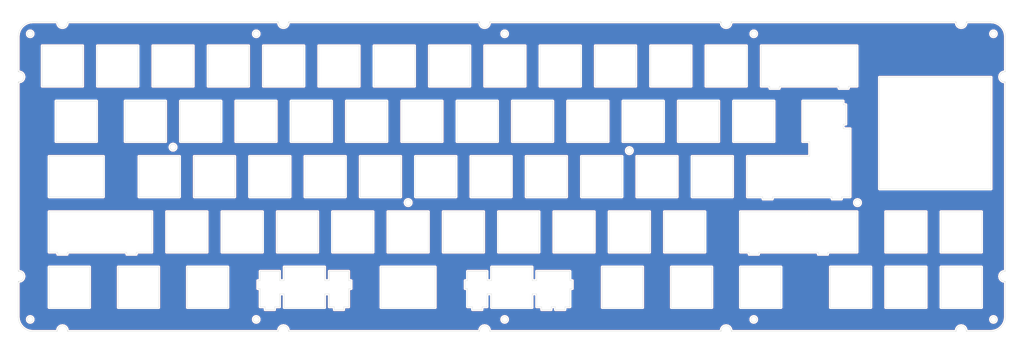
<source format=kicad_pcb>
(kicad_pcb (version 20211014) (generator pcbnew)
  (title_block (title "dynamis by bbrfkr") (date "2021-12-25") (rev "v1.0.0"))
  (layers (0 "F.Cu" signal) (31 "B.Cu" signal) (34 "B.Paste" user) (35 "F.Paste" user) (36 "B.SilkS" user "B.Silkscreen") (37 "F.SilkS" user "F.Silkscreen") (38 "B.Mask" user) (39 "F.Mask" user) (44 "Edge.Cuts" user))
  (net 0 "")
  (footprint "dynamis:logo" (layer "F.Cu") (at 356.362 104.902)
    (fp_text reference "LOGO")
    (fp_text value "LOGO" hide)
  )
  (gr_line (start 323.04403 118.110004) (end 323.04403 117.360304) (layer "Edge.Cuts") (width 0.1))
  (gr_line (start 379.417199 115.725973) (end 378.861199 115.350973) (layer "Edge.Cuts") (width 0.1))
  (gr_line (start 57.233228 200.809988) (end 57.370729 201.491995) (layer "Edge.Cuts") (width 0.1))
  (gr_line (start 367.002176 201.707268) (end 367.010389 201.712134) (layer "Edge.Cuts") (width 0.1))
  (gr_line (start 380.240876 184.56621) (end 380.231849 184.563282) (layer "Edge.Cuts") (width 0.1))
  (gr_line (start 363.3523 201.696165) (end 363.35962 201.690045) (layer "Edge.Cuts") (width 0.1))
  (gr_line (start 152.512017 194.310003) (end 152.512017 194.310003) (layer "Edge.Cuts") (width 0.1))
  (gr_line (start 292.1 175.26) (end 292.1 175.26) (layer "Edge.Cuts") (width 0.1))
  (gr_line (start 202.792471 201.646197) (end 202.797693 201.654249) (layer "Edge.Cuts") (width 0.1))
  (gr_line (start 95.95601 155.460004) (end 95.95601 155.460004) (layer "Edge.Cuts") (width 0.1))
  (gr_line (start 57.370729 201.491995) (end 57.367328 201.536596) (layer "Edge.Cuts") (width 0.1))
  (gr_line (start 320.081079 179.560003) (end 320.081079 193.560003) (layer "Edge.Cuts") (width 0.1))
  (gr_line (start 372.181024 193.560003) (end 372.181024 179.560003) (layer "Edge.Cuts") (width 0.1))
  (gr_line (start 133.488226 201.555733) (end 133.488759 201.565291) (layer "Edge.Cuts") (width 0.1))
  (gr_line (start 219.781045 174.51) (end 219.781045 160.51) (layer "Edge.Cuts") (width 0.1))
  (gr_line (start 138.819009 117.360004) (end 138.819009 117.360004) (layer "Edge.Cuts") (width 0.1))
  (gr_line (start 249.857019 139.938203) (end 249.857019 139.938203) (layer "Edge.Cuts") (width 0.1))
  (gr_line (start 285.816445 96.113682) (end 285.441445 96.66994) (layer "Edge.Cuts") (width 0.1))
  (gr_line (start 173.592004 157.400995) (end 173.592004 157.400995) (layer "Edge.Cuts") (width 0.1))
  (gr_line (start 40.484641 115.909984) (end 40.484641 115.909984) (layer "Edge.Cuts") (width 0.1))
  (gr_line (start 286.139489 95.177064) (end 286.139489 95.177064) (layer "Edge.Cuts") (width 0.1))
  (gr_line (start 129.922528 201.696275) (end 129.92996 201.69017) (layer "Edge.Cuts") (width 0.1))
  (gr_line (start 40.586524 115.861359) (end 40.577109 115.862919) (layer "Edge.Cuts") (width 0.1))
  (gr_line (start 375.869012 196.677015) (end 375.869012 196.677015) (layer "Edge.Cuts") (width 0.1))
  (gr_line (start 123.33291 197.235006) (end 123.415406 197.644003) (layer "Edge.Cuts") (width 0.1))
  (gr_line (start 282.411218 201.676557) (end 282.411218 201.676557) (layer "Edge.Cuts") (width 0.1))
  (gr_line (start 339.131066 174.51) (end 339.131066 174.51) (layer "Edge.Cuts") (width 0.1))
  (gr_line (start 282.27601 201.736005) (end 282.285615 201.735754) (layer "Edge.Cuts") (width 0.1))
  (gr_line (start 282.446447 201.6205) (end 282.449718 201.611649) (layer "Edge.Cuts") (width 0.1))
  (gr_line (start 67.381013 136.410001) (end 67.381011 122.410005) (layer "Edge.Cuts") (width 0.1))
  (gr_line (start 324.555993 122.410005) (end 310.556024 122.410005) (layer "Edge.Cuts") (width 0.1))
  (gr_line (start 207.519021 98.301134) (end 207.519021 98.301134) (layer "Edge.Cuts") (width 0.1))
  (gr_line (start 42.290521 114.794687) (end 42.290521 114.794687) (layer "Edge.Cuts") (width 0.1))
  (gr_line (start 202.861205 201.712176) (end 202.869653 201.716611) (layer "Edge.Cuts") (width 0.1))
  (gr_line (start 133.626558 201.729795) (end 133.63582 201.731986) (layer "Edge.Cuts") (width 0.1))
  (gr_line (start 128.712014 193.329008) (end 130.437013 193.329008) (layer "Edge.Cuts") (width 0.1))
  (gr_line (start 57.416244 201.676649) (end 57.422986 201.683551) (layer "Edge.Cuts") (width 0.1))
  (gr_line (start 167.681039 174.51) (end 167.681039 174.51) (layer "Edge.Cuts") (width 0.1))
  (gr_line (start 367.051668 95.183201) (end 367.042534 95.185856) (layer "Edge.Cuts") (width 0.1))
  (gr_line (start 378.90014 96.64153) (end 378.90014 96.64153) (layer "Edge.Cuts") (width 0.1))
  (gr_line (start 148.344018 136.410001) (end 148.344018 136.410001) (layer "Edge.Cuts") (width 0.1))
  (gr_line (start 380.098107 181.060888) (end 380.165521 181.065092) (layer "Edge.Cuts") (width 0.1))
  (gr_line (start 173.91401 156.623094) (end 173.91401 156.623094) (layer "Edge.Cuts") (width 0.1))
  (gr_line (start 43.479151 201.343015) (end 44.417701 201.634016) (layer "Edge.Cuts") (width 0.1))
  (gr_line (start 138.819009 117.360004) (end 138.819009 103.360005) (layer "Edge.Cuts") (width 0.1))
  (gr_line (start 282.448781 95.301368) (end 282.445449 95.292509) (layer "Edge.Cuts") (width 0.1))
  (gr_line (start 129.994832 201.555726) (end 129.994984 201.546071) (layer "Edge.Cuts") (width 0.1))
  (gr_line (start 57.370711 95.432504) (end 57.233211 96.113682) (layer "Edge.Cuts") (width 0.1))
  (gr_line (start 375.495019 114.208105) (end 375.495019 152.717104) (layer "Edge.Cuts") (width 0.1))
  (gr_line (start 92.703408 138.738706) (end 92.703408 138.738706) (layer "Edge.Cuts") (width 0.1))
  (gr_line (start 199.267907 95.432503) (end 199.267907 95.432503) (layer "Edge.Cuts") (width 0.1))
  (gr_line (start 42.428041 114.113586) (end 42.428041 114.113586) (layer "Edge.Cuts") (width 0.1))
  (gr_line (start 320.657067 155.460199) (end 320.662072 156.210096) (layer "Edge.Cuts") (width 0.1))
  (gr_line (start 42.629821 96.030986) (end 41.889838 96.64153) (layer "Edge.Cuts") (width 0.1))
  (gr_line (start 243.881051 174.51) (end 257.881051 174.51) (layer "Edge.Cuts") (width 0.1))
  (gr_line (start 51.000011 160.51) (end 51.000011 174.51) (layer "Edge.Cuts") (width 0.1))
  (gr_line (start 223.950021 194.310003) (end 223.951013 193.329008) (layer "Edge.Cuts") (width 0.1))
  (gr_line (start 129.97208 201.637888) (end 129.976432 201.629391) (layer "Edge.Cuts") (width 0.1))
  (gr_line (start 40.459423 115.938971) (end 40.454133 115.946914) (layer "Edge.Cuts") (width 0.1))
  (gr_line (start 201.698892 97.044985) (end 201.698892 97.044985) (layer "Edge.Cuts") (width 0.1))
  (gr_line (start 315.900018 175.26) (end 319.200006 175.26) (layer "Edge.Cuts") (width 0.1))
  (gr_line (start 243.881051 174.51) (end 243.881051 174.51) (layer "Edge.Cuts") (width 0.1))
  (gr_line (start 293.318017 198.612005) (end 293.318017 198.612005) (layer "Edge.Cuts") (width 0.1))
  (gr_line (start 377.020013 196.902013) (end 377.245996 197.235014) (layer "Edge.Cuts") (width 0.1))
  (gr_line (start 131.962007 184.26) (end 130.437005 184.26) (layer "Edge.Cuts") (width 0.1))
  (gr_line (start 202.953012 201.735998) (end 202.953012 201.735998) (layer "Edge.Cuts") (width 0.1))
  (gr_line (start 282.409844 95.236444) (end 282.409844 95.236444) (layer "Edge.Cuts") (width 0.1))
  (gr_line (start 40.454133 115.946914) (end 40.449264 115.955102) (layer "Edge.Cuts") (width 0.1))
  (gr_line (start 267.40603 155.460004) (end 267.40603 141.460004) (layer "Edge.Cuts") (width 0.1))
  (gr_line (start 145.962014 179.560003) (end 145.962014 179.560003) (layer "Edge.Cuts") (width 0.1))
  (gr_line (start 81.95601 141.460004) (end 81.95601 155.460004) (layer "Edge.Cuts") (width 0.1))
  (gr_line (start 228.712014 193.329008) (end 228.712014 193.329008) (layer "Edge.Cuts") (width 0.1))
  (gr_line (start 43.780571 98.526146) (end 44.114331 98.301126) (layer "Edge.Cuts") (width 0.1))
  (gr_line (start 121.39531 98.866795) (end 121.39531 98.866795) (layer "Edge.Cuts") (width 0.1))
  (gr_line (start 186.731042 160.51) (end 186.731042 174.51) (layer "Edge.Cuts") (width 0.1))
  (gr_line (start 285.816445 96.113682) (end 285.816445 96.113682) (layer "Edge.Cuts") (width 0.1))
  (gr_line (start 363.421567 201.565418) (end 363.422023 201.555887) (layer "Edge.Cuts") (width 0.1))
  (gr_line (start 199.224862 95.237759) (end 199.224862 95.237759) (layer "Edge.Cuts") (width 0.1))
  (gr_line (start 41.359222 184.423437) (end 40.678043 184.560934) (layer "Edge.Cuts") (width 0.1))
  (gr_line (start 267.694039 122.410005) (end 267.694039 122.410005) (layer "Edge.Cuts") (width 0.1))
  (gr_line (start 267.694039 136.410001) (end 281.694039 136.410001) (layer "Edge.Cuts") (width 0.1))
  (gr_line (start 380.263116 197.744024) (end 380.365106 196.736036) (layer "Edge.Cuts") (width 0.1))
  (gr_line (start 339.131066 193.560003) (end 353.131036 193.560003) (layer "Edge.Cuts") (width 0.1))
  (gr_line (start 330.230004 158.199003) (end 329.87301 158.437502) (layer "Edge.Cuts") (width 0.1))
  (gr_line (start 376.372094 95.278646) (end 375.365075 95.177064) (layer "Edge.Cuts") (width 0.1))
  (gr_line (start 40.440821 112.254268) (end 40.444824 112.262906) (layer "Edge.Cuts") (width 0.1))
  (gr_line (start 199.253602 201.629245) (end 199.25745 201.620556) (layer "Edge.Cuts") (width 0.1))
  (gr_line (start 378.160119 96.030986) (end 377.31112 95.569989) (layer "Edge.Cuts") (width 0.1))
  (gr_line (start 92.61971 138.317804) (end 92.703408 137.896803) (layer "Edge.Cuts") (width 0.1))
  (gr_line (start 202.763879 95.376673) (end 202.763879 95.376673) (layer "Edge.Cuts") (width 0.1))
  (gr_line (start 251.29403 138.501005) (end 251.651025 138.739404) (layer "Edge.Cuts") (width 0.1))
  (gr_line (start 215.019021 103.360005) (end 201.019021 103.360005) (layer "Edge.Cuts") (width 0.1))
  (gr_line (start 363.417961 95.319637) (end 363.415577 95.310484) (layer "Edge.Cuts") (width 0.1))
  (gr_line (start 380.194465 112.366784) (end 380.204 112.36561) (layer "Edge.Cuts") (width 0.1))
  (gr_line (start 366.92872 201.620704) (end 366.932628 201.629399) (layer "Edge.Cuts") (width 0.1))
  (gr_line (start 380.26709 112.344353) (end 380.27537 112.339531) (layer "Edge.Cuts") (width 0.1))
  (gr_line (start 154.237016 193.329008) (end 154.237016 187.060003) (layer "Edge.Cuts") (width 0.1))
  (gr_line (start 92.703408 138.738706) (end 92.61971 138.317804) (layer "Edge.Cuts") (width 0.1))
  (gr_line (start 380.359014 180.925034) (end 380.361198 180.915725) (layer "Edge.Cuts") (width 0.1))
  (gr_line (start 123.687005 181.030004) (end 123.687005 184.26) (layer "Edge.Cuts") (width 0.1))
  (gr_line (start 286.744012 122.410005) (end 286.744012 122.410005) (layer "Edge.Cuts") (width 0.1))
  (gr_line (start 131.962014 188.859007) (end 131.962014 188.859007) (layer "Edge.Cuts") (width 0.1))
  (gr_line (start 286.005654 201.676954) (end 286.012577 201.683836) (layer "Edge.Cuts") (width 0.1))
  (gr_line (start 40.549572 112.35631) (end 40.55861 112.359301) (layer "Edge.Cuts") (width 0.1))
  (gr_line (start 195.125039 187.060003) (end 195.125039 193.329008) (layer "Edge.Cuts") (width 0.1))
  (gr_line (start 262.644036 136.410001) (end 262.644036 136.410001) (layer "Edge.Cuts") (width 0.1))
  (gr_line (start 54.383309 96.669941) (end 54.383309 96.669941) (layer "Edge.Cuts") (width 0.1))
  (gr_line (start 218.925027 184.26) (end 217.400033 184.26) (layer "Edge.Cuts") (width 0.1))
  (gr_line (start 241.500054 179.560003) (end 241.500054 193.560003) (layer "Edge.Cuts") (width 0.1))
  (gr_line (start 202.801947 95.251068) (end 202.796318 95.258862) (layer "Edge.Cuts") (width 0.1))
  (gr_line (start 379.417199 115.725973) (end 379.417199 115.725973) (layer "Edge.Cuts") (width 0.1))
  (gr_line (start 40.818297 98.230835) (end 40.526954 99.169385) (layer "Edge.Cuts") (width 0.1))
  (gr_line (start 124.819009 103.360005) (end 124.819009 103.360005) (layer "Edge.Cuts") (width 0.1))
  (gr_line (start 208.337014 98.301134) (end 208.670007 98.526154) (layer "Edge.Cuts") (width 0.1))
  (gr_line (start 380.364886 116.034448) (end 380.364139 116.024863) (layer "Edge.Cuts") (width 0.1))
  (gr_line (start 366.913171 95.376569) (end 366.917169 95.432503) (layer "Edge.Cuts") (width 0.1))
  (gr_line (start 157.868013 117.360004) (end 157.868013 117.360004) (layer "Edge.Cuts") (width 0.1))
  (gr_line (start 376.278009 98.218616) (end 376.687005 98.301136) (layer "Edge.Cuts") (width 0.1))
  (gr_line (start 133.353952 200.809965) (end 133.353952 200.809965) (layer "Edge.Cuts") (width 0.1))
  (gr_line (start 367.060944 95.181012) (end 367.051668 95.183201) (layer "Edge.Cuts") (width 0.1))
  (gr_line (start 293.318017 196.677015) (end 293.727014 196.594015) (layer "Edge.Cuts") (width 0.1))
  (gr_line (start 123.33291 99.677325) (end 123.33291 99.677325) (layer "Edge.Cuts") (width 0.1))
  (gr_line (start 53.874573 201.565407) (end 53.875022 201.555879) (layer "Edge.Cuts") (width 0.1))
  (gr_line (start 377.31112 95.569989) (end 376.372094 95.278646) (layer "Edge.Cuts") (width 0.1))
  (gr_line (start 326.351007 117.360004) (end 326.344018 118.110004) (layer "Edge.Cuts") (width 0.1))
  (gr_line (start 53.874976 201.546303) (end 53.874429 201.536695) (layer "Edge.Cuts") (width 0.1))
  (gr_line (start 218.925042 188.858999) (end 218.925042 188.858999) (layer "Edge.Cuts") (width 0.1))
  (gr_line (start 167.394021 122.410005) (end 153.394021 122.410005) (layer "Edge.Cuts") (width 0.1))
  (gr_line (start 363.929193 96.66994) (end 363.554162 96.113682) (layer "Edge.Cuts") (width 0.1))
  (gr_line (start 372.180993 174.51) (end 372.180993 160.51) (layer "Edge.Cuts") (width 0.1))
  (gr_line (start 380.194487 184.556255) (end 380.184921 184.555701) (layer "Edge.Cuts") (width 0.1))
  (gr_line (start 294.777017 197.64401) (end 294.777017 197.64401) (layer "Edge.Cuts") (width 0.1))
  (gr_line (start 40.678043 184.560934) (end 40.624512 184.555936) (layer "Edge.Cuts") (width 0.1))
  (gr_line (start 147.487016 193.329008) (end 147.487016 193.329008) (layer "Edge.Cuts") (width 0.1))
  (gr_line (start 57.233228 200.809988) (end 57.233228 200.809988) (layer "Edge.Cuts") (width 0.1))
  (gr_line (start 57.461077 201.712057) (end 57.469449 201.716503) (layer "Edge.Cuts") (width 0.1))
  (gr_line (start 367.070343 95.179296) (end 367.060944 95.181012) (layer "Edge.Cuts") (width 0.1))
  (gr_line (start 328.435998 157.000208) (end 328.435998 157.000208) (layer "Edge.Cuts") (width 0.1))
  (gr_line (start 282.445449 95.292509) (end 282.441666 95.283826) (layer "Edge.Cuts") (width 0.1))
  (gr_line (start 101.006009 155.460004) (end 115.006005 155.460004) (layer "Edge.Cuts") (width 0.1))
  (gr_line (start 363.294147 201.72722) (end 363.303073 201.7241) (layer "Edge.Cuts") (width 0.1))
  (gr_line (start 98.625009 179.560003) (end 98.625009 179.560003) (layer "Edge.Cuts") (width 0.1))
  (gr_line (start 302.548028 117.360304) (end 302.548028 117.360304) (layer "Edge.Cuts") (width 0.1))
  (gr_line (start 44.523031 196.594015) (end 44.523031 196.594015) (layer "Edge.Cuts") (width 0.1))
  (gr_line (start 162.631036 174.51) (end 162.631036 174.51) (layer "Edge.Cuts") (width 0.1))
  (gr_line (start 380.325409 180.993025) (end 380.331109 180.985316) (layer "Edge.Cuts") (width 0.1))
  (gr_line (start 292.677011 197.64401) (end 292.759011 197.235014) (layer "Edge.Cuts") (width 0.1))
  (gr_line (start 132.977845 200.249975) (end 133.353952 200.809965) (layer "Edge.Cuts") (width 0.1))
  (gr_line (start 44.417701 201.634016) (end 44.417701 201.634016) (layer "Edge.Cuts") (width 0.1))
  (gr_line (start 215.019021 117.360004) (end 215.019021 117.360004) (layer "Edge.Cuts") (width 0.1))
  (gr_line (start 258.16903 117.360004) (end 258.16903 117.360004) (layer "Edge.Cuts") (width 0.1))
  (gr_line (start 57.27501 175.26) (end 57.27501 175.26) (layer "Edge.Cuts") (width 0.1))
  (gr_line (start 207.928018 196.594015) (end 208.337014 196.677015) (layer "Edge.Cuts") (width 0.1))
  (gr_line (start 380.175321 115.858218) (end 380.165673 115.858671) (layer "Edge.Cuts") (width 0.1))
  (gr_line (start 366.914103 201.546091) (end 366.914252 201.555744) (layer "Edge.Cuts") (width 0.1))
  (gr_line (start 40.465126 115.931289) (end 40.459423 115.938971) (layer "Edge.Cuts") (width 0.1))
  (gr_line (start 380.365106 196.736036) (end 380.365106 196.736036) (layer "Edge.Cuts") (width 0.1))
  (gr_line (start 300.161035 155.460397) (end 300.161035 155.460397) (layer "Edge.Cuts") (width 0.1))
  (gr_line (start 329.451989 156.321211) (end 329.87301 156.404909) (layer "Edge.Cuts") (width 0.1))
  (gr_line (start 286.10531 201.732104) (end 286.114807 201.73381) (layer "Edge.Cuts") (width 0.1))
  (gr_line (start 199.26829 201.584181) (end 199.269829 201.574773) (layer "Edge.Cuts") (width 0.1))
  (gr_line (start 380.240953 181.054283) (end 380.249828 181.050822) (layer "Edge.Cuts") (width 0.1))
  (gr_line (start 41.91548 181.573537) (end 42.290521 182.129736) (layer "Edge.Cuts") (width 0.1))
  (gr_line (start 366.914453 201.536398) (end 366.914103 201.546091) (layer "Edge.Cuts") (width 0.1))
  (gr_line (start 380.222727 181.059836) (end 380.231913 181.05729) (layer "Edge.Cuts") (width 0.1))
  (gr_line (start 294.469018 98.526156) (end 294.694024 98.859906) (layer "Edge.Cuts") (width 0.1))
  (gr_line (start 282.458454 95.347689) (end 282.457472 95.338215) (layer "Edge.Cuts") (width 0.1))
  (gr_line (start 358.181024 160.51) (end 358.181024 160.51) (layer "Edge.Cuts") (width 0.1))
  (gr_line (start 194.300042 184.26) (end 194.300042 187.060003) (layer "Edge.Cuts") (width 0.1))
  (gr_line (start 207.928018 100.318613) (end 207.519021 100.236103) (layer "Edge.Cuts") (width 0.1))
  (gr_line (start 282.388733 95.216907) (end 282.381111 95.211196) (layer "Edge.Cuts") (width 0.1))
  (gr_line (start 336.997003 114.208105) (end 375.495019 114.208105) (layer "Edge.Cuts") (width 0.1))
  (gr_line (start 45.425371 201.736013) (end 53.691011 201.736013) (layer "Edge.Cuts") (width 0.1))
  (gr_line (start 378.160119 96.030986) (end 378.160119 96.030986) (layer "Edge.Cuts") (width 0.1))
  (gr_line (start 363.400811 201.637719) (end 363.405011 201.629233) (layer "Edge.Cuts") (width 0.1))
  (gr_line (start 380.275193 115.884868) (end 380.266915 115.880164) (layer "Edge.Cuts") (width 0.1))
  (gr_line (start 44.417701 201.634016) (end 45.425371 201.736013) (layer "Edge.Cuts") (width 0.1))
  (gr_line (start 363.409422 95.292615) (end 363.405664 95.283935) (layer "Edge.Cuts") (width 0.1))
  (gr_line (start 131.058236 199.871961) (end 131.738938 199.733961) (layer "Edge.Cuts") (width 0.1))
  (gr_line (start 129.977481 95.283704) (end 129.973151 95.275208) (layer "Edge.Cuts") (width 0.1))
  (gr_line (start 380.291038 184.593138) (end 380.283242 184.587568) (layer "Edge.Cuts") (width 0.1))
  (gr_line (start 200.337106 199.879911) (end 200.337106 199.879911) (layer "Edge.Cuts") (width 0.1))
  (gr_line (start 122.862008 184.26) (end 122.862008 184.26) (layer "Edge.Cuts") (width 0.1))
  (gr_line (start 129.816608 201.735756) (end 129.826236 201.735011) (layer "Edge.Cuts") (width 0.1))
  (gr_line (start 67.669011 117.360004) (end 67.669011 117.360004) (layer "Edge.Cuts") (width 0.1))
  (gr_line (start 267.694039 122.410005) (end 267.694039 136.410001) (layer "Edge.Cuts") (width 0.1))
  (gr_line (start 129.991822 95.432504) (end 129.995423 95.376649) (layer "Edge.Cuts") (width 0.1))
  (gr_line (start 202.255899 96.66994) (end 201.698892 97.044985) (layer "Edge.Cuts") (width 0.1))
  (gr_line (start 129.987792 95.310309) (end 129.984807 95.301271) (layer "Edge.Cuts") (width 0.1))
  (gr_line (start 229.594033 122.410005) (end 229.594033 122.410005) (layer "Edge.Cuts") (width 0.1))
  (gr_line (start 380.298663 181.020878) (end 380.305902 181.014417) (layer "Edge.Cuts") (width 0.1))
  (gr_line (start 44.523031 100.318616) (end 44.523031 100.318616) (layer "Edge.Cuts") (width 0.1))
  (gr_line (start 366.965112 201.676778) (end 366.971934 201.683674) (layer "Edge.Cuts") (width 0.1))
  (gr_line (start 152.512017 193.329008) (end 152.512017 193.329008) (layer "Edge.Cuts") (width 0.1))
  (gr_line (start 225.406015 193.329008) (end 225.406015 193.329008) (layer "Edge.Cuts") (width 0.1))
  (gr_line (start 43.555551 197.235014) (end 43.555551 197.235014) (layer "Edge.Cuts") (width 0.1))
  (gr_line (start 123.107911 196.902006) (end 123.107911 196.902006) (layer "Edge.Cuts") (width 0.1))
  (gr_line (start 129.989366 201.593588) (end 129.991448 201.584271) (layer "Edge.Cuts") (width 0.1))
  (gr_line (start 133.616527 95.185779) (end 133.607554 95.188885) (layer "Edge.Cuts") (width 0.1))
  (gr_line (start 133.573594 95.205756) (end 133.565674 95.211048) (layer "Edge.Cuts") (width 0.1))
  (gr_line (start 328.435998 157.842104) (end 328.435998 157.842104) (layer "Edge.Cuts") (width 0.1))
  (gr_line (start 43.555551 98.859906) (end 43.555551 98.859906) (layer "Edge.Cuts") (width 0.1))
  (gr_line (start 379.9721 198.682035) (end 380.263116 197.744024) (layer "Edge.Cuts") (width 0.1))
  (gr_line (start 281.694039 136.410001) (end 281.694039 136.410001) (layer "Edge.Cuts") (width 0.1))
  (gr_line (start 243.594033 136.410001) (end 243.594033 122.410005) (layer "Edge.Cuts") (width 0.1))
  (gr_line (start 123.33291 99.677325) (end 123.107911 100.011076) (layer "Edge.Cuts") (width 0.1))
  (gr_line (start 40.523507 112.344635) (end 40.532002 112.34897) (layer "Edge.Cuts") (width 0.1))
  (gr_line (start 363.422268 95.347753) (end 363.421313 95.338289) (layer "Edge.Cuts") (width 0.1))
  (gr_line (start 243.594033 122.410005) (end 229.594033 122.410005) (layer "Edge.Cuts") (width 0.1))
  (gr_line (start 40.429314 112.21797) (end 40.4315 112.227272) (layer "Edge.Cuts") (width 0.1))
  (gr_line (start 130.437013 188.859007) (end 131.962014 188.859007) (layer "Edge.Cuts") (width 0.1))
  (gr_line (start 363.929467 200.254987) (end 364.486474 199.879987) (layer "Edge.Cuts") (width 0.1))
  (gr_line (start 380.305902 181.014417) (end 380.312798 181.007592) (layer "Edge.Cuts") (width 0.1))
  (gr_line (start 175.47001 158.1788) (end 175.47001 158.1788) (layer "Edge.Cuts") (width 0.1))
  (gr_line (start 379.417199 112.501075) (end 379.417199 112.501075) (layer "Edge.Cuts") (width 0.1))
  (gr_line (start 363.337466 95.205995) (end 363.32935 95.201116) (layer "Edge.Cuts") (width 0.1))
  (gr_line (start 367.102105 201.736013) (end 367.102105 201.736013) (layer "Edge.Cuts") (width 0.1))
  (gr_line (start 380.30581 184.605528) (end 380.298566 184.599127) (layer "Edge.Cuts") (width 0.1))
  (gr_line (start 208.337014 100.236103) (end 208.337014 100.236103) (layer "Edge.Cuts") (width 0.1))
  (gr_line (start 56.85821 96.66994) (end 56.30191 97.044986) (layer "Edge.Cuts") (width 0.1))
  (gr_line (start 380.184921 184.555701) (end 380.1753 184.555641) (layer "Edge.Cuts") (width 0.1))
  (gr_line (start 86.430978 174.51) (end 86.431008 160.51) (layer "Edge.Cuts") (width 0.1))
  (gr_line (start 133.607554 95.188885) (end 133.598757 95.192443) (layer "Edge.Cuts") (width 0.1))
  (gr_line (start 380.098107 184.56088) (end 380.098107 184.56088) (layer "Edge.Cuts") (width 0.1))
  (gr_line (start 282.454066 95.319546) (end 282.451656 95.310387) (layer "Edge.Cuts") (width 0.1))
  (gr_line (start 285.955044 201.574911) (end 285.956797 201.584375) (layer "Edge.Cuts") (width 0.1))
  (gr_line (start 115.294007 122.410005) (end 115.294007 122.410005) (layer "Edge.Cuts") (width 0.1))
  (gr_line (start 40.567794 112.361832) (end 40.577106 112.363896) (layer "Edge.Cuts") (width 0.1))
  (gr_line (start 272.16903 103.360005) (end 258.16903 103.360005) (layer "Edge.Cuts") (width 0.1))
  (gr_line (start 121.622911 198.387006) (end 121.39531 198.046003) (layer "Edge.Cuts") (width 0.1))
  (gr_line (start 77.775506 174.51) (end 77.774976 175.26) (layer "Edge.Cuts") (width 0.1))
  (gr_line (start 282.339392 95.188989) (end 282.330449 95.185871) (layer "Edge.Cuts") (width 0.1))
  (gr_line (start 125.412011 194.310003) (end 128.712014 194.310003) (layer "Edge.Cuts") (width 0.1))
  (gr_line (start 241.500054 193.560003) (end 241.500054 193.560003) (layer "Edge.Cuts") (width 0.1))
  (gr_line (start 42.428041 182.810934) (end 42.428041 182.810934) (layer "Edge.Cuts") (width 0.1))
  (gr_line (start 285.950149 95.367042) (end 285.950433 95.376764) (layer "Edge.Cuts") (width 0.1))
  (gr_line (start 200.336892 97.044985) (end 199.780908 96.66994) (layer "Edge.Cuts") (width 0.1))
  (gr_line (start 329.318994 117.360004) (end 326.351007 117.360004) (layer "Edge.Cuts") (width 0.1))
  (gr_line (start 133.492209 95.319469) (end 133.490233 95.328768) (layer "Edge.Cuts") (width 0.1))
  (gr_line (start 363.422174 95.376479) (end 363.422174 95.376479) (layer "Edge.Cuts") (width 0.1))
  (gr_line (start 294.469018 198.387006) (end 294.13601 198.612005) (layer "Edge.Cuts") (width 0.1))
  (gr_line (start 286.129766 95.177314) (end 286.120114 95.178057) (layer "Edge.Cuts") (width 0.1))
  (gr_line (start 199.268106 201.491918) (end 199.268106 201.491918) (layer "Edge.Cuts") (width 0.1))
  (gr_line (start 93.298711 137.301504) (end 93.719709 137.217806) (layer "Edge.Cuts") (width 0.1))
  (gr_line (start 207.928018 196.594015) (end 207.928018 196.594015) (layer "Edge.Cuts") (width 0.1))
  (gr_line (start 251.29403 138.501005) (end 251.29403 138.501005) (layer "Edge.Cuts") (width 0.1))
  (gr_line (start 44.523031 98.218616) (end 44.523031 98.218616) (layer "Edge.Cuts") (width 0.1))
  (gr_line (start 196.850045 193.329008) (end 196.850045 193.329008) (layer "Edge.Cuts") (width 0.1))
  (gr_line (start 123.33291 198.052999) (end 123.33291 198.052999) (layer "Edge.Cuts") (width 0.1))
  (gr_line (start 283.522439 97.044985) (end 283.522439 97.044985) (layer "Edge.Cuts") (width 0.1))
  (gr_line (start 196.256021 141.460004) (end 196.256021 141.460004) (layer "Edge.Cuts") (width 0.1))
  (gr_line (start 363.285679 95.183297) (end 363.276448 95.181103) (layer "Edge.Cuts") (width 0.1))
  (gr_line (start 40.484867 184.602697) (end 40.484867 184.602697) (layer "Edge.Cuts") (width 0.1))
  (gr_line (start 358.181024 160.51) (end 358.181024 174.510008) (layer "Edge.Cuts") (width 0.1))
  (gr_line (start 129.991822 95.432504) (end 129.991822 95.432504) (layer "Edge.Cuts") (width 0.1))
  (gr_line (start 320.081079 193.560003) (end 334.081048 193.560003) (layer "Edge.Cuts") (width 0.1))
  (gr_line (start 377.327996 99.268616) (end 377.327996 99.268616) (layer "Edge.Cuts") (width 0.1))
  (gr_line (start 363.417169 95.432503) (end 363.417169 95.432503) (layer "Edge.Cuts") (width 0.1))
  (gr_line (start 380.258591 112.348741) (end 380.26709 112.344353) (layer "Edge.Cuts") (width 0.1))
  (gr_line (start 40.624921 115.859987) (end 40.624921 115.859987) (layer "Edge.Cuts") (width 0.1))
  (gr_line (start 129.990315 95.319491) (end 129.987792 95.310309) (layer "Edge.Cuts") (width 0.1))
  (gr_line (start 129.943925 201.676771) (end 129.950387 201.669533) (layer "Edge.Cuts") (width 0.1))
  (gr_line (start 40.425372 184.737409) (end 40.425372 196.736028) (layer "Edge.Cuts") (width 0.1))
  (gr_line (start 380.358989 184.69439) (end 380.356335 184.68526) (layer "Edge.Cuts") (width 0.1))
  (gr_line (start 40.567803 115.864953) (end 40.558624 115.867455) (layer "Edge.Cuts") (width 0.1))
  (gr_line (start 129.80832 95.177065) (end 57.552011 95.177065) (layer "Edge.Cuts") (width 0.1))
  (gr_line (start 210.54403 122.410005) (end 210.54403 136.410001) (layer "Edge.Cuts") (width 0.1))
  (gr_line (start 175.47001 156.623098) (end 175.705011 156.972795) (layer "Edge.Cuts") (width 0.1))
  (gr_line (start 230.43702 187.060003) (end 230.43702 187.060003) (layer "Edge.Cuts") (width 0.1))
  (gr_line (start 133.598757 95.192443) (end 133.590153 95.196446) (layer "Edge.Cuts") (width 0.1))
  (gr_line (start 199.188359 95.207198) (end 199.180247 95.202317) (layer "Edge.Cuts") (width 0.1))
  (gr_line (start 376.687005 100.236106) (end 376.278009 100.318616) (layer "Edge.Cuts") (width 0.1))
  (gr_line (start 195.125039 181.030004) (end 195.125039 184.26) (layer "Edge.Cuts") (width 0.1))
  (gr_line (start 234.069024 117.360004) (end 234.069024 103.360005) (layer "Edge.Cuts") (width 0.1))
  (gr_line (start 43.555551 197.235014) (end 43.780571 196.902013) (layer "Edge.Cuts") (width 0.1))
  (gr_line (start 121.39531 197.242002) (end 121.622911 196.902006) (layer "Edge.Cuts") (width 0.1))
  (gr_line (start 238.831048 174.51) (end 238.831048 160.51) (layer "Edge.Cuts") (width 0.1))
  (gr_line (start 44.931741 100.236096) (end 44.931741 100.236096) (layer "Edge.Cuts") (width 0.1))
  (gr_line (start 133.536798 95.236284) (end 133.530402 95.243531) (layer "Edge.Cuts") (width 0.1))
  (gr_line (start 53.826447 201.676588) (end 53.826447 201.676588) (layer "Edge.Cuts") (width 0.1))
  (gr_line (start 363.380322 95.243801) (end 363.373986 95.236554) (layer "Edge.Cuts") (width 0.1))
  (gr_line (start 302.54403 118.110004) (end 299.242913 118.110004) (layer "Edge.Cuts") (width 0.1))
  (gr_line (start 199.118012 95.180581) (end 199.108552 95.179342) (layer "Edge.Cuts") (width 0.1))
  (gr_line (start 174.271005 156.384695) (end 174.69201 156.300996) (layer "Edge.Cuts") (width 0.1))
  (gr_line (start 199.168002 201.716456) (end 199.176403 201.712013) (layer "Edge.Cuts") (width 0.1))
  (gr_line (start 282.966851 200.255026) (end 282.966851 200.255026) (layer "Edge.Cuts") (width 0.1))
  (gr_line (start 129.993058 201.574844) (end 129.994188 201.565323) (layer "Edge.Cuts") (width 0.1))
  (gr_line (start 378.900109 200.272031) (end 378.900109 200.272031) (layer "Edge.Cuts") (width 0.1))
  (gr_line (start 375.869012 98.301136) (end 376.278009 98.218616) (layer "Edge.Cuts") (width 0.1))
  (gr_line (start 199.271112 201.536413) (end 199.268106 201.491918) (layer "Edge.Cuts") (width 0.1))
  (gr_line (start 202.768106 201.491918) (end 202.7651 201.536321) (layer "Edge.Cuts") (width 0.1))
  (gr_line (start 202.851493 95.205815) (end 202.843528 95.211102) (layer "Edge.Cuts") (width 0.1))
  (gr_line (start 282.459414 201.546329) (end 282.45884 201.536733) (layer "Edge.Cuts") (width 0.1))
  (gr_line (start 336.997003 152.717104) (end 336.997003 152.717104) (layer "Edge.Cuts") (width 0.1))
  (gr_line (start 292.677011 197.64401) (end 292.677011 197.64401) (layer "Edge.Cuts") (width 0.1))
  (gr_line (start 286.143853 201.736028) (end 363.237847 201.736028) (layer "Edge.Cuts") (width 0.1))
  (gr_line (start 132.420541 199.871961) (end 132.977845 200.249975) (layer "Edge.Cuts") (width 0.1))
  (gr_line (start 294.469018 196.902013) (end 294.469018 196.902013) (layer "Edge.Cuts") (width 0.1))
  (gr_line (start 53.870313 201.593513) (end 53.872212 201.584241) (layer "Edge.Cuts") (width 0.1))
  (gr_line (start 40.425372 184.737409) (end 40.425372 184.737409) (layer "Edge.Cuts") (width 0.1))
  (gr_line (start 41.889838 200.272024) (end 42.629821 200.882024) (layer "Edge.Cuts") (width 0.1))
  (gr_line (start 207.519021 100.236103) (end 207.185021 100.011083) (layer "Edge.Cuts") (width 0.1))
  (gr_line (start 363.320376 201.716513) (end 363.328719 201.712061) (layer "Edge.Cuts") (width 0.1))
  (gr_line (start 358.181054 179.560003) (end 358.181054 179.560003) (layer "Edge.Cuts") (width 0.1))
  (gr_line (start 363.414907 201.602685) (end 363.417285 201.593532) (layer "Edge.Cuts") (width 0.1))
  (gr_line (start 366.920448 95.310344) (end 366.917972 95.319517) (layer "Edge.Cuts") (width 0.1))
  (gr_line (start 56.85821 96.66994) (end 56.85821 96.66994) (layer "Edge.Cuts") (width 0.1))
  (gr_line (start 282.403118 95.229539) (end 282.396075 95.223024) (layer "Edge.Cuts") (width 0.1))
  (gr_line (start 81.075177 174.51) (end 86.430978 174.51) (layer "Edge.Cuts") (width 0.1))
  (gr_line (start 329.451989 156.321211) (end 329.451989 156.321211) (layer "Edge.Cuts") (width 0.1))
  (gr_line (start 40.605408 184.555164) (end 40.595914 184.555527) (layer "Edge.Cuts") (width 0.1))
  (gr_line (start 40.449264 115.955102) (end 40.444824 115.963516) (layer "Edge.Cuts") (width 0.1))
  (gr_line (start 199.159391 201.720463) (end 199.168002 201.716456) (layer "Edge.Cuts") (width 0.1))
  (gr_line (start 131.962007 179.560003) (end 131.962007 179.560003) (layer "Edge.Cuts") (width 0.1))
  (gr_line (start 217.400048 193.560003) (end 217.400048 193.560003) (layer "Edge.Cuts") (width 0.1))
  (gr_line (start 152.512017 194.310003) (end 152.512017 193.329008) (layer "Edge.Cuts") (width 0.1))
  (gr_line (start 380.362904 116.015368) (end 380.361188 116.005979) (layer "Edge.Cuts") (width 0.1))
  (gr_line (start 208.895013 98.859913) (end 208.895013 98.859913) (layer "Edge.Cuts") (width 0.1))
  (gr_line (start 330.552026 157.421205) (end 330.469018 157.842104) (layer "Edge.Cuts") (width 0.1))
  (gr_line (start 201.875039 181.030004) (end 201.875039 181.030004) (layer "Edge.Cuts") (width 0.1))
  (gr_line (start 96.244012 122.410005) (end 96.244012 122.410005) (layer "Edge.Cuts") (width 0.1))
  (gr_line (start 57.38432 201.629272) (end 57.388566 201.637761) (layer "Edge.Cuts") (width 0.1))
  (gr_line (start 282.591851 200.811025) (end 282.966851 200.255026) (layer "Edge.Cuts") (width 0.1))
  (gr_line (start 202.769095 95.31948) (end 202.767022 95.328794) (layer "Edge.Cuts") (width 0.1))
  (gr_line (start 375.365075 95.177064) (end 367.099115 95.177064) (layer "Edge.Cuts") (width 0.1))
  (gr_line (start 41.359222 181.198438) (end 41.91548 181.573537) (layer "Edge.Cuts") (width 0.1))
  (gr_line (start 53.870728 201.491995) (end 53.870728 201.491995) (layer "Edge.Cuts") (width 0.1))
  (gr_line (start 380.336337 184.642332) (end 380.331044 184.634413) (layer "Edge.Cuts") (width 0.1))
  (gr_line (start 380.365136 116.044105) (end 380.364886 116.034448) (layer "Edge.Cuts") (width 0.1))
  (gr_line (start 129.914817 201.701975) (end 129.922528 201.696275) (layer "Edge.Cuts") (width 0.1))
  (gr_line (start 124.531015 174.51) (end 124.531015 174.51) (layer "Edge.Cuts") (width 0.1))
  (gr_line (start 292.984017 98.526156) (end 293.318017 98.301136) (layer "Edge.Cuts") (width 0.1))
  (gr_line (start 206.960015 198.053007) (end 206.960015 198.053007) (layer "Edge.Cuts") (width 0.1))
  (gr_line (start 208.978006 99.268613) (end 208.978006 99.268613) (layer "Edge.Cuts") (width 0.1))
  (gr_line (start 53.381011 136.410001) (end 67.381013 136.410001) (layer "Edge.Cuts") (width 0.1))
  (gr_line (start 132.423013 97.044986) (end 131.741815 97.182506) (layer "Edge.Cuts") (width 0.1))
  (gr_line (start 196.850045 193.329008) (end 196.850045 194.310003) (layer "Edge.Cuts") (width 0.1))
  (gr_line (start 40.477953 184.609338) (end 40.47143 184.616299) (layer "Edge.Cuts") (width 0.1))
  (gr_line (start 208.978006 99.268613) (end 208.895013 99.677323) (layer "Edge.Cuts") (width 0.1))
  (gr_line (start 249.857019 139.938203) (end 249.773019 139.517305) (layer "Edge.Cuts") (width 0.1))
  (gr_line (start 380.240869 115.868701) (end 380.231842 115.865784) (layer "Edge.Cuts") (width 0.1))
  (gr_line (start 202.255899 96.66994) (end 202.255899 96.66994) (layer "Edge.Cuts") (width 0.1))
  (gr_line (start 199.089379 95.178342) (end 199.089379 95.178342) (layer "Edge.Cuts") (width 0.1))
  (gr_line (start 129.85452 201.729881) (end 129.863691 201.727231) (layer "Edge.Cuts") (width 0.1))
  (gr_line (start 133.497566 95.301261) (end 133.494656 95.310294) (layer "Edge.Cuts") (width 0.1))
  (gr_line (start 94.140607 137.301504) (end 94.497506 137.540002) (layer "Edge.Cuts") (width 0.1))
  (gr_line (start 121.622911 196.902006) (end 121.622911 196.902006) (layer "Edge.Cuts") (width 0.1))
  (gr_line (start 53.710178 201.735013) (end 53.719635 201.733774) (layer "Edge.Cuts") (width 0.1))
  (gr_line (start 186.444024 136.410001) (end 186.444024 136.410001) (layer "Edge.Cuts") (width 0.1))
  (gr_line (start 366.912813 95.357286) (end 366.912742 95.36691) (layer "Edge.Cuts") (width 0.1))
  (gr_line (start 148.344018 122.410005) (end 134.344018 122.410005) (layer "Edge.Cuts") (width 0.1))
  (gr_line (start 285.441445 96.66994) (end 284.885446 97.044985) (layer "Edge.Cuts") (width 0.1))
  (gr_line (start 130.504418 96.669941) (end 130.504418 96.669941) (layer "Edge.Cuts") (width 0.1))
  (gr_line (start 380.249735 115.872074) (end 380.240869 115.868701) (layer "Edge.Cuts") (width 0.1))
  (gr_line (start 199.272912 95.377667) (end 199.273455 95.368057) (layer "Edge.Cuts") (width 0.1))
  (gr_line (start 378.861138 184.048284) (end 378.486108 183.492078) (layer "Edge.Cuts") (width 0.1))
  (gr_line (start 296.862023 156.210001) (end 300.161035 156.210001) (layer "Edge.Cuts") (width 0.1))
  (gr_line (start 363.294767 95.185958) (end 363.285679 95.183297) (layer "Edge.Cuts") (width 0.1))
  (gr_line (start 291.506021 155.460001) (end 296.854028 155.460001) (layer "Edge.Cuts") (width 0.1))
  (gr_line (start 380.222674 115.86333) (end 380.21338 115.861345) (layer "Edge.Cuts") (width 0.1))
  (gr_line (start 375.536035 196.902013) (end 375.536035 196.902013) (layer "Edge.Cuts") (width 0.1))
  (gr_line (start 98.625009 179.560003) (end 98.625009 193.560003) (layer "Edge.Cuts") (width 0.1))
  (gr_line (start 143.868013 117.360004) (end 143.868013 117.360004) (layer "Edge.Cuts") (width 0.1))
  (gr_line (start 294.13601 198.612005) (end 293.727014 198.694006) (layer "Edge.Cuts") (width 0.1))
  (gr_line (start 191.206018 141.460004) (end 177.206018 141.460004) (layer "Edge.Cuts") (width 0.1))
  (gr_line (start 57.369879 201.584256) (end 57.371841 201.593543) (layer "Edge.Cuts") (width 0.1))
  (gr_line (start 133.488649 201.536474) (end 133.488649 201.536474) (layer "Edge.Cuts") (width 0.1))
  (gr_line (start 165.300012 179.560003) (end 184.062005 179.560003) (layer "Edge.Cuts") (width 0.1))
  (gr_line (start 223.951013 193.329008) (end 225.406015 193.329008) (layer "Edge.Cuts") (width 0.1))
  (gr_line (start 363.554162 96.113682) (end 363.554162 96.113682) (layer "Edge.Cuts") (width 0.1))
  (gr_line (start 380.098107 184.56088) (end 379.417138 184.423383) (layer "Edge.Cuts") (width 0.1))
  (gr_line (start 286.016036 95.222847) (end 286.008859 95.229345) (layer "Edge.Cuts") (width 0.1))
  (gr_line (start 219.781045 160.51) (end 205.781045 160.51) (layer "Edge.Cuts") (width 0.1))
  (gr_line (start 199.271458 201.555702) (end 199.271535 201.546076) (layer "Edge.Cuts") (width 0.1))
  (gr_line (start 96.244012 122.410005) (end 96.244012 136.410001) (layer "Edge.Cuts") (width 0.1))
  (gr_line (start 380.331044 115.936785) (end 380.325337 115.929135) (layer "Edge.Cuts") (width 0.1))
  (gr_line (start 367.092407 201.735763) (end 367.102105 201.736013) (layer "Edge.Cuts") (width 0.1))
  (gr_line (start 380.27537 112.339531) (end 380.283415 112.334281) (layer "Edge.Cuts") (width 0.1))
  (gr_line (start 129.957576 95.251089) (end 129.951543 95.243564) (layer "Edge.Cuts") (width 0.1))
  (gr_line (start 239.119027 103.360005) (end 239.119027 103.360005) (layer "Edge.Cuts") (width 0.1))
  (gr_line (start 81.075177 174.51) (end 81.075177 174.51) (layer "Edge.Cuts") (width 0.1))
  (gr_line (start 202.815866 201.676817) (end 202.815866 201.676817) (layer "Edge.Cuts") (width 0.1))
  (gr_line (start 363.367282 95.229646) (end 363.36026 95.223129) (layer "Edge.Cuts") (width 0.1))
  (gr_line (start 312.945001 141.458101) (end 312.945001 141.458101) (layer "Edge.Cuts") (width 0.1))
  (gr_line (start 380.356364 180.934203) (end 380.359014 180.925034) (layer "Edge.Cuts") (width 0.1))
  (gr_line (start 129.994984 201.546071) (end 129.994638 201.536375) (layer "Edge.Cuts") (width 0.1))
  (gr_line (start 119.769006 103.360005) (end 105.769014 103.360005) (layer "Edge.Cuts") (width 0.1))
  (gr_line (start 366.913378 95.347718) (end 366.912813 95.357286) (layer "Edge.Cuts") (width 0.1))
  (gr_line (start 201.018106 199.741918) (end 201.699105 199.879911) (layer "Edge.Cuts") (width 0.1))
  (gr_line (start 328.674005 158.199003) (end 328.674005 158.199003) (layer "Edge.Cuts") (width 0.1))
  (gr_line (start 195.125039 184.26) (end 194.300042 184.26) (layer "Edge.Cuts") (width 0.1))
  (gr_line (start 202.768106 201.491918) (end 202.768106 201.491918) (layer "Edge.Cuts") (width 0.1))
  (gr_line (start 199.273495 95.358479) (end 199.273041 95.34895) (layer "Edge.Cuts") (width 0.1))
  (gr_line (start 334.081048 193.560003) (end 334.081048 193.560003) (layer "Edge.Cuts") (width 0.1))
  (gr_line (start 65.000054 193.560003) (end 65.000054 179.560003) (layer "Edge.Cuts") (width 0.1))
  (gr_line (start 293.318017 198.612005) (end 292.984017 198.387006) (layer "Edge.Cuts") (width 0.1))
  (gr_line (start 133.559003 201.696124) (end 133.56665 201.701832) (layer "Edge.Cuts") (width 0.1))
  (gr_line (start 56.301928 199.878988) (end 56.301928 199.878988) (layer "Edge.Cuts") (width 0.1))
  (gr_line (start 199.141607 201.727141) (end 199.150587 201.724027) (layer "Edge.Cuts") (width 0.1))
  (gr_line (start 206.878015 99.268613) (end 206.960015 98.859913) (layer "Edge.Cuts") (width 0.1))
  (gr_line (start 363.238458 95.177145) (end 286.139489 95.177064) (layer "Edge.Cuts") (width 0.1))
  (gr_line (start 40.499388 112.329042) (end 40.507182 112.334664) (layer "Edge.Cuts") (width 0.1))
  (gr_line (start 380.275298 181.037778) (end 380.283344 181.032565) (layer "Edge.Cuts") (width 0.1))
  (gr_line (start 43.555551 198.053007) (end 43.473031 197.64401) (layer "Edge.Cuts") (width 0.1))
  (gr_line (start 77.774976 175.26) (end 77.774976 175.26) (layer "Edge.Cuts") (width 0.1))
  (gr_line (start 294.694024 99.677326) (end 294.469018 100.011076) (layer "Edge.Cuts") (width 0.1))
  (gr_line (start 40.465303 184.62356) (end 40.459583 184.631106) (layer "Edge.Cuts") (width 0.1))
  (gr_line (start 207.519021 100.236103) (end 207.519021 100.236103) (layer "Edge.Cuts") (width 0.1))
  (gr_line (start 202.932061 95.178059) (end 202.922526 95.179292) (layer "Edge.Cuts") (width 0.1))
  (gr_line (start 88.812013 193.560003) (end 88.812055 179.560003) (layer "Edge.Cuts") (width 0.1))
  (gr_line (start 285.816857 200.811025) (end 285.816857 200.811025) (layer "Edge.Cuts") (width 0.1))
  (gr_line (start 286.114807 201.73381) (end 286.124407 201.735038) (layer "Edge.Cuts") (width 0.1))
  (gr_line (start 285.954858 201.492033) (end 285.952859 201.53623) (layer "Edge.Cuts") (width 0.1))
  (gr_line (start 45.490521 198.053007) (end 45.490521 198.053007) (layer "Edge.Cuts") (width 0.1))
  (gr_line (start 286.744012 122.410005) (end 286.744012 136.410005) (layer "Edge.Cuts") (width 0.1))
  (gr_line (start 121.963609 100.238696) (end 121.622911 100.011076) (layer "Edge.Cuts") (width 0.1))
  (gr_line (start 363.275833 201.732075) (end 363.285061 201.729881) (layer "Edge.Cuts") (width 0.1))
  (gr_line (start 329.451989 158.5212) (end 329.030999 158.437502) (layer "Edge.Cuts") (width 0.1))
  (gr_line (start 123.107911 98.526155) (end 123.33291 98.859905) (layer "Edge.Cuts") (width 0.1))
  (gr_line (start 40.425372 112.179704) (end 40.425372 112.179704) (layer "Edge.Cuts") (width 0.1))
  (gr_line (start 54.008328 200.809988) (end 54.383328 200.253988) (layer "Edge.Cuts") (width 0.1))
  (gr_line (start 208.337014 196.677015) (end 208.670007 196.902013) (layer "Edge.Cuts") (width 0.1))
  (gr_line (start 286.134095 201.735779) (end 286.143853 201.736028) (layer "Edge.Cuts") (width 0.1))
  (gr_line (start 363.379681 201.669369) (end 363.385601 201.661837) (layer "Edge.Cuts") (width 0.1))
  (gr_line (start 129.963193 95.258884) (end 129.957576 95.251089) (layer "Edge.Cuts") (width 0.1))
  (gr_line (start 201.018106 199.741918) (end 201.018106 199.741918) (layer "Edge.Cuts") (width 0.1))
  (gr_line (start 202.7651 201.536321) (end 202.764751 201.546024) (layer "Edge.Cuts") (width 0.1))
  (gr_line (start 131.738938 199.733961) (end 132.420541 199.871961) (layer "Edge.Cuts") (width 0.1))
  (gr_line (start 380.362888 184.713056) (end 380.361175 184.703661) (layer "Edge.Cuts") (width 0.1))
  (gr_line (start 283.522851 199.880026) (end 283.522851 199.880026) (layer "Edge.Cuts") (width 0.1))
  (gr_line (start 81.95601 141.460004) (end 81.95601 141.460004) (layer "Edge.Cuts") (width 0.1))
  (gr_line (start 129.994638 201.536375) (end 129.994638 201.536375) (layer "Edge.Cuts") (width 0.1))
  (gr_line (start 40.434204 184.681358) (end 40.431537 184.6904) (layer "Edge.Cuts") (width 0.1))
  (gr_line (start 129.581033 174.51) (end 143.581033 174.51) (layer "Edge.Cuts") (width 0.1))
  (gr_line (start 133.66342 95.177301) (end 133.653829 95.178031) (layer "Edge.Cuts") (width 0.1))
  (gr_line (start 57.469449 201.716503) (end 57.478032 201.720514) (layer "Edge.Cuts") (width 0.1))
  (gr_line (start 173.91401 156.623094) (end 174.271005 156.384695) (layer "Edge.Cuts") (width 0.1))
  (gr_line (start 279.312051 193.560003) (end 279.312051 193.560003) (layer "Edge.Cuts") (width 0.1))
  (gr_line (start 129.908108 95.205827) (end 129.89991 95.200959) (layer "Edge.Cuts") (width 0.1))
  (gr_line (start 131.060716 97.044986) (end 131.060716 97.044986) (layer "Edge.Cuts") (width 0.1))
  (gr_line (start 277.219033 103.360005) (end 277.219033 103.360005) (layer "Edge.Cuts") (width 0.1))
  (gr_line (start 44.523031 198.694006) (end 44.114331 198.612005) (layer "Edge.Cuts") (width 0.1))
  (gr_line (start 225.406015 193.329008) (end 225.412011 194.310003) (layer "Edge.Cuts") (width 0.1))
  (gr_line (start 181.681039 160.51) (end 167.681039 160.51) (layer "Edge.Cuts") (width 0.1))
  (gr_line (start 92.703408 137.896803) (end 92.941808 137.540002) (layer "Edge.Cuts") (width 0.1))
  (gr_line (start 277.219033 117.360004) (end 291.219033 117.360004) (layer "Edge.Cuts") (width 0.1))
  (gr_line (start 124.819009 117.360004) (end 124.819009 117.360004) (layer "Edge.Cuts") (width 0.1))
  (gr_line (start 296.268914 103.360005) (end 296.268914 103.360005) (layer "Edge.Cuts") (width 0.1))
  (gr_line (start 41.91548 184.048338) (end 41.359222 184.423437) (layer "Edge.Cuts") (width 0.1))
  (gr_line (start 41.279293 199.532026) (end 41.889838 200.272024) (layer "Edge.Cuts") (width 0.1))
  (gr_line (start 133.353952 200.809965) (end 133.491952 201.491972) (layer "Edge.Cuts") (width 0.1))
  (gr_line (start 366.779168 96.113682) (end 366.404168 96.66994) (layer "Edge.Cuts") (width 0.1))
  (gr_line (start 285.978446 95.266824) (end 285.973611 95.275105) (layer "Edge.Cuts") (width 0.1))
  (gr_line (start 40.61528 112.367353) (end 40.624967 112.366987) (layer "Edge.Cuts") (width 0.1))
  (gr_line (start 110.244012 136.410001) (end 110.244012 136.410001) (layer "Edge.Cuts") (width 0.1))
  (gr_line (start 129.994188 201.565323) (end 129.994832 201.555726) (layer "Edge.Cuts") (width 0.1))
  (gr_line (start 358.181024 174.510008) (end 372.180993 174.51) (layer "Edge.Cuts") (width 0.1))
  (gr_line (start 286.077616 201.724189) (end 286.086698 201.727286) (layer "Edge.Cuts") (width 0.1))
  (gr_line (start 43.479151 95.569989) (end 43.479151 95.569989) (layer "Edge.Cuts") (width 0.1))
  (gr_line (start 282.437438 95.275338) (end 282.432772 95.267062) (layer "Edge.Cuts") (width 0.1))
  (gr_line (start 121.963609 198.614004) (end 121.622911 198.387006) (layer "Edge.Cuts") (width 0.1))
  (gr_line (start 191.206018 155.460004) (end 191.206018 141.460004) (layer "Edge.Cuts") (width 0.1))
  (gr_line (start 375.311029 198.053007) (end 375.311029 198.053007) (layer "Edge.Cuts") (width 0.1))
  (gr_line (start 378.348138 182.81088) (end 378.486108 182.129682) (layer "Edge.Cuts") (width 0.1))
  (gr_line (start 110.531015 174.51) (end 124.531015 174.51) (layer "Edge.Cuts") (width 0.1))
  (gr_line (start 363.248081 95.177396) (end 363.238458 95.177145) (layer "Edge.Cuts") (width 0.1))
  (gr_line (start 366.939633 95.266987) (end 366.93491 95.275265) (layer "Edge.Cuts") (width 0.1))
  (gr_line (start 129.827623 95.178061) (end 129.818008 95.177315) (layer "Edge.Cuts") (width 0.1))
  (gr_line (start 202.845004 201.702026) (end 202.852983 201.707312) (layer "Edge.Cuts") (width 0.1))
  (gr_line (start 285.954858 201.492033) (end 285.954858 201.492033) (layer "Edge.Cuts") (width 0.1))
  (gr_line (start 105.769014 103.360005) (end 105.769014 117.360004) (layer "Edge.Cuts") (width 0.1))
  (gr_line (start 367.099115 95.177064) (end 367.089446 95.177315) (layer "Edge.Cuts") (width 0.1))
  (gr_line (start 206.960015 197.235014) (end 207.185021 196.902013) (layer "Edge.Cuts") (width 0.1))
  (gr_line (start 40.577109 115.862919) (end 40.567803 115.864953) (layer "Edge.Cuts") (width 0.1))
  (gr_line (start 202.778088 95.292378) (end 202.774634 95.301254) (layer "Edge.Cuts") (width 0.1))
  (gr_line (start 129.826236 201.735011) (end 129.835775 201.733778) (layer "Edge.Cuts") (width 0.1))
  (gr_line (start 285.958667 95.310238) (end 285.956062 95.319436) (layer "Edge.Cuts") (width 0.1))
  (gr_line (start 177.206018 155.460004) (end 177.206018 155.460004) (layer "Edge.Cuts") (width 0.1))
  (gr_line (start 315.900018 174.51) (end 315.900018 174.51) (layer "Edge.Cuts") (width 0.1))
  (gr_line (start 133.488187 201.546121) (end 133.488226 201.555733) (layer "Edge.Cuts") (width 0.1))
  (gr_line (start 129.938292 95.229429) (end 129.931171 95.222924) (layer "Edge.Cuts") (width 0.1))
  (gr_line (start 292.1 175.26) (end 295.400003 175.26) (layer "Edge.Cuts") (width 0.1))
  (gr_line (start 282.313929 201.732044) (end 282.32314 201.729847) (layer "Edge.Cuts") (width 0.1))
  (gr_line (start 129.995423 95.376649) (end 129.995423 95.376649) (layer "Edge.Cuts") (width 0.1))
  (gr_line (start 294.694024 99.677326) (end 294.694024 99.677326) (layer "Edge.Cuts") (width 0.1))
  (gr_line (start 133.500934 95.292389) (end 133.497566 95.301261) (layer "Edge.Cuts") (width 0.1))
  (gr_line (start 207.185021 100.011083) (end 206.960015 99.677323) (layer "Edge.Cuts") (width 0.1))
  (gr_line (start 40.523478 181.041528) (end 40.531975 181.045884) (layer "Edge.Cuts") (width 0.1))
  (gr_line (start 201.875039 181.030004) (end 195.125039 181.030004) (layer "Edge.Cuts") (width 0.1))
  (gr_line (start 380.165521 181.065092) (end 380.165521 181.065092) (layer "Edge.Cuts") (width 0.1))
  (gr_line (start 199.154604 95.190278) (end 199.145678 95.187157) (layer "Edge.Cuts") (width 0.1))
  (gr_line (start 134.056008 155.460004) (end 134.056008 141.460004) (layer "Edge.Cuts") (width 0.1))
  (gr_line (start 294.13601 98.301136) (end 294.469018 98.526156) (layer "Edge.Cuts") (width 0.1))
  (gr_line (start 293.318017 196.677015) (end 293.318017 196.677015) (layer "Edge.Cuts") (width 0.1))
  (gr_line (start 40.586525 181.062537) (end 40.596048 181.063672) (layer "Edge.Cuts") (width 0.1))
  (gr_line (start 282.433943 201.645932) (end 282.438554 201.637659) (layer "Edge.Cuts") (width 0.1))
  (gr_line (start 380.331044 184.634413) (end 380.325337 184.626755) (layer "Edge.Cuts") (width 0.1))
  (gr_line (start 199.247676 95.268381) (end 199.242607 95.260336) (layer "Edge.Cuts") (width 0.1))
  (gr_line (start 202.803336 201.662047) (end 202.809396 201.669576) (layer "Edge.Cuts") (width 0.1))
  (gr_line (start 129.962078 201.654214) (end 129.967293 201.646168) (layer "Edge.Cuts") (width 0.1))
  (gr_line (start 367.099115 95.177064) (end 367.099115 95.177064) (layer "Edge.Cuts") (width 0.1))
  (gr_line (start 282.274057 95.177064) (end 282.274057 95.177064) (layer "Edge.Cuts") (width 0.1))
  (gr_line (start 162.918008 117.360004) (end 162.918008 117.360004) (layer "Edge.Cuts") (width 0.1))
  (gr_line (start 202.765545 201.565291) (end 202.766676 201.57482) (layer "Edge.Cuts") (width 0.1))
  (gr_line (start 44.931741 196.677015) (end 44.931741 196.677015) (layer "Edge.Cuts") (width 0.1))
  (gr_line (start 376.687005 198.612005) (end 376.278009 198.694006) (layer "Edge.Cuts") (width 0.1))
  (gr_line (start 380.353271 112.244593) (end 380.356375 112.235558) (layer "Edge.Cuts") (width 0.1))
  (gr_line (start 372.181024 193.560003) (end 372.181024 193.560003) (layer "Edge.Cuts") (width 0.1))
  (gr_line (start 195.125039 193.329008) (end 195.125039 193.329008) (layer "Edge.Cuts") (width 0.1))
  (gr_line (start 195.125039 184.26) (end 195.125039 184.26) (layer "Edge.Cuts") (width 0.1))
  (gr_line (start 57.504875 201.729855) (end 57.514128 201.732046) (layer "Edge.Cuts") (width 0.1))
  (gr_line (start 131.962014 193.560003) (end 145.962014 193.560003) (layer "Edge.Cuts") (width 0.1))
  (gr_line (start 230.43702 193.329008) (end 230.43702 187.060003) (layer "Edge.Cuts") (width 0.1))
  (gr_line (start 208.337014 198.612005) (end 208.337014 198.612005) (layer "Edge.Cuts") (width 0.1))
  (gr_line (start 44.931741 98.301126) (end 44.931741 98.301126) (layer "Edge.Cuts") (width 0.1))
  (gr_line (start 96.244012 136.410001) (end 96.244012 136.410001) (layer "Edge.Cuts") (width 0.1))
  (gr_line (start 294.694024 198.053007) (end 294.694024 198.053007) (layer "Edge.Cuts") (width 0.1))
  (gr_line (start 57.398366 201.654081) (end 57.403908 201.661876) (layer "Edge.Cuts") (width 0.1))
  (gr_line (start 376.687005 196.677015) (end 376.687005 196.677015) (layer "Edge.Cuts") (width 0.1))
  (gr_line (start 376.278009 198.694006) (end 375.869012 198.612005) (layer "Edge.Cuts") (width 0.1))
  (gr_line (start 364.486199 97.044985) (end 364.486199 97.044985) (layer "Edge.Cuts") (width 0.1))
  (gr_line (start 51.000011 174.51) (end 51.000011 174.51) (layer "Edge.Cuts") (width 0.1))
  (gr_line (start 125.412011 193.329008) (end 125.412011 193.329008) (layer "Edge.Cuts") (width 0.1))
  (gr_line (start 133.519894 201.654026) (end 133.52545 201.661823) (layer "Edge.Cuts") (width 0.1))
  (gr_line (start 129.294007 136.410001) (end 129.294007 136.410001) (layer "Edge.Cuts") (width 0.1))
  (gr_line (start 200.731042 174.51) (end 200.731042 160.51) (layer "Edge.Cuts") (width 0.1))
  (gr_line (start 282.374807 201.70713) (end 282.382654 201.701827) (layer "Edge.Cuts") (width 0.1))
  (gr_line (start 128.712014 193.329008) (end 128.712014 193.329008) (layer "Edge.Cuts") (width 0.1))
  (gr_line (start 40.465118 112.295195) (end 40.471224 112.302616) (layer "Edge.Cuts") (width 0.1))
  (gr_line (start 377.245996 98.859906) (end 377.327996 99.268616) (layer "Edge.Cuts") (width 0.1))
  (gr_line (start 336.997003 114.208105) (end 336.997003 114.208105) (layer "Edge.Cuts") (width 0.1))
  (gr_line (start 51.000011 155.460004) (end 51.000011 155.460004) (layer "Edge.Cuts") (width 0.1))
  (gr_line (start 40.532245 184.57147) (end 40.523766 184.57559) (layer "Edge.Cuts") (width 0.1))
  (gr_line (start 380.204 112.36561) (end 380.21344 112.363957) (layer "Edge.Cuts") (width 0.1))
  (gr_line (start 112.625009 193.560003) (end 112.625009 193.560003) (layer "Edge.Cuts") (width 0.1))
  (gr_line (start 378.348199 114.113575) (end 378.486169 113.432375) (layer "Edge.Cuts") (width 0.1))
  (gr_line (start 378.348199 114.113575) (end 378.348199 114.113575) (layer "Edge.Cuts") (width 0.1))
  (gr_line (start 293.727014 198.694006) (end 293.727014 198.694006) (layer "Edge.Cuts") (width 0.1))
  (gr_line (start 380.36291 180.906293) (end 380.364142 180.896755) (layer "Edge.Cuts") (width 0.1))
  (gr_line (start 123.33291 198.052999) (end 123.107911 198.387006) (layer "Edge.Cuts") (width 0.1))
  (gr_line (start 57.366611 95.376531) (end 57.370711 95.432504) (layer "Edge.Cuts") (width 0.1))
  (gr_line (start 292.984017 196.902013) (end 292.984017 196.902013) (layer "Edge.Cuts") (width 0.1))
  (gr_line (start 380.312798 181.007592) (end 380.319303 181.000456) (layer "Edge.Cuts") (width 0.1))
  (gr_line (start 380.1753 184.555641) (end 380.165643 184.556081) (layer "Edge.Cuts") (width 0.1))
  (gr_line (start 218.925027 181.030004) (end 218.925027 181.030004) (layer "Edge.Cuts") (width 0.1))
  (gr_line (start 300.161035 156.210001) (end 300.161035 156.210001) (layer "Edge.Cuts") (width 0.1))
  (gr_line (start 215.306024 155.460004) (end 215.306024 155.460004) (layer "Edge.Cuts") (width 0.1))
  (gr_line (start 329.87301 158.437502) (end 329.87301 158.437502) (layer "Edge.Cuts") (width 0.1))
  (gr_line (start 199.11379 201.733702) (end 199.123191 201.731986) (layer "Edge.Cuts") (width 0.1))
  (gr_line (start 199.221429 201.676626) (end 199.22784 201.669385) (layer "Edge.Cuts") (width 0.1))
  (gr_line (start 286.068706 201.720642) (end 286.077616 201.724189) (layer "Edge.Cuts") (width 0.1))
  (gr_line (start 40.444824 112.262906) (end 40.449263 112.271335) (layer "Edge.Cuts") (width 0.1))
  (gr_line (start 380.325337 115.929135) (end 380.319224 115.921765) (layer "Edge.Cuts") (width 0.1))
  (gr_line (start 363.391744 95.25913) (end 363.386243 95.251333) (layer "Edge.Cuts") (width 0.1))
  (gr_line (start 40.49212 184.596428) (end 40.484867 184.602697) (layer "Edge.Cuts") (width 0.1))
  (gr_line (start 40.526954 99.169385) (end 40.526954 99.169385) (layer "Edge.Cuts") (width 0.1))
  (gr_line (start 123.107911 196.902006) (end 123.33291 197.235006) (layer "Edge.Cuts") (width 0.1))
  (gr_line (start 40.567779 181.058835) (end 40.577096 181.060922) (layer "Edge.Cuts") (width 0.1))
  (gr_line (start 196.850045 194.310003) (end 196.850045 194.310003) (layer "Edge.Cuts") (width 0.1))
  (gr_line (start 234.356027 155.460004) (end 234.356027 155.460004) (layer "Edge.Cuts") (width 0.1))
  (gr_line (start 365.167443 199.741995) (end 365.848443 199.879987) (layer "Edge.Cuts") (width 0.1))
  (gr_line (start 45.573031 197.64401) (end 45.490521 198.053007) (layer "Edge.Cuts") (width 0.1))
  (gr_line (start 145.962014 179.560003) (end 131.962007 179.560003) (layer "Edge.Cuts") (width 0.1))
  (gr_line (start 54.939509 97.044986) (end 54.939509 97.044986) (layer "Edge.Cuts") (width 0.1))
  (gr_line (start 375.228021 99.268616) (end 375.311029 98.859906) (layer "Edge.Cuts") (width 0.1))
  (gr_line (start 67.381013 136.410001) (end 67.381013 136.410001) (layer "Edge.Cuts") (width 0.1))
  (gr_line (start 44.114331 198.612005) (end 44.114331 198.612005) (layer "Edge.Cuts") (width 0.1))
  (gr_line (start 380.319352 112.302013) (end 380.325453 112.294553) (layer "Edge.Cuts") (width 0.1))
  (gr_line (start 300.743005 136.410005) (end 300.743035 122.410005) (layer "Edge.Cuts") (width 0.1))
  (gr_line (start 133.644327 95.179252) (end 133.634931 95.180955) (layer "Edge.Cuts") (width 0.1))
  (gr_line (start 57.552011 95.177065) (end 57.552011 95.177065) (layer "Edge.Cuts") (width 0.1))
  (gr_line (start 123.107911 198.387006) (end 122.77411 198.612005) (layer "Edge.Cuts") (width 0.1))
  (gr_line (start 282.349851 201.720486) (end 282.358388 201.716468) (layer "Edge.Cuts") (width 0.1))
  (gr_line (start 291.506021 141.460001) (end 291.506021 141.460001) (layer "Edge.Cuts") (width 0.1))
  (gr_line (start 286.110549 95.179288) (end 286.10109 95.180998) (layer "Edge.Cuts") (width 0.1))
  (gr_line (start 154.237016 184.26) (end 154.237016 181.030004) (layer "Edge.Cuts") (width 0.1))
  (gr_line (start 276.931054 174.51) (end 276.931054 160.51) (layer "Edge.Cuts") (width 0.1))
  (gr_line (start 363.396819 95.267175) (end 363.391744 95.25913) (layer "Edge.Cuts") (width 0.1))
  (gr_line (start 220.650018 194.310003) (end 220.650018 194.310003) (layer "Edge.Cuts") (width 0.1))
  (gr_line (start 172.444024 136.410001) (end 186.444024 136.410001) (layer "Edge.Cuts") (width 0.1))
  (gr_line (start 377.020013 98.526156) (end 377.020013 98.526156) (layer "Edge.Cuts") (width 0.1))
  (gr_line (start 172.444024 136.410001) (end 172.444024 136.410001) (layer "Edge.Cuts") (width 0.1))
  (gr_line (start 358.181054 179.560003) (end 358.181054 193.560003) (layer "Edge.Cuts") (width 0.1))
  (gr_line (start 217.400048 188.858999) (end 217.400048 188.858999) (layer "Edge.Cuts") (width 0.1))
  (gr_line (start 40.678043 181.060941) (end 41.359222 181.198438) (layer "Edge.Cuts") (width 0.1))
  (gr_line (start 363.373345 201.676618) (end 363.379681 201.669369) (layer "Edge.Cuts") (width 0.1))
  (gr_line (start 154.237016 181.030004) (end 147.487016 181.030004) (layer "Edge.Cuts") (width 0.1))
  (gr_line (start 57.368393 201.574864) (end 57.369879 201.584256) (layer "Edge.Cuts") (width 0.1))
  (gr_line (start 207.519021 198.612005) (end 207.519021 198.612005) (layer "Edge.Cuts") (width 0.1))
  (gr_line (start 353.131036 160.51) (end 339.131066 160.51) (layer "Edge.Cuts") (width 0.1))
  (gr_line (start 380.365136 100.177065) (end 380.263146 99.169385) (layer "Edge.Cuts") (width 0.1))
  (gr_line (start 57.366872 201.555834) (end 57.367388 201.565384) (layer "Edge.Cuts") (width 0.1))
  (gr_line (start 319.202996 174.51) (end 329.318994 174.51) (layer "Edge.Cuts") (width 0.1))
  (gr_line (start 130.504418 96.669941) (end 130.129418 96.113683) (layer "Edge.Cuts") (width 0.1))
  (gr_line (start 56.858228 200.253988) (end 57.233228 200.809988) (layer "Edge.Cuts") (width 0.1))
  (gr_line (start 40.4276 112.208545) (end 40.429314 112.21797) (layer "Edge.Cuts") (width 0.1))
  (gr_line (start 310.556024 136.410001) (end 310.556024 136.410001) (layer "Edge.Cuts") (width 0.1))
  (gr_line (start 40.425372 100.177065) (end 40.425372 112.179704) (layer "Edge.Cuts") (width 0.1))
  (gr_line (start 202.807992 95.243544) (end 202.801947 95.251068) (layer "Edge.Cuts") (width 0.1))
  (gr_line (start 125.412011 193.329008) (end 125.412011 194.310003) (layer "Edge.Cuts") (width 0.1))
  (gr_line (start 363.312448 95.192649) (end 363.303696 95.189078) (layer "Edge.Cuts") (width 0.1))
  (gr_line (start 199.27067 95.330112) (end 199.268766 95.320839) (layer "Edge.Cuts") (width 0.1))
  (gr_line (start 133.505803 201.629213) (end 133.510065 201.637704) (layer "Edge.Cuts") (width 0.1))
  (gr_line (start 149.212014 193.329008) (end 149.212014 194.310003) (layer "Edge.Cuts") (width 0.1))
  (gr_line (start 363.238458 95.177145) (end 363.238458 95.177145) (layer "Edge.Cuts") (width 0.1))
  (gr_line (start 380.30581 184.605528) (end 380.30581 184.605528) (layer "Edge.Cuts") (width 0.1))
  (gr_line (start 121.963609 196.674009) (end 122.365411 196.594007) (layer "Edge.Cuts") (width 0.1))
  (gr_line (start 40.532002 112.34897) (end 40.540696 112.352864) (layer "Edge.Cuts") (width 0.1))
  (gr_line (start 367.042534 95.185856) (end 367.033558 95.188969) (layer "Edge.Cuts") (width 0.1))
  (gr_line (start 208.895013 198.053007) (end 208.895013 198.053007) (layer "Edge.Cuts") (width 0.1))
  (gr_line (start 285.969208 95.283604) (end 285.965246 95.292304) (layer "Edge.Cuts") (width 0.1))
  (gr_line (start 133.510065 201.637704) (end 133.514764 201.645981) (layer "Edge.Cuts") (width 0.1))
  (gr_line (start 218.925027 181.030004) (end 218.925027 184.26) (layer "Edge.Cuts") (width 0.1))
  (gr_line (start 286.744012 136.410005) (end 286.744012 136.410005) (layer "Edge.Cuts") (width 0.1))
  (gr_line (start 380.098168 112.363575) (end 380.098168 112.363575) (layer "Edge.Cuts") (width 0.1))
  (gr_line (start 199.13247 201.729796) (end 199.141607 201.727141) (layer "Edge.Cuts") (width 0.1))
  (gr_line (start 121.622911 196.902006) (end 121.963609 196.674009) (layer "Edge.Cuts") (width 0.1))
  (gr_line (start 292.677011 99.268616) (end 292.677011 99.268616) (layer "Edge.Cuts") (width 0.1))
  (gr_line (start 181.681039 174.51) (end 181.681039 160.51) (layer "Edge.Cuts") (width 0.1))
  (gr_line (start 220.069024 117.360004) (end 234.069024 117.360004) (layer "Edge.Cuts") (width 0.1))
  (gr_line (start 363.929193 96.66994) (end 363.929193 96.66994) (layer "Edge.Cuts") (width 0.1))
  (gr_line (start 312.945001 141.458101) (end 291.506021 141.460001) (layer "Edge.Cuts") (width 0.1))
  (gr_line (start 282.416203 95.24369) (end 282.409844 95.236444) (layer "Edge.Cuts") (width 0.1))
  (gr_line (start 326.937097 131.935197) (end 324.559106 131.930597) (layer "Edge.Cuts") (width 0.1))
  (gr_line (start 129.991448 201.584271) (end 129.993058 201.574844) (layer "Edge.Cuts") (width 0.1))
  (gr_line (start 380.331109 180.985316) (end 380.336395 180.977348) (layer "Edge.Cuts") (width 0.1))
  (gr_line (start 329.318902 103.360005) (end 329.318994 117.360004) (layer "Edge.Cuts") (width 0.1))
  (gr_line (start 81.669007 117.360004) (end 81.669007 103.360005) (layer "Edge.Cuts") (width 0.1))
  (gr_line (start 57.452932 201.707182) (end 57.461077 201.712057) (layer "Edge.Cuts") (width 0.1))
  (gr_line (start 326.944085 155.460199) (end 326.937097 131.935197) (layer "Edge.Cuts") (width 0.1))
  (gr_line (start 40.515495 184.580151) (end 40.507452 184.585149) (layer "Edge.Cuts") (width 0.1))
  (gr_line (start 285.964849 201.611996) (end 285.968442 201.620889) (layer "Edge.Cuts") (width 0.1))
  (gr_line (start 94.497506 137.540002) (end 94.497506 137.540002) (layer "Edge.Cuts") (width 0.1))
  (gr_line (start 295.402001 174.51) (end 315.900018 174.51) (layer "Edge.Cuts") (width 0.1))
  (gr_line (start 158.156015 155.460004) (end 172.156015 155.460004) (layer "Edge.Cuts") (width 0.1))
  (gr_line (start 255.500054 179.560003) (end 241.500054 179.560003) (layer "Edge.Cuts") (width 0.1))
  (gr_line (start 115.294007 136.410001) (end 115.294007 136.410001) (layer "Edge.Cuts") (width 0.1))
  (gr_line (start 121.963609 196.674009) (end 121.963609 196.674009) (layer "Edge.Cuts") (width 0.1))
  (gr_line (start 282.454446 95.432503) (end 282.454446 95.432503) (layer "Edge.Cuts") (width 0.1))
  (gr_line (start 133.48978 201.574779) (end 133.491283 201.584177) (layer "Edge.Cuts") (width 0.1))
  (gr_line (start 53.87071 95.432504) (end 53.87071 95.432504) (layer "Edge.Cuts") (width 0.1))
  (gr_line (start 199.23384 201.661857) (end 199.239423 201.654062) (layer "Edge.Cuts") (width 0.1))
  (gr_line (start 248.644036 122.410005) (end 248.644036 122.410005) (layer "Edge.Cuts") (width 0.1))
  (gr_line (start 199.123191 201.731986) (end 199.13247 201.729796) (layer "Edge.Cuts") (width 0.1))
  (gr_line (start 380.341209 184.650497) (end 380.336337 184.642332) (layer "Edge.Cuts") (width 0.1))
  (gr_line (start 282.454875 201.593497) (end 282.45675 201.584232) (layer "Edge.Cuts") (width 0.1))
  (gr_line (start 122.365411 198.694006) (end 121.963609 198.614004) (layer "Edge.Cuts") (width 0.1))
  (gr_line (start 129.994638 201.536375) (end 129.991937 201.491972) (layer "Edge.Cuts") (width 0.1))
  (gr_line (start 57.370729 201.491995) (end 57.370729 201.491995) (layer "Edge.Cuts") (width 0.1))
  (gr_line (start 129.837151 95.179294) (end 129.827623 95.178061) (layer "Edge.Cuts") (width 0.1))
  (gr_line (start 53.87071 95.432504) (end 53.87441 95.376629) (layer "Edge.Cuts") (width 0.1))
  (gr_line (start 45.265501 98.526146) (end 45.490521 98.859906) (layer "Edge.Cuts") (width 0.1))
  (gr_line (start 363.554437 200.810987) (end 363.929467 200.254987) (layer "Edge.Cuts") (width 0.1))
  (gr_line (start 380.30581 115.907934) (end 380.30581 115.907934) (layer "Edge.Cuts") (width 0.1))
  (gr_line (start 380.184933 115.858265) (end 380.175321 115.858218) (layer "Edge.Cuts") (width 0.1))
  (gr_line (start 41.359222 112.501087) (end 41.359222 112.501087) (layer "Edge.Cuts") (width 0.1))
  (gr_line (start 272.16903 117.360004) (end 272.16903 103.360005) (layer "Edge.Cuts") (width 0.1))
  (gr_line (start 202.7651 201.536321) (end 202.7651 201.536321) (layer "Edge.Cuts") (width 0.1))
  (gr_line (start 40.431496 180.923923) (end 40.434146 180.933096) (layer "Edge.Cuts") (width 0.1))
  (gr_line (start 40.526954 197.744016) (end 40.526954 197.744016) (layer "Edge.Cuts") (width 0.1))
  (gr_line (start 380.231842 115.865784) (end 380.222674 115.86333) (layer "Edge.Cuts") (width 0.1))
  (gr_line (start 220.069024 117.360004) (end 220.069024 117.360004) (layer "Edge.Cuts") (width 0.1))
  (gr_line (start 380.231913 181.05729) (end 380.240953 181.054283) (layer "Edge.Cuts") (width 0.1))
  (gr_line (start 53.87441 95.376629) (end 53.687611 95.177065) (layer "Edge.Cuts") (width 0.1))
  (gr_line (start 367.007755 95.200985) (end 366.999587 95.205857) (layer "Edge.Cuts") (width 0.1))
  (gr_line (start 53.76496 201.720502) (end 53.773511 201.716486) (layer "Edge.Cuts") (width 0.1))
  (gr_line (start 292.759011 99.677326) (end 292.759011 99.677326) (layer "Edge.Cuts") (width 0.1))
  (gr_line (start 265.312051 179.560003) (end 265.312051 193.560003) (layer "Edge.Cuts") (width 0.1))
  (gr_line (start 131.962014 193.560003) (end 131.962014 193.560003) (layer "Edge.Cuts") (width 0.1))
  (gr_line (start 285.953768 201.565347) (end 285.955044 201.574911) (layer "Edge.Cuts") (width 0.1))
  (gr_line (start 44.114331 98.301126) (end 44.523031 98.218616) (layer "Edge.Cuts") (width 0.1))
  (gr_line (start 40.540671 181.049799) (end 40.549549 181.053267) (layer "Edge.Cuts") (width 0.1))
  (gr_line (start 377.020013 100.011076) (end 376.687005 100.236106) (layer "Edge.Cuts") (width 0.1))
  (gr_line (start 285.952668 201.545989) (end 285.952973 201.555701) (layer "Edge.Cuts") (width 0.1))
  (gr_line (start 286.023505 95.216748) (end 286.016036 95.222847) (layer "Edge.Cuts") (width 0.1))
  (gr_line (start 285.953923 95.328765) (end 285.952256 95.338208) (layer "Edge.Cuts") (width 0.1))
  (gr_line (start 367.010389 201.712134) (end 367.018827 201.716571) (layer "Edge.Cuts") (width 0.1))
  (gr_line (start 130.129418 96.113683) (end 130.129418 96.113683) (layer "Edge.Cuts") (width 0.1))
  (gr_line (start 282.321347 95.183212) (end 282.312103 95.181019) (layer "Edge.Cuts") (width 0.1))
  (gr_line (start 203.400048 193.560003) (end 203.400048 193.560003) (layer "Edge.Cuts") (width 0.1))
  (gr_line (start 40.4315 112.227272) (end 40.434151 112.236434) (layer "Edge.Cuts") (width 0.1))
  (gr_line (start 238.831048 174.51) (end 238.831048 174.51) (layer "Edge.Cuts") (width 0.1))
  (gr_line (start 177.206018 155.460004) (end 191.206018 155.460004) (layer "Edge.Cuts") (width 0.1))
  (gr_line (start 365.848168 97.044985) (end 365.848168 97.044985) (layer "Edge.Cuts") (width 0.1))
  (gr_line (start 122.77411 198.612005) (end 122.77411 198.612005) (layer "Edge.Cuts") (width 0.1))
  (gr_line (start 284.204858 199.742033) (end 284.885858 199.880026) (layer "Edge.Cuts") (width 0.1))
  (gr_line (start 217.400033 179.560003) (end 203.400033 179.560003) (layer "Edge.Cuts") (width 0.1))
  (gr_line (start 57.39325 201.646037) (end 57.398366 201.654081) (layer "Edge.Cuts") (width 0.1))
  (gr_line (start 53.781849 201.712033) (end 53.789958 201.707152) (layer "Edge.Cuts") (width 0.1))
  (gr_line (start 380.356375 112.235558) (end 380.359022 112.226368) (layer "Edge.Cuts") (width 0.1))
  (gr_line (start 289.125009 174.51) (end 289.125009 174.51) (layer "Edge.Cuts") (width 0.1))
  (gr_line (start 40.624967 112.366987) (end 40.678043 112.363586) (layer "Edge.Cuts") (width 0.1))
  (gr_line (start 282.966851 200.255026) (end 283.522851 199.880026) (layer "Edge.Cuts") (width 0.1))
  (gr_line (start 40.515198 181.036738) (end 40.523478 181.041528) (layer "Edge.Cuts") (width 0.1))
  (gr_line (start 133.590153 95.196446) (end 133.581759 95.200886) (layer "Edge.Cuts") (width 0.1))
  (gr_line (start 294.694024 197.235014) (end 294.777017 197.64401) (layer "Edge.Cuts") (width 0.1))
  (gr_line (start 40.45413 112.279537) (end 40.459417 112.287496) (layer "Edge.Cuts") (width 0.1))
  (gr_line (start 41.91548 112.876087) (end 41.91548 112.876087) (layer "Edge.Cuts") (width 0.1))
  (gr_line (start 173.676004 156.979993) (end 173.676004 156.979993) (layer "Edge.Cuts") (width 0.1))
  (gr_line (start 363.311822 201.720528) (end 363.320376 201.716513) (layer "Edge.Cuts") (width 0.1))
  (gr_line (start 282.427673 95.259017) (end 282.422148 95.25122) (layer "Edge.Cuts") (width 0.1))
  (gr_line (start 225.412011 194.310003) (end 225.412011 194.310003) (layer "Edge.Cuts") (width 0.1))
  (gr_line (start 380.312712 115.914692) (end 380.30581 115.907934) (layer "Edge.Cuts") (width 0.1))
  (gr_line (start 53.975011 175.26) (end 57.27501 175.26) (layer "Edge.Cuts") (width 0.1))
  (gr_line (start 175.47001 156.623098) (end 175.47001 156.623098) (layer "Edge.Cuts") (width 0.1))
  (gr_line (start 282.45884 201.536733) (end 282.454858 201.492033) (layer "Edge.Cuts") (width 0.1))
  (gr_line (start 202.924122 201.733797) (end 202.93367 201.735021) (layer "Edge.Cuts") (width 0.1))
  (gr_line (start 165.300012 193.560003) (end 165.300012 193.560003) (layer "Edge.Cuts") (width 0.1))
  (gr_line (start 139.106011 155.460004) (end 139.106011 155.460004) (layer "Edge.Cuts") (width 0.1))
  (gr_line (start 376.278009 196.594015) (end 376.278009 196.594015) (layer "Edge.Cuts") (width 0.1))
  (gr_line (start 121.963609 198.614004) (end 121.963609 198.614004) (layer "Edge.Cuts") (width 0.1))
  (gr_line (start 202.786333 95.275187) (end 202.78199 95.283683) (layer "Edge.Cuts") (width 0.1))
  (gr_line (start 323.966058 155.460199) (end 323.966058 155.460199) (layer "Edge.Cuts") (width 0.1))
  (gr_line (start 201.875054 193.329008) (end 201.875054 188.859007) (layer "Edge.Cuts") (width 0.1))
  (gr_line (start 202.951379 95.177064) (end 202.951379 95.177064) (layer "Edge.Cuts") (width 0.1))
  (gr_line (start 199.263553 95.302675) (end 199.260255 95.293821) (layer "Edge.Cuts") (width 0.1))
  (gr_line (start 122.77411 196.677007) (end 123.107911 196.902006) (layer "Edge.Cuts") (width 0.1))
  (gr_line (start 40.425624 184.727826) (end 40.425372 184.737409) (layer "Edge.Cuts") (width 0.1))
  (gr_line (start 272.456033 141.460004) (end 272.456033 141.460004) (layer "Edge.Cuts") (width 0.1))
  (gr_line (start 282.459062 201.565412) (end 282.459486 201.555894) (layer "Edge.Cuts") (width 0.1))
  (gr_line (start 174.69201 158.500997) (end 174.69201 158.500997) (layer "Edge.Cuts") (width 0.1))
  (gr_line (start 283.522439 97.044985) (end 282.966439 96.66994) (layer "Edge.Cuts") (width 0.1))
  (gr_line (start 130.437005 184.26) (end 130.437005 181.030004) (layer "Edge.Cuts") (width 0.1))
  (gr_line (start 199.267907 95.432503) (end 199.272912 95.377667) (layer "Edge.Cuts") (width 0.1))
  (gr_line (start 379.417138 181.198385) (end 380.098107 181.060888) (layer "Edge.Cuts") (width 0.1))
  (gr_line (start 363.257632 95.178145) (end 363.248081 95.177396) (layer "Edge.Cuts") (width 0.1))
  (gr_line (start 94.140607 137.301504) (end 94.140607 137.301504) (layer "Edge.Cuts") (width 0.1))
  (gr_line (start 366.999587 95.205857) (end 366.991663 95.211149) (layer "Edge.Cuts") (width 0.1))
  (gr_line (start 199.252311 95.276655) (end 199.247676 95.268381) (layer "Edge.Cuts") (width 0.1))
  (gr_line (start 143.581033 174.51) (end 143.581033 160.51) (layer "Edge.Cuts") (width 0.1))
  (gr_line (start 296.854028 155.460001) (end 296.862023 156.210001) (layer "Edge.Cuts") (width 0.1))
  (gr_line (start 122.365411 196.594007) (end 122.77411 196.677007) (layer "Edge.Cuts") (width 0.1))
  (gr_line (start 325.467095 130.410097) (end 325.467095 130.410097) (layer "Edge.Cuts") (width 0.1))
  (gr_line (start 207.185021 100.011083) (end 207.185021 100.011083) (layer "Edge.Cuts") (width 0.1))
  (gr_line (start 282.312103 95.181019) (end 282.302734 95.1793) (layer "Edge.Cuts") (width 0.1))
  (gr_line (start 44.114331 98.301126) (end 44.114331 98.301126) (layer "Edge.Cuts") (width 0.1))
  (gr_line (start 206.960015 198.053007) (end 206.878015 197.64401) (layer "Edge.Cuts") (width 0.1))
  (gr_line (start 206.960015 99.677323) (end 206.960015 99.677323) (layer "Edge.Cuts") (width 0.1))
  (gr_line (start 53.874429 201.536695) (end 53.874429 201.536695) (layer "Edge.Cuts") (width 0.1))
  (gr_line (start 155.062013 187.060003) (end 155.062013 187.060003) (layer "Edge.Cuts") (width 0.1))
  (gr_line (start 202.770372 201.593578) (end 202.772924 201.602773) (layer "Edge.Cuts") (width 0.1))
  (gr_line (start 380.362913 112.207585) (end 380.364143 112.198027) (layer "Edge.Cuts") (width 0.1))
  (gr_line (start 42.290521 183.492132) (end 42.290521 183.492132) (layer "Edge.Cuts") (width 0.1))
  (gr_line (start 94.497506 137.540002) (end 94.735906 137.896803) (layer "Edge.Cuts") (width 0.1))
  (gr_line (start 57.403908 201.661876) (end 57.409869 201.669405) (layer "Edge.Cuts") (width 0.1))
  (gr_line (start 199.242607 95.260336) (end 199.237111 95.252539) (layer "Edge.Cuts") (width 0.1))
  (gr_line (start 101.006009 141.460004) (end 101.006009 141.460004) (layer "Edge.Cuts") (width 0.1))
  (gr_line (start 129.981368 95.292397) (end 129.977481 95.283704) (layer "Edge.Cuts") (width 0.1))
  (gr_line (start 207.185021 196.902013) (end 207.519021 196.677015) (layer "Edge.Cuts") (width 0.1))
  (gr_line (start 363.35962 201.690045) (end 363.366641 201.683527) (layer "Edge.Cuts") (width 0.1))
  (gr_line (start 378.861138 184.048284) (end 378.861138 184.048284) (layer "Edge.Cuts") (width 0.1))
  (gr_line (start 378.486169 114.794674) (end 378.486169 114.794674) (layer "Edge.Cuts") (width 0.1))
  (gr_line (start 251.973001 139.517305) (end 251.890008 139.938203) (layer "Edge.Cuts") (width 0.1))
  (gr_line (start 294.694024 98.859906) (end 294.777017 99.268616) (layer "Edge.Cuts") (width 0.1))
  (gr_line (start 377.020013 98.526156) (end 377.245996 98.859906) (layer "Edge.Cuts") (width 0.1))
  (gr_line (start 380.345655 115.96124) (end 380.341211 115.952855) (layer "Edge.Cuts") (width 0.1))
  (gr_line (start 153.394021 122.410005) (end 153.394021 122.410005) (layer "Edge.Cuts") (width 0.1))
  (gr_line (start 201.017892 97.182505) (end 201.017892 97.182505) (layer "Edge.Cuts") (width 0.1))
  (gr_line (start 133.565674 95.211048) (end 133.558017 95.216754) (layer "Edge.Cuts") (width 0.1))
  (gr_line (start 62.61901 117.360004) (end 62.61901 103.360005) (layer "Edge.Cuts") (width 0.1))
  (gr_line (start 224.54403 136.410001) (end 224.54403 136.410001) (layer "Edge.Cuts") (width 0.1))
  (gr_line (start 378.90014 96.64153) (end 378.160119 96.030986) (layer "Edge.Cuts") (width 0.1))
  (gr_line (start 380.319224 115.921765) (end 380.312712 115.914692) (layer "Edge.Cuts") (width 0.1))
  (gr_line (start 133.574559 201.707127) (end 133.582713 201.712001) (layer "Edge.Cuts") (width 0.1))
  (gr_line (start 57.233211 96.113682) (end 56.85821 96.66994) (layer "Edge.Cuts") (width 0.1))
  (gr_line (start 294.694024 98.859906) (end 294.694024 98.859906) (layer "Edge.Cuts") (width 0.1))
  (gr_line (start 54.939509 97.044986) (end 54.383309 96.669941) (layer "Edge.Cuts") (width 0.1))
  (gr_line (start 54.008209 96.113683) (end 54.008209 96.113683) (layer "Edge.Cuts") (width 0.1))
  (gr_line (start 86.71901 103.360005) (end 86.71901 117.360004) (layer "Edge.Cuts") (width 0.1))
  (gr_line (start 267.694039 136.410001) (end 267.694039 136.410001) (layer "Edge.Cuts") (width 0.1))
  (gr_line (start 129.872705 201.724123) (end 129.881545 201.720564) (layer "Edge.Cuts") (width 0.1))
  (gr_line (start 199.203824 95.218213) (end 199.196224 95.212499) (layer "Edge.Cuts") (width 0.1))
  (gr_line (start 40.459399 180.984238) (end 40.465098 180.991951) (layer "Edge.Cuts") (width 0.1))
  (gr_line (start 378.861199 112.876075) (end 379.417199 112.501075) (layer "Edge.Cuts") (width 0.1))
  (gr_line (start 206.960015 98.859913) (end 206.960015 98.859913) (layer "Edge.Cuts") (width 0.1))
  (gr_line (start 120.056008 155.460004) (end 120.056008 155.460004) (layer "Edge.Cuts") (width 0.1))
  (gr_line (start 363.386243 95.251333) (end 363.380322 95.243801) (layer "Edge.Cuts") (width 0.1))
  (gr_line (start 199.268766 95.320839) (end 199.266392 95.311687) (layer "Edge.Cuts") (width 0.1))
  (gr_line (start 129.891486 95.19652) (end 129.882853 95.192516) (layer "Edge.Cuts") (width 0.1))
  (gr_line (start 292.984017 100.011076) (end 292.984017 100.011076) (layer "Edge.Cuts") (width 0.1))
  (gr_line (start 40.678043 115.863586) (end 40.624921 115.859987) (layer "Edge.Cuts") (width 0.1))
  (gr_line (start 293.727014 198.694006) (end 293.318017 198.612005) (layer "Edge.Cuts") (width 0.1))
  (gr_line (start 53.872212 201.584241) (end 53.873634 201.574867) (layer "Edge.Cuts") (width 0.1))
  (gr_line (start 229.306024 141.460004) (end 215.306024 141.460004) (layer "Edge.Cuts") (width 0.1))
  (gr_line (start 329.87301 158.437502) (end 329.451989 158.5212) (layer "Edge.Cuts") (width 0.1))
  (gr_line (start 40.596048 181.063672) (end 40.605646 181.064321) (layer "Edge.Cuts") (width 0.1))
  (gr_line (start 282.428898 201.653977) (end 282.433943 201.645932) (layer "Edge.Cuts") (width 0.1))
  (gr_line (start 40.549549 181.053267) (end 40.558591 181.056281) (layer "Edge.Cuts") (width 0.1))
  (gr_line (start 133.490233 95.328768) (end 133.488734 95.338175) (layer "Edge.Cuts") (width 0.1))
  (gr_line (start 286.456033 141.460004) (end 272.456033 141.460004) (layer "Edge.Cuts") (width 0.1))
  (gr_line (start 282.390236 201.69611) (end 282.397536 201.689987) (layer "Edge.Cuts") (width 0.1))
  (gr_line (start 53.83869 201.661807) (end 53.844182 201.65401) (layer "Edge.Cuts") (width 0.1))
  (gr_line (start 199.780908 96.66994) (end 199.405892 96.113682) (layer "Edge.Cuts") (width 0.1))
  (gr_line (start 129.95644 201.662009) (end 129.962078 201.654214) (layer "Edge.Cuts") (width 0.1))
  (gr_line (start 105.769014 117.360004) (end 119.769014 117.360004) (layer "Edge.Cuts") (width 0.1))
  (gr_line (start 215.306024 141.460004) (end 215.306024 141.460004) (layer "Edge.Cuts") (width 0.1))
  (gr_line (start 208.670007 198.387006) (end 208.337014 198.612005) (layer "Edge.Cuts") (width 0.1))
  (gr_line (start 366.912742 95.36691) (end 366.913171 95.376569) (layer "Edge.Cuts") (width 0.1))
  (gr_line (start 285.961706 201.602935) (end 285.964849 201.611996) (layer "Edge.Cuts") (width 0.1))
  (gr_line (start 130.437005 184.26) (end 130.437005 184.26) (layer "Edge.Cuts") (width 0.1))
  (gr_line (start 110.244012 122.410005) (end 96.244012 122.410005) (layer "Edge.Cuts") (width 0.1))
  (gr_line (start 378.486169 114.794674) (end 378.348199 114.113575) (layer "Edge.Cuts") (width 0.1))
  (gr_line (start 376.278009 198.694006) (end 376.278009 198.694006) (layer "Edge.Cuts") (width 0.1))
  (gr_line (start 125.412011 194.310003) (end 125.412011 194.310003) (layer "Edge.Cuts") (width 0.1))
  (gr_line (start 363.3911 201.654039) (end 363.396173 201.645994) (layer "Edge.Cuts") (width 0.1))
  (gr_line (start 94.49751 139.095605) (end 94.140611 139.334005) (layer "Edge.Cuts") (width 0.1))
  (gr_line (start 282.302734 95.1793) (end 282.293259 95.178063) (layer "Edge.Cuts") (width 0.1))
  (gr_line (start 105.769014 117.360004) (end 105.769014 117.360004) (layer "Edge.Cuts") (width 0.1))
  (gr_line (start 201.875054 188.859007) (end 203.400048 188.859007) (layer "Edge.Cuts") (width 0.1))
  (gr_line (start 167.681039 160.51) (end 167.681039 160.51) (layer "Edge.Cuts") (width 0.1))
  (gr_line (start 172.156015 155.460004) (end 172.156015 155.460004) (layer "Edge.Cuts") (width 0.1))
  (gr_line (start 199.271112 201.536413) (end 199.271112 201.536413) (layer "Edge.Cuts") (width 0.1))
  (gr_line (start 131.962007 184.26) (end 131.962007 184.26) (layer "Edge.Cuts") (width 0.1))
  (gr_line (start 205.494027 122.410005) (end 191.494027 122.410005) (layer "Edge.Cuts") (width 0.1))
  (gr_line (start 380.358998 115.996714) (end 380.356343 115.98759) (layer "Edge.Cuts") (width 0.1))
  (gr_line (start 286.073515 95.18893) (end 286.064647 95.192485) (layer "Edge.Cuts") (width 0.1))
  (gr_line (start 40.425622 180.886003) (end 40.426366 180.895632) (layer "Edge.Cuts") (width 0.1))
  (gr_line (start 145.962014 188.858999) (end 147.487016 188.858999) (layer "Edge.Cuts") (width 0.1))
  (gr_line (start 285.441857 200.255026) (end 285.816857 200.811025) (layer "Edge.Cuts") (width 0.1))
  (gr_line (start 286.03125 95.211054) (end 286.023505 95.216748) (layer "Edge.Cuts") (width 0.1))
  (gr_line (start 57.28161 174.51) (end 57.28161 174.51) (layer "Edge.Cuts") (width 0.1))
  (gr_line (start 40.624967 112.366987) (end 40.624967 112.366987) (layer "Edge.Cuts") (width 0.1))
  (gr_line (start 380.34126 180.969136) (end 380.345697 180.960699) (layer "Edge.Cuts") (width 0.1))
  (gr_line (start 208.895013 197.235014) (end 208.895013 197.235014) (layer "Edge.Cuts") (width 0.1))
  (gr_line (start 122.862008 187.060003) (end 122.862008 187.060003) (layer "Edge.Cuts") (width 0.1))
  (gr_line (start 202.943305 201.735757) (end 202.953012 201.735998) (layer "Edge.Cuts") (width 0.1))
  (gr_line (start 123.33291 98.859905) (end 123.415406 99.268615) (layer "Edge.Cuts") (width 0.1))
  (gr_line (start 282.283694 95.177315) (end 282.274057 95.177064) (layer "Edge.Cuts") (width 0.1))
  (gr_line (start 55.62071 97.182506) (end 55.62071 97.182506) (layer "Edge.Cuts") (width 0.1))
  (gr_line (start 53.773511 201.716486) (end 53.781849 201.712033) (layer "Edge.Cuts") (width 0.1))
  (gr_line (start 377.020013 198.387006) (end 376.687005 198.612005) (layer "Edge.Cuts") (width 0.1))
  (gr_line (start 203.400048 188.859007) (end 203.400048 193.560003) (layer "Edge.Cuts") (width 0.1))
  (gr_line (start 328.435998 157.000208) (end 328.674005 156.643407) (layer "Edge.Cuts") (width 0.1))
  (gr_line (start 282.295149 201.735005) (end 282.304592 201.733765) (layer "Edge.Cuts") (width 0.1))
  (gr_line (start 62.61901 103.360005) (end 48.619011 103.360005) (layer "Edge.Cuts") (width 0.1))
  (gr_line (start 194.300042 187.060003) (end 194.300042 187.060003) (layer "Edge.Cuts") (width 0.1))
  (gr_line (start 101.006009 141.460004) (end 101.006009 155.460004) (layer "Edge.Cuts") (width 0.1))
  (gr_line (start 365.848168 97.044985) (end 365.167169 97.182505) (layer "Edge.Cuts") (width 0.1))
  (gr_line (start 129.581033 160.51) (end 129.581033 174.51) (layer "Edge.Cuts") (width 0.1))
  (gr_line (start 199.184576 201.707142) (end 199.192505 201.70185) (layer "Edge.Cuts") (width 0.1))
  (gr_line (start 54.383328 200.253988) (end 54.383328 200.253988) (layer "Edge.Cuts") (width 0.1))
  (gr_line (start 207.185021 198.387006) (end 206.960015 198.053007) (layer "Edge.Cuts") (width 0.1))
  (gr_line (start 366.952605 201.662016) (end 366.958654 201.669541) (layer "Edge.Cuts") (width 0.1))
  (gr_line (start 202.91468 201.732092) (end 202.924122 201.733797) (layer "Edge.Cuts") (width 0.1))
  (gr_line (start 326.944085 155.460199) (end 326.944085 155.460199) (layer "Edge.Cuts") (width 0.1))
  (gr_line (start 380.365136 180.877432) (end 380.365136 180.877432) (layer "Edge.Cuts") (width 0.1))
  (gr_line (start 40.596031 115.860279) (end 40.586524 115.861359) (layer "Edge.Cuts") (width 0.1))
  (gr_line (start 276.931054 174.51) (end 276.931054 174.51) (layer "Edge.Cuts") (width 0.1))
  (gr_line (start 206.960015 99.677323) (end 206.878015 99.268613) (layer "Edge.Cuts") (width 0.1))
  (gr_line (start 248.644036 122.410005) (end 248.644036 136.410001) (layer "Edge.Cuts") (width 0.1))
  (gr_line (start 323.966058 155.460199) (end 326.944085 155.460199) (layer "Edge.Cuts") (width 0.1))
  (gr_line (start 286.744012 136.410005) (end 300.743005 136.410005) (layer "Edge.Cuts") (width 0.1))
  (gr_line (start 206.878015 197.64401) (end 206.878015 197.64401) (layer "Edge.Cuts") (width 0.1))
  (gr_line (start 363.401461 95.275449) (end 363.396819 95.267175) (layer "Edge.Cuts") (width 0.1))
  (gr_line (start 285.995488 95.243467) (end 285.989391 95.250988) (layer "Edge.Cuts") (width 0.1))
  (gr_line (start 367.089446 95.177315) (end 367.07985 95.178061) (layer "Edge.Cuts") (width 0.1))
  (gr_line (start 380.258523 181.046913) (end 380.267019 181.042563) (layer "Edge.Cuts") (width 0.1))
  (gr_line (start 199.089379 95.178342) (end 133.673081 95.177068) (layer "Edge.Cuts") (width 0.1))
  (gr_line (start 133.513722 95.266916) (end 133.509019 95.275199) (layer "Edge.Cuts") (width 0.1))
  (gr_line (start 121.315408 197.644003) (end 121.39531 197.242002) (layer "Edge.Cuts") (width 0.1))
  (gr_line (start 201.017892 97.182505) (end 200.336892 97.044985) (layer "Edge.Cuts") (width 0.1))
  (gr_line (start 121.39531 99.670436) (end 121.315408 99.268616) (layer "Edge.Cuts") (width 0.1))
  (gr_line (start 81.669007 117.360004) (end 81.669007 117.360004) (layer "Edge.Cuts") (width 0.1))
  (gr_line (start 208.337014 100.236103) (end 207.928018 100.318613) (layer "Edge.Cuts") (width 0.1))
  (gr_line (start 202.767877 95.432503) (end 202.630883 96.113682) (layer "Edge.Cuts") (width 0.1))
  (gr_line (start 285.965246 95.292304) (end 285.96173 95.301188) (layer "Edge.Cuts") (width 0.1))
  (gr_line (start 320.662072 156.210096) (end 323.96206 156.210096) (layer "Edge.Cuts") (width 0.1))
  (gr_line (start 366.779443 200.810987) (end 366.779443 200.810987) (layer "Edge.Cuts") (width 0.1))
  (gr_line (start 251.890008 139.096307) (end 251.973001 139.517305) (layer "Edge.Cuts") (width 0.1))
  (gr_line (start 250.873025 138.417307) (end 250.873025 138.417307) (layer "Edge.Cuts") (width 0.1))
  (gr_line (start 40.437253 180.942113) (end 40.440812 180.950955) (layer "Edge.Cuts") (width 0.1))
  (gr_line (start 272.456033 141.460004) (end 272.456033 155.460004) (layer "Edge.Cuts") (width 0.1))
  (gr_line (start 133.488649 201.536474) (end 133.488187 201.546121) (layer "Edge.Cuts") (width 0.1))
  (gr_line (start 133.495709 201.602637) (end 133.498619 201.611662) (layer "Edge.Cuts") (width 0.1))
  (gr_line (start 293.318017 100.236106) (end 293.318017 100.236106) (layer "Edge.Cuts") (width 0.1))
  (gr_line (start 282.459486 201.555894) (end 282.459414 201.546329) (layer "Edge.Cuts") (width 0.1))
  (gr_line (start 375.365075 201.736021) (end 376.372094 201.634023) (layer "Edge.Cuts") (width 0.1))
  (gr_line (start 363.422734 95.357285) (end 363.422268 95.347753) (layer "Edge.Cuts") (width 0.1))
  (gr_line (start 310.556024 136.410001) (end 312.945001 136.410001) (layer "Edge.Cuts") (width 0.1))
  (gr_line (start 303.125054 193.560003) (end 303.125054 179.560003) (layer "Edge.Cuts") (width 0.1))
  (gr_line (start 130.437005 181.030004) (end 130.437005 181.030004) (layer "Edge.Cuts") (width 0.1))
  (gr_line (start 115.006005 155.460004) (end 115.006005 155.460004) (layer "Edge.Cuts") (width 0.1))
  (gr_line (start 199.136593 95.184496) (end 199.127365 95.182301) (layer "Edge.Cuts") (width 0.1))
  (gr_line (start 40.532024 115.877705) (end 40.523529 115.882015) (layer "Edge.Cuts") (width 0.1))
  (gr_line (start 133.530402 95.243531) (end 133.52442 95.251064) (layer "Edge.Cuts") (width 0.1))
  (gr_line (start 378.486169 113.432375) (end 378.861199 112.876075) (layer "Edge.Cuts") (width 0.1))
  (gr_line (start 224.54403 122.410005) (end 210.54403 122.410005) (layer "Edge.Cuts") (width 0.1))
  (gr_line (start 40.426366 180.895632) (end 40.427599 180.905174) (layer "Edge.Cuts") (width 0.1))
  (gr_line (start 272.456033 155.460004) (end 272.456033 155.460004) (layer "Edge.Cuts") (width 0.1))
  (gr_line (start 43.473031 99.268616) (end 43.473031 99.268616) (layer "Edge.Cuts") (width 0.1))
  (gr_line (start 203.400033 184.26) (end 203.400033 184.26) (layer "Edge.Cuts") (width 0.1))
  (gr_line (start 380.361203 112.217037) (end 380.362913 112.207585) (layer "Edge.Cuts") (width 0.1))
  (gr_line (start 380.263146 99.169385) (end 380.263146 99.169385) (layer "Edge.Cuts") (width 0.1))
  (gr_line (start 294.777017 99.268616) (end 294.694024 99.677326) (layer "Edge.Cuts") (width 0.1))
  (gr_line (start 207.519021 196.677015) (end 207.928018 196.594015) (layer "Edge.Cuts") (width 0.1))
  (gr_line (start 363.328719 201.712061) (end 363.336832 201.707181) (layer "Edge.Cuts") (width 0.1))
  (gr_line (start 286.143853 201.736028) (end 286.143853 201.736028) (layer "Edge.Cuts") (width 0.1))
  (gr_line (start 202.815866 201.676817) (end 202.822699 201.683714) (layer "Edge.Cuts") (width 0.1))
  (gr_line (start 380.21338 115.861345) (end 380.203981 115.859835) (layer "Edge.Cuts") (width 0.1))
  (gr_line (start 101.006009 155.460004) (end 101.006009 155.460004) (layer "Edge.Cuts") (width 0.1))
  (gr_line (start 276.931054 160.51) (end 262.931054 160.51) (layer "Edge.Cuts") (width 0.1))
  (gr_line (start 130.437013 193.329008) (end 130.437013 188.859007) (layer "Edge.Cuts") (width 0.1))
  (gr_line (start 40.437261 112.245438) (end 40.440821 112.254268) (layer "Edge.Cuts") (width 0.1))
  (gr_line (start 44.114331 196.677015) (end 44.114331 196.677015) (layer "Edge.Cuts") (width 0.1))
  (gr_line (start 43.780571 100.011076) (end 43.780571 100.011076) (layer "Edge.Cuts") (width 0.1))
  (gr_line (start 380.165521 181.065092) (end 380.175216 181.065441) (layer "Edge.Cuts") (width 0.1))
  (gr_line (start 378.861138 181.573484) (end 379.417138 181.198385) (layer "Edge.Cuts") (width 0.1))
  (gr_line (start 380.325453 112.294553) (end 380.331147 112.286817) (layer "Edge.Cuts") (width 0.1))
  (gr_line (start 158.156015 155.460004) (end 158.156015 155.460004) (layer "Edge.Cuts") (width 0.1))
  (gr_line (start 366.404168 96.66994) (end 365.848168 97.044985) (layer "Edge.Cuts") (width 0.1))
  (gr_line (start 133.52442 95.251064) (end 133.518858 95.258865) (layer "Edge.Cuts") (width 0.1))
  (gr_line (start 286.02733 201.696418) (end 286.035125 201.702104) (layer "Edge.Cuts") (width 0.1))
  (gr_line (start 230.43702 187.060003) (end 231.262017 187.060003) (layer "Edge.Cuts") (width 0.1))
  (gr_line (start 77.194013 122.410005) (end 77.194013 136.410001) (layer "Edge.Cuts") (width 0.1))
  (gr_line (start 94.735906 137.896803) (end 94.735906 137.896803) (layer "Edge.Cuts") (width 0.1))
  (gr_line (start 377.245996 198.053007) (end 377.020013 198.387006) (layer "Edge.Cuts") (width 0.1))
  (gr_line (start 293.727014 100.318616) (end 293.318017 100.236106) (layer "Edge.Cuts") (width 0.1))
  (gr_line (start 45.490521 197.235014) (end 45.490521 197.235014) (layer "Edge.Cuts") (width 0.1))
  (gr_line (start 363.26648 201.733794) (end 363.275833 201.732075) (layer "Edge.Cuts") (width 0.1))
  (gr_line (start 363.373986 95.236554) (end 363.373986 95.236554) (layer "Edge.Cuts") (width 0.1))
  (gr_line (start 218.925042 193.329008) (end 220.650018 193.329008) (layer "Edge.Cuts") (width 0.1))
  (gr_line (start 196.256021 155.460004) (end 210.256021 155.460004) (layer "Edge.Cuts") (width 0.1))
  (gr_line (start 129.983807 201.611817) (end 129.986816 201.602775) (layer "Edge.Cuts") (width 0.1))
  (gr_line (start 81.95601 155.460004) (end 81.95601 155.460004) (layer "Edge.Cuts") (width 0.1))
  (gr_line (start 325.467095 123.659998) (end 325.467095 123.659998) (layer "Edge.Cuts") (width 0.1))
  (gr_line (start 255.500054 193.560003) (end 255.500054 179.560003) (layer "Edge.Cuts") (width 0.1))
  (gr_line (start 376.372094 201.634023) (end 377.31109 201.343023) (layer "Edge.Cuts") (width 0.1))
  (gr_line (start 324.559106 130.410196) (end 325.467095 130.410097) (layer "Edge.Cuts") (width 0.1))
  (gr_line (start 57.532991 201.735) (end 57.542565 201.735747) (layer "Edge.Cuts") (width 0.1))
  (gr_line (start 92.941808 139.095605) (end 92.941808 139.095605) (layer "Edge.Cuts") (width 0.1))
  (gr_line (start 147.487016 188.858999) (end 147.487016 188.858999) (layer "Edge.Cuts") (width 0.1))
  (gr_line (start 88.812055 179.560003) (end 74.812009 179.560003) (layer "Edge.Cuts") (width 0.1))
  (gr_line (start 129.92996 201.69017) (end 129.937099 201.683666) (layer "Edge.Cuts") (width 0.1))
  (gr_line (start 123.687005 193.329008) (end 123.687005 193.329008) (layer "Edge.Cuts") (width 0.1))
  (gr_line (start 282.332209 201.727184) (end 282.341119 201.724061) (layer "Edge.Cuts") (width 0.1))
  (gr_line (start 363.24747 201.735778) (end 363.25702 201.735031) (layer "Edge.Cuts") (width 0.1))
  (gr_line (start 378.861138 181.573484) (end 378.861138 181.573484) (layer "Edge.Cuts") (width 0.1))
  (gr_line (start 207.519021 196.677015) (end 207.519021 196.677015) (layer "Edge.Cuts") (width 0.1))
  (gr_line (start 367.082781 201.735018) (end 367.092407 201.735763) (layer "Edge.Cuts") (width 0.1))
  (gr_line (start 286.091753 95.18318) (end 286.082556 95.185826) (layer "Edge.Cuts") (width 0.1))
  (gr_line (start 231.262017 184.26) (end 231.262017 184.26) (layer "Edge.Cuts") (width 0.1))
  (gr_line (start 282.348159 95.192558) (end 282.339392 95.188989) (layer "Edge.Cuts") (width 0.1))
  (gr_line (start 74.812009 193.560003) (end 88.812013 193.560003) (layer "Edge.Cuts") (width 0.1))
  (gr_line (start 129.906847 201.707261) (end 129.914817 201.701975) (layer "Edge.Cuts") (width 0.1))
  (gr_line (start 366.994207 201.701982) (end 367.002176 201.707268) (layer "Edge.Cuts") (width 0.1))
  (gr_line (start 295.400003 175.26) (end 295.402001 174.51) (layer "Edge.Cuts") (width 0.1))
  (gr_line (start 208.670007 98.526154) (end 208.670007 98.526154) (layer "Edge.Cuts") (width 0.1))
  (gr_line (start 43.780571 196.902013) (end 43.780571 196.902013) (layer "Edge.Cuts") (width 0.1))
  (gr_line (start 286.001992 95.236235) (end 286.001992 95.236235) (layer "Edge.Cuts") (width 0.1))
  (gr_line (start 134.344018 136.410001) (end 134.344018 136.410001) (layer "Edge.Cuts") (width 0.1))
  (gr_line (start 292.759011 99.677326) (end 292.677011 99.268616) (layer "Edge.Cuts") (width 0.1))
  (gr_line (start 175.705011 156.972795) (end 175.705011 156.972795) (layer "Edge.Cuts") (width 0.1))
  (gr_line (start 380.345721 112.262123) (end 380.349717 112.253453) (layer "Edge.Cuts") (width 0.1))
  (gr_line (start 380.26692 184.577707) (end 380.258429 184.573429) (layer "Edge.Cuts") (width 0.1))
  (gr_line (start 199.127365 95.182301) (end 199.118012 95.180581) (layer "Edge.Cuts") (width 0.1))
  (gr_line (start 366.404168 96.66994) (end 366.404168 96.66994) (layer "Edge.Cuts") (width 0.1))
  (gr_line (start 366.984001 95.216855) (end 366.976619 95.222966) (layer "Edge.Cuts") (width 0.1))
  (gr_line (start 289.125054 179.560003) (end 289.125054 193.560003) (layer "Edge.Cuts") (width 0.1))
  (gr_line (start 364.486199 97.044985) (end 363.929193 96.66994) (layer "Edge.Cuts") (width 0.1))
  (gr_line (start 122.77411 198.612005) (end 122.365411 198.694006) (layer "Edge.Cuts") (width 0.1))
  (gr_line (start 42.290521 182.129736) (end 42.290521 182.129736) (layer "Edge.Cuts") (width 0.1))
  (gr_line (start 286.059985 201.716652) (end 286.068706 201.720642) (layer "Edge.Cuts") (width 0.1))
  (gr_line (start 243.881051 160.51) (end 243.881051 174.51) (layer "Edge.Cuts") (width 0.1))
  (gr_line (start 294.469018 100.011076) (end 294.13601 100.236106) (layer "Edge.Cuts") (width 0.1))
  (gr_line (start 285.972478 201.629595) (end 285.976952 201.638098) (layer "Edge.Cuts") (width 0.1))
  (gr_line (start 57.367328 201.536596) (end 57.367328 201.536596) (layer "Edge.Cuts") (width 0.1))
  (gr_line (start 199.094684 201.735685) (end 199.104281 201.734938) (layer "Edge.Cuts") (width 0.1))
  (gr_line (start 207.185021 196.902013) (end 207.185021 196.902013) (layer "Edge.Cuts") (width 0.1))
  (gr_line (start 149.212014 194.310003) (end 149.212014 194.310003) (layer "Edge.Cuts") (width 0.1))
  (gr_line (start 220.069024 103.360005) (end 220.069024 117.360004) (layer "Edge.Cuts") (width 0.1))
  (gr_line (start 40.540696 112.352864) (end 40.549572 112.35631) (layer "Edge.Cuts") (width 0.1))
  (gr_line (start 133.591096 201.716447) (end 133.599689 201.720457) (layer "Edge.Cuts") (width 0.1))
  (gr_line (start 199.239423 201.654062) (end 199.244581 201.646016) (layer "Edge.Cuts") (width 0.1))
  (gr_line (start 377.31109 201.343023) (end 377.31109 201.343023) (layer "Edge.Cuts") (width 0.1))
  (gr_line (start 282.366712 201.712013) (end 282.374807 201.70713) (layer "Edge.Cuts") (width 0.1))
  (gr_line (start 205.494027 136.410001) (end 205.494027 136.410001) (layer "Edge.Cuts") (width 0.1))
  (gr_line (start 379.417138 184.423383) (end 379.417138 184.423383) (layer "Edge.Cuts") (width 0.1))
  (gr_line (start 366.917169 95.432503) (end 366.917169 95.432503) (layer "Edge.Cuts") (width 0.1))
  (gr_line (start 380.365136 112.178665) (end 380.365136 112.178665) (layer "Edge.Cuts") (width 0.1))
  (gr_line (start 121.39531 198.046003) (end 121.315408 197.644003) (layer "Edge.Cuts") (width 0.1))
  (gr_line (start 210.256021 155.460004) (end 210.256021 155.460004) (layer "Edge.Cuts") (width 0.1))
  (gr_line (start 231.262017 184.26) (end 230.43702 184.26) (layer "Edge.Cuts") (width 0.1))
  (gr_line (start 363.345334 95.211296) (end 363.337466 95.205995) (layer "Edge.Cuts") (width 0.1))
  (gr_line (start 199.273455 95.368057) (end 199.273495 95.358479) (layer "Edge.Cuts") (width 0.1))
  (gr_line (start 115.006005 155.460004) (end 115.006005 141.460004) (layer "Edge.Cuts") (width 0.1))
  (gr_line (start 217.400048 193.560003) (end 217.400048 188.858999) (layer "Edge.Cuts") (width 0.1))
  (gr_line (start 129.995674 95.357321) (end 129.995058 95.347734) (layer "Edge.Cuts") (width 0.1))
  (gr_line (start 282.591851 200.811025) (end 282.591851 200.811025) (layer "Edge.Cuts") (width 0.1))
  (gr_line (start 133.509019 95.275199) (end 133.504754 95.283696) (layer "Edge.Cuts") (width 0.1))
  (gr_line (start 285.950433 95.376764) (end 285.953439 95.432503) (layer "Edge.Cuts") (width 0.1))
  (gr_line (start 167.681039 174.51) (end 181.681039 174.51) (layer "Edge.Cuts") (width 0.1))
  (gr_line (start 41.91548 115.350986) (end 41.359222 115.725986) (layer "Edge.Cuts") (width 0.1))
  (gr_line (start 210.54403 136.410001) (end 224.54403 136.410001) (layer "Edge.Cuts") (width 0.1))
  (gr_line (start 129.863691 201.727231) (end 129.872705 201.724123) (layer "Edge.Cuts") (width 0.1))
  (gr_line (start 40.526954 99.169385) (end 40.425372 100.177065) (layer "Edge.Cuts") (width 0.1))
  (gr_line (start 378.861199 115.350973) (end 378.486169 114.794674) (layer "Edge.Cuts") (width 0.1))
  (gr_line (start 133.673936 201.735937) (end 133.673936 201.735937) (layer "Edge.Cuts") (width 0.1))
  (gr_line (start 334.081048 193.560003) (end 334.081048 179.560003) (layer "Edge.Cuts") (width 0.1))
  (gr_line (start 122.77411 196.677007) (end 122.77411 196.677007) (layer "Edge.Cuts") (width 0.1))
  (gr_line (start 174.69201 156.300996) (end 174.69201 156.300996) (layer "Edge.Cuts") (width 0.1))
  (gr_line (start 122.77411 100.236106) (end 122.77411 100.236106) (layer "Edge.Cuts") (width 0.1))
  (gr_line (start 363.419876 95.328911) (end 363.417961 95.319637) (layer "Edge.Cuts") (width 0.1))
  (gr_line (start 57.28161 174.51) (end 77.775506 174.51) (layer "Edge.Cuts") (width 0.1))
  (gr_line (start 129.581033 174.51) (end 129.581033 174.51) (layer "Edge.Cuts") (width 0.1))
  (gr_line (start 380.249892 112.35269) (end 380.258591 112.348741) (layer "Edge.Cuts") (width 0.1))
  (gr_line (start 51.000054 179.560003) (end 51.000054 179.560003) (layer "Edge.Cuts") (width 0.1))
  (gr_line (start 366.950362 95.251146) (end 366.944785 95.258941) (layer "Edge.Cuts") (width 0.1))
  (gr_line (start 40.577096 181.060922) (end 40.586525 181.062537) (layer "Edge.Cuts") (width 0.1))
  (gr_line (start 380.365136 100.177065) (end 380.365136 100.177065) (layer "Edge.Cuts") (width 0.1))
  (gr_line (start 202.814447 95.236307) (end 202.814447 95.236307) (layer "Edge.Cuts") (width 0.1))
  (gr_line (start 294.13601 98.301136) (end 294.13601 98.301136) (layer "Edge.Cuts") (width 0.1))
  (gr_line (start 40.818297 98.230835) (end 40.818297 98.230835) (layer "Edge.Cuts") (width 0.1))
  (gr_line (start 353.131036 179.560003) (end 339.131066 179.560003) (layer "Edge.Cuts") (width 0.1))
  (gr_line (start 282.358388 201.716468) (end 282.366712 201.712013) (layer "Edge.Cuts") (width 0.1))
  (gr_line (start 319.200006 175.26) (end 319.200006 175.26) (layer "Edge.Cuts") (width 0.1))
  (gr_line (start 286.035125 201.702104) (end 286.043177 201.707376) (layer "Edge.Cuts") (width 0.1))
  (gr_line (start 153.106011 155.460004) (end 153.106011 141.460004) (layer "Edge.Cuts") (width 0.1))
  (gr_line (start 121.315408 197.644003) (end 121.315408 197.644003) (layer "Edge.Cuts") (width 0.1))
  (gr_line (start 155.062013 187.060003) (end 155.062013 184.26) (layer "Edge.Cuts") (width 0.1))
  (gr_line (start 217.400033 179.560003) (end 217.400033 179.560003) (layer "Edge.Cuts") (width 0.1))
  (gr_line (start 202.256112 200.254911) (end 202.631112 200.810911) (layer "Edge.Cuts") (width 0.1))
  (gr_line (start 42.290521 114.794687) (end 41.91548 115.350986) (layer "Edge.Cuts") (width 0.1))
  (gr_line (start 129.991937 201.491972) (end 129.991937 201.491972) (layer "Edge.Cuts") (width 0.1))
  (gr_line (start 285.441445 96.66994) (end 285.441445 96.66994) (layer "Edge.Cuts") (width 0.1))
  (gr_line (start 133.537812 201.676595) (end 133.537812 201.676595) (layer "Edge.Cuts") (width 0.1))
  (gr_line (start 129.995058 95.347734) (end 129.993955 95.338222) (layer "Edge.Cuts") (width 0.1))
  (gr_line (start 133.654699 201.734939) (end 133.664282 201.735686) (layer "Edge.Cuts") (width 0.1))
  (gr_line (start 199.405892 96.113682) (end 199.405892 96.113682) (layer "Edge.Cuts") (width 0.1))
  (gr_line (start 286.10109 95.180998) (end 286.091753 95.18318) (layer "Edge.Cuts") (width 0.1))
  (gr_line (start 44.121221 100.238686) (end 44.121221 100.238686) (layer "Edge.Cuts") (width 0.1))
  (gr_line (start 167.394021 136.410001) (end 167.394021 136.410001) (layer "Edge.Cuts") (width 0.1))
  (gr_line (start 300.743035 122.410005) (end 286.744012 122.410005) (layer "Edge.Cuts") (width 0.1))
  (gr_line (start 41.359222 184.423437) (end 41.359222 184.423437) (layer "Edge.Cuts") (width 0.1))
  (gr_line (start 40.614947 184.555299) (end 40.605408 184.555164) (layer "Edge.Cuts") (width 0.1))
  (gr_line (start 203.400048 193.560003) (end 217.400048 193.560003) (layer "Edge.Cuts") (width 0.1))
  (gr_line (start 40.43733 184.672478) (end 40.434204 184.681358) (layer "Edge.Cuts") (width 0.1))
  (gr_line (start 133.63582 201.731986) (end 133.645206 201.733703) (layer "Edge.Cuts") (width 0.1))
  (gr_line (start 199.266276 201.593481) (end 199.26829 201.584181) (layer "Edge.Cuts") (width 0.1))
  (gr_line (start 124.819009 117.360004) (end 138.819009 117.360004) (layer "Edge.Cuts") (width 0.1))
  (gr_line (start 380.16546 112.367374) (end 380.175177 112.367673) (layer "Edge.Cuts") (width 0.1))
  (gr_line (start 358.181024 174.510008) (end 358.181024 174.510008) (layer "Edge.Cuts") (width 0.1))
  (gr_line (start 379.511132 199.532034) (end 379.9721 198.682035) (layer "Edge.Cuts") (width 0.1))
  (gr_line (start 282.304592 201.733765) (end 282.313929 201.732044) (layer "Edge.Cuts") (width 0.1))
  (gr_line (start 200.337106 199.879911) (end 201.018106 199.741918) (layer "Edge.Cuts") (width 0.1))
  (gr_line (start 285.953439 95.432503) (end 285.953439 95.432503) (layer "Edge.Cuts") (width 0.1))
  (gr_line (start 299.242913 117.364504) (end 299.242913 117.364504) (layer "Edge.Cuts") (width 0.1))
  (gr_line (start 380.194467 181.06465) (end 380.203986 181.063523) (layer "Edge.Cuts") (width 0.1))
  (gr_line (start 177.206018 141.460004) (end 177.206018 141.460004) (layer "Edge.Cuts") (width 0.1))
  (gr_line (start 199.21816 95.230851) (end 199.211142 95.224333) (layer "Edge.Cuts") (width 0.1))
  (gr_line (start 250.873025 138.417307) (end 251.29403 138.501005) (layer "Edge.Cuts") (width 0.1))
  (gr_line (start 154.237016 187.060003) (end 155.062013 187.060003) (layer "Edge.Cuts") (width 0.1))
  (gr_line (start 202.764302 95.347737) (end 202.763667 95.35733) (layer "Edge.Cuts") (width 0.1))
  (gr_line (start 51.000011 141.460004) (end 51.000011 141.460004) (layer "Edge.Cuts") (width 0.1))
  (gr_line (start 40.531975 181.045884) (end 40.540671 181.049799) (layer "Edge.Cuts") (width 0.1))
  (gr_line (start 40.465098 180.991951) (end 40.471202 180.999386) (layer "Edge.Cuts") (width 0.1))
  (gr_line (start 40.427615 184.708896) (end 40.426374 184.718315) (layer "Edge.Cuts") (width 0.1))
  (gr_line (start 234.356027 141.460004) (end 234.356027 141.460004) (layer "Edge.Cuts") (width 0.1))
  (gr_line (start 363.405011 201.629233) (end 363.408764 201.620553) (layer "Edge.Cuts") (width 0.1))
  (gr_line (start 40.459583 184.631106) (end 40.454275 184.638918) (layer "Edge.Cuts") (width 0.1))
  (gr_line (start 57.371841 201.593543) (end 57.374272 201.602705) (layer "Edge.Cuts") (width 0.1))
  (gr_line (start 115.294007 136.410001) (end 129.294007 136.410001) (layer "Edge.Cuts") (width 0.1))
  (gr_line (start 253.119027 117.360004) (end 253.119027 117.360004) (layer "Edge.Cuts") (width 0.1))
  (gr_line (start 380.263116 197.744024) (end 380.263116 197.744024) (layer "Edge.Cuts") (width 0.1))
  (gr_line (start 378.160089 200.882032) (end 378.160089 200.882032) (layer "Edge.Cuts") (width 0.1))
  (gr_line (start 53.70063 201.735762) (end 53.710178 201.735013) (layer "Edge.Cuts") (width 0.1))
  (gr_line (start 57.366849 201.546232) (end 57.366872 201.555834) (layer "Edge.Cuts") (width 0.1))
  (gr_line (start 378.486108 183.492078) (end 378.348138 182.81088) (layer "Edge.Cuts") (width 0.1))
  (gr_line (start 93.298711 139.334005) (end 93.298711 139.334005) (layer "Edge.Cuts") (width 0.1))
  (gr_line (start 175.705011 157.829103) (end 175.47001 158.1788) (layer "Edge.Cuts") (width 0.1))
  (gr_line (start 133.491283 201.584177) (end 133.493262 201.593469) (layer "Edge.Cuts") (width 0.1))
  (gr_line (start 205.781045 160.51) (end 205.781045 174.51) (layer "Edge.Cuts") (width 0.1))
  (gr_line (start 296.268914 117.360004) (end 296.268914 117.360004) (layer "Edge.Cuts") (width 0.1))
  (gr_line (start 94.819707 138.317804) (end 94.73591 138.738706) (layer "Edge.Cuts") (width 0.1))
  (gr_line (start 282.397536 201.689987) (end 282.404536 201.683467) (layer "Edge.Cuts") (width 0.1))
  (gr_line (start 40.499654 184.590577) (end 40.49212 184.596428) (layer "Edge.Cuts") (width 0.1))
  (gr_line (start 286.043177 201.707376) (end 286.05147 201.712228) (layer "Edge.Cuts") (width 0.1))
  (gr_line (start 380.21344 112.363957) (end 380.222766 112.361832) (layer "Edge.Cuts") (width 0.1))
  (gr_line (start 40.586528 112.365486) (end 40.596043 112.366597) (layer "Edge.Cuts") (width 0.1))
  (gr_line (start 129.986816 201.602775) (end 129.989366 201.593588) (layer "Edge.Cuts") (width 0.1))
  (gr_line (start 377.020013 196.902013) (end 377.020013 196.902013) (layer "Edge.Cuts") (width 0.1))
  (gr_line (start 380.098107 181.060888) (end 380.098107 181.060888) (layer "Edge.Cuts") (width 0.1))
  (gr_line (start 199.24931 201.637738) (end 199.253602 201.629245) (layer "Edge.Cuts") (width 0.1))
  (gr_line (start 282.458148 201.574864) (end 282.459062 201.565412) (layer "Edge.Cuts") (width 0.1))
  (gr_line (start 272.16903 117.360004) (end 272.16903 117.360004) (layer "Edge.Cuts") (width 0.1))
  (gr_line (start 215.019021 117.360004) (end 215.019021 103.360005) (layer "Edge.Cuts") (width 0.1))
  (gr_line (start 53.687611 95.177065) (end 45.425371 95.177065) (layer "Edge.Cuts") (width 0.1))
  (gr_line (start 328.674005 156.643407) (end 329.030999 156.404909) (layer "Edge.Cuts") (width 0.1))
  (gr_line (start 380.312712 184.612295) (end 380.30581 184.605528) (layer "Edge.Cuts") (width 0.1))
  (gr_line (start 55.62071 97.182506) (end 54.939509 97.044986) (layer "Edge.Cuts") (width 0.1))
  (gr_line (start 380.298566 115.901543) (end 380.291037 115.895564) (layer "Edge.Cuts") (width 0.1))
  (gr_line (start 199.271535 201.546076) (end 199.271112 201.536413) (layer "Edge.Cuts") (width 0.1))
  (gr_line (start 129.818008 95.177315) (end 129.80832 95.177065) (layer "Edge.Cuts") (width 0.1))
  (gr_line (start 282.285615 201.735754) (end 282.295149 201.735005) (layer "Edge.Cuts") (width 0.1))
  (gr_line (start 129.916062 95.211115) (end 129.908108 95.205827) (layer "Edge.Cuts") (width 0.1))
  (gr_line (start 366.917443 201.491995) (end 366.914453 201.536398) (layer "Edge.Cuts") (width 0.1))
  (gr_line (start 200.731042 174.51) (end 200.731042 174.51) (layer "Edge.Cuts") (width 0.1))
  (gr_line (start 202.771635 95.310294) (end 202.769095 95.31948) (layer "Edge.Cuts") (width 0.1))
  (gr_line (start 229.594033 122.410005) (end 229.594033 136.410001) (layer "Edge.Cuts") (width 0.1))
  (gr_line (start 200.150048 193.329008) (end 200.150048 193.329008) (layer "Edge.Cuts") (width 0.1))
  (gr_line (start 294.469018 196.902013) (end 294.694024 197.235014) (layer "Edge.Cuts") (width 0.1))
  (gr_line (start 296.854028 155.460001) (end 296.854028 155.460001) (layer "Edge.Cuts") (width 0.1))
  (gr_line (start 148.344018 136.410001) (end 148.344018 122.410005) (layer "Edge.Cuts") (width 0.1))
  (gr_line (start 253.40603 141.460004) (end 253.40603 155.460004) (layer "Edge.Cuts") (width 0.1))
  (gr_line (start 51.000011 155.460004) (end 51.000011 141.460004) (layer "Edge.Cuts") (width 0.1))
  (gr_line (start 380.165673 115.858671) (end 380.098168 115.863573) (layer "Edge.Cuts") (width 0.1))
  (gr_line (start 286.120114 95.178057) (end 286.110549 95.179288) (layer "Edge.Cuts") (width 0.1))
  (gr_line (start 40.491835 181.019822) (end 40.499359 181.025878) (layer "Edge.Cuts") (width 0.1))
  (gr_line (start 122.365411 196.594007) (end 122.365411 196.594007) (layer "Edge.Cuts") (width 0.1))
  (gr_line (start 40.449249 180.968048) (end 40.454114 180.976264) (layer "Edge.Cuts") (width 0.1))
  (gr_line (start 375.536035 198.387006) (end 375.311029 198.053007) (layer "Edge.Cuts") (width 0.1))
  (gr_line (start 122.365411 98.218615) (end 122.365411 98.218615) (layer "Edge.Cuts") (width 0.1))
  (gr_line (start 129.967293 201.646168) (end 129.97208 201.637888) (layer "Edge.Cuts") (width 0.1))
  (gr_line (start 376.687005 98.301136) (end 377.020013 98.526156) (layer "Edge.Cuts") (width 0.1))
  (gr_line (start 105.481011 174.51) (end 105.481027 160.51) (layer "Edge.Cuts") (width 0.1))
  (gr_line (start 42.428041 114.113586) (end 42.290521 114.794687) (layer "Edge.Cuts") (width 0.1))
  (gr_line (start 218.925027 184.26) (end 218.925027 184.26) (layer "Edge.Cuts") (width 0.1))
  (gr_line (start 378.486108 183.492078) (end 378.486108 183.492078) (layer "Edge.Cuts") (width 0.1))
  (gr_line (start 201.019021 117.360004) (end 201.019021 117.360004) (layer "Edge.Cuts") (width 0.1))
  (gr_line (start 86.431008 160.51) (end 51.000011 160.51) (layer "Edge.Cuts") (width 0.1))
  (gr_line (start 375.869012 198.612005) (end 375.536035 198.387006) (layer "Edge.Cuts") (width 0.1))
  (gr_line (start 121.622911 98.526156) (end 121.622911 98.526156) (layer "Edge.Cuts") (width 0.1))
  (gr_line (start 363.267094 95.179383) (end 363.257632 95.178145) (layer "Edge.Cuts") (width 0.1))
  (gr_line (start 154.237016 193.329008) (end 154.237016 193.329008) (layer "Edge.Cuts") (width 0.1))
  (gr_line (start 380.345653 184.65889) (end 380.341209 184.650497) (layer "Edge.Cuts") (width 0.1))
  (gr_line (start 130.128938 200.809965) (end 130.502938 200.249975) (layer "Edge.Cuts") (width 0.1))
  (gr_line (start 303.125054 193.560003) (end 303.125054 193.560003) (layer "Edge.Cuts") (width 0.1))
  (gr_line (start 380.249742 184.569595) (end 380.240876 184.56621) (layer "Edge.Cuts") (width 0.1))
  (gr_line (start 42.290521 113.432386) (end 42.428041 114.113586) (layer "Edge.Cuts") (width 0.1))
  (gr_line (start 184.062005 179.560003) (end 184.062005 179.560003) (layer "Edge.Cuts") (width 0.1))
  (gr_line (start 67.669011 103.360005) (end 67.669011 103.360005) (layer "Edge.Cuts") (width 0.1))
  (gr_line (start 145.962014 193.560003) (end 145.962014 193.560003) (layer "Edge.Cuts") (width 0.1))
  (gr_line (start 129.882853 95.192516) (end 129.874027 95.188956) (layer "Edge.Cuts") (width 0.1))
  (gr_line (start 133.653829 95.178031) (end 133.644327 95.179252) (layer "Edge.Cuts") (width 0.1))
  (gr_line (start 202.843528 95.211102) (end 202.835824 95.216802) (layer "Edge.Cuts") (width 0.1))
  (gr_line (start 376.372094 201.634023) (end 376.372094 201.634023) (layer "Edge.Cuts") (width 0.1))
  (gr_line (start 143.868013 117.360004) (end 157.868013 117.360004) (layer "Edge.Cuts") (width 0.1))
  (gr_line (start 363.303073 201.7241) (end 363.311822 201.720528) (layer "Edge.Cuts") (width 0.1))
  (gr_line (start 40.540914 184.567799) (end 40.532245 184.57147) (layer "Edge.Cuts") (width 0.1))
  (gr_line (start 380.203981 115.859835) (end 380.194492 115.858806) (layer "Edge.Cuts") (width 0.1))
  (gr_line (start 129.80832 95.177065) (end 129.80832 95.177065) (layer "Edge.Cuts") (width 0.1))
  (gr_line (start 380.184871 181.065292) (end 380.194467 181.06465) (layer "Edge.Cuts") (width 0.1))
  (gr_line (start 195.969018 117.360004) (end 195.969018 103.360005) (layer "Edge.Cuts") (width 0.1))
  (gr_line (start 215.306024 141.460004) (end 215.306024 155.460004) (layer "Edge.Cuts") (width 0.1))
  (gr_line (start 53.79782 201.70185) (end 53.805417 201.696135) (layer "Edge.Cuts") (width 0.1))
  (gr_line (start 379.972131 98.230835) (end 379.972131 98.230835) (layer "Edge.Cuts") (width 0.1))
  (gr_line (start 380.361198 180.915725) (end 380.36291 180.906293) (layer "Edge.Cuts") (width 0.1))
  (gr_line (start 54.008209 96.113683) (end 53.87071 95.432504) (layer "Edge.Cuts") (width 0.1))
  (gr_line (start 57.486809 201.724081) (end 57.495763 201.727197) (layer "Edge.Cuts") (width 0.1))
  (gr_line (start 41.889838 96.64153) (end 41.279293 97.381515) (layer "Edge.Cuts") (width 0.1))
  (gr_line (start 129.991937 201.491972) (end 130.128938 200.809965) (layer "Edge.Cuts") (width 0.1))
  (gr_line (start 380.34966 184.667493) (end 380.345653 184.65889) (layer "Edge.Cuts") (width 0.1))
  (gr_line (start 133.599689 201.720457) (end 133.608475 201.724023) (layer "Edge.Cuts") (width 0.1))
  (gr_line (start 282.449718 201.611649) (end 282.452529 201.602642) (layer "Edge.Cuts") (width 0.1))
  (gr_line (start 378.486108 182.129682) (end 378.486108 182.129682) (layer "Edge.Cuts") (width 0.1))
  (gr_line (start 53.875022 201.555879) (end 53.874976 201.546303) (layer "Edge.Cuts") (width 0.1))
  (gr_line (start 40.586484 184.556381) (end 40.577134 184.557719) (layer "Edge.Cuts") (width 0.1))
  (gr_line (start 44.931741 198.612005) (end 44.523031 198.694006) (layer "Edge.Cuts") (width 0.1))
  (gr_line (start 133.664282 201.735686) (end 133.673936 201.735937) (layer "Edge.Cuts") (width 0.1))
  (gr_line (start 132.420541 199.871961) (end 132.420541 199.871961) (layer "Edge.Cuts") (width 0.1))
  (gr_line (start 363.412728 95.301471) (end 363.409422 95.292615) (layer "Edge.Cuts") (width 0.1))
  (gr_line (start 91.481011 160.51) (end 91.481011 174.51) (layer "Edge.Cuts") (width 0.1))
  (gr_line (start 199.22784 201.669385) (end 199.23384 201.661857) (layer "Edge.Cuts") (width 0.1))
  (gr_line (start 51.000054 193.560003) (end 65.000054 193.560003) (layer "Edge.Cuts") (width 0.1))
  (gr_line (start 282.382654 201.701827) (end 282.390236 201.69611) (layer "Edge.Cuts") (width 0.1))
  (gr_line (start 53.87441 95.376629) (end 53.87441 95.376629) (layer "Edge.Cuts") (width 0.1))
  (gr_line (start 208.895013 99.677323) (end 208.670007 100.011083) (layer "Edge.Cuts") (width 0.1))
  (gr_line (start 148.631036 160.51) (end 148.631036 160.51) (layer "Edge.Cuts") (width 0.1))
  (gr_line (start 363.405664 95.283935) (end 363.401461 95.275449) (layer "Edge.Cuts") (width 0.1))
  (gr_line (start 195.969018 103.360005) (end 181.969018 103.360005) (layer "Edge.Cuts") (width 0.1))
  (gr_line (start 253.40603 155.460004) (end 267.40603 155.460004) (layer "Edge.Cuts") (width 0.1))
  (gr_line (start 365.167169 97.182505) (end 364.486199 97.044985) (layer "Edge.Cuts") (width 0.1))
  (gr_line (start 123.107911 98.526155) (end 123.107911 98.526155) (layer "Edge.Cuts") (width 0.1))
  (gr_line (start 202.828398 95.222907) (end 202.821266 95.229412) (layer "Edge.Cuts") (width 0.1))
  (gr_line (start 42.290521 182.129736) (end 42.428041 182.810934) (layer "Edge.Cuts") (width 0.1))
  (gr_line (start 202.768287 201.584255) (end 202.770372 201.593578) (layer "Edge.Cuts") (width 0.1))
  (gr_line (start 158.156015 141.460004) (end 158.156015 155.460004) (layer "Edge.Cuts") (width 0.1))
  (gr_line (start 363.373986 95.236554) (end 363.367282 95.229646) (layer "Edge.Cuts") (width 0.1))
  (gr_line (start 330.469018 157.000208) (end 330.469018 157.000208) (layer "Edge.Cuts") (width 0.1))
  (gr_line (start 285.441857 200.255026) (end 285.441857 200.255026) (layer "Edge.Cuts") (width 0.1))
  (gr_line (start 282.330449 95.185871) (end 282.321347 95.183212) (layer "Edge.Cuts") (width 0.1))
  (gr_line (start 282.591439 96.113682) (end 282.591439 96.113682) (layer "Edge.Cuts") (width 0.1))
  (gr_line (start 133.551637 201.69001) (end 133.559003 201.696124) (layer "Edge.Cuts") (width 0.1))
  (gr_line (start 285.989391 95.250988) (end 285.983708 95.258779) (layer "Edge.Cuts") (width 0.1))
  (gr_line (start 282.404536 201.683467) (end 282.411218 201.676557) (layer "Edge.Cuts") (width 0.1))
  (gr_line (start 377.245996 197.235014) (end 377.245996 197.235014) (layer "Edge.Cuts") (width 0.1))
  (gr_line (start 224.831048 160.51) (end 224.831048 174.51) (layer "Edge.Cuts") (width 0.1))
  (gr_line (start 379.417138 184.423383) (end 378.861138 184.048284) (layer "Edge.Cuts") (width 0.1))
  (gr_line (start 376.687005 100.236106) (end 376.687005 100.236106) (layer "Edge.Cuts") (width 0.1))
  (gr_line (start 380.266915 115.880164) (end 380.258423 115.875897) (layer "Edge.Cuts") (width 0.1))
  (gr_line (start 282.381111 95.211196) (end 282.373225 95.205897) (layer "Edge.Cuts") (width 0.1))
  (gr_line (start 339.131066 174.51) (end 353.131036 174.51) (layer "Edge.Cuts") (width 0.1))
  (gr_line (start 40.549589 115.870419) (end 40.540716 115.873837) (layer "Edge.Cuts") (width 0.1))
  (gr_line (start 199.108552 95.179342) (end 199.099002 95.178594) (layer "Edge.Cuts") (width 0.1))
  (gr_line (start 201.019021 103.360005) (end 201.019021 117.360004) (layer "Edge.Cuts") (width 0.1))
  (gr_line (start 121.963609 98.298545) (end 122.365411 98.218615) (layer "Edge.Cuts") (width 0.1))
  (gr_line (start 291.506021 155.460001) (end 291.506021 155.460001) (layer "Edge.Cuts") (width 0.1))
  (gr_line (start 366.958654 201.669541) (end 366.965112 201.676778) (layer "Edge.Cuts") (width 0.1))
  (gr_line (start 223.950021 194.310003) (end 223.950021 194.310003) (layer "Edge.Cuts") (width 0.1))
  (gr_line (start 380.231849 184.563282) (end 380.222679 184.560816) (layer "Edge.Cuts") (width 0.1))
  (gr_line (start 41.279293 199.532026) (end 41.279293 199.532026) (layer "Edge.Cuts") (width 0.1))
  (gr_line (start 53.867943 201.602663) (end 53.870313 201.593513) (layer "Edge.Cuts") (width 0.1))
  (gr_line (start 77.774976 175.26) (end 81.074975 175.26) (layer "Edge.Cuts") (width 0.1))
  (gr_line (start 199.200173 201.696145) (end 199.20756 201.690034) (layer "Edge.Cuts") (width 0.1))
  (gr_line (start 53.381011 122.410005) (end 53.381011 136.410001) (layer "Edge.Cuts") (width 0.1))
  (gr_line (start 143.868013 103.360005) (end 143.868013 117.360004) (layer "Edge.Cuts") (width 0.1))
  (gr_line (start 328.351983 157.421205) (end 328.351983 157.421205) (layer "Edge.Cuts") (width 0.1))
  (gr_line (start 284.885446 97.044985) (end 284.885446 97.044985) (layer "Edge.Cuts") (width 0.1))
  (gr_line (start 365.167169 97.182505) (end 365.167169 97.182505) (layer "Edge.Cuts") (width 0.1))
  (gr_line (start 323.04403 117.360304) (end 302.548028 117.360304) (layer "Edge.Cuts") (width 0.1))
  (gr_line (start 320.662072 156.210096) (end 320.662072 156.210096) (layer "Edge.Cuts") (width 0.1))
  (gr_line (start 380.203981 184.557296) (end 380.194487 184.556255) (layer "Edge.Cuts") (width 0.1))
  (gr_line (start 328.435998 157.842104) (end 328.351983 157.421205) (layer "Edge.Cuts") (width 0.1))
  (gr_line (start 294.13601 100.236106) (end 294.13601 100.236106) (layer "Edge.Cuts") (width 0.1))
  (gr_line (start 282.365093 95.20102) (end 282.356732 95.196571) (layer "Edge.Cuts") (width 0.1))
  (gr_line (start 172.444024 122.410005) (end 172.444024 122.410005) (layer "Edge.Cuts") (width 0.1))
  (gr_line (start 202.809396 201.669576) (end 202.815866 201.676817) (layer "Edge.Cuts") (width 0.1))
  (gr_line (start 203.400033 179.560003) (end 203.400033 184.26) (layer "Edge.Cuts") (width 0.1))
  (gr_line (start 40.499408 115.897538) (end 40.491881 115.903556) (layer "Edge.Cuts") (width 0.1))
  (gr_line (start 282.441666 95.283826) (end 282.437438 95.275338) (layer "Edge.Cuts") (width 0.1))
  (gr_line (start 43.555551 198.053007) (end 43.555551 198.053007) (layer "Edge.Cuts") (width 0.1))
  (gr_line (start 289.125054 179.560003) (end 289.125054 179.560003) (layer "Edge.Cuts") (width 0.1))
  (gr_line (start 250.096017 140.295103) (end 249.857019 139.938203) (layer "Edge.Cuts") (width 0.1))
  (gr_line (start 199.231194 95.245007) (end 199.224862 95.237759) (layer "Edge.Cuts") (width 0.1))
  (gr_line (start 329.318902 103.360005) (end 329.318902 103.360005) (layer "Edge.Cuts") (width 0.1))
  (gr_line (start 279.312051 193.560003) (end 279.312051 179.560003) (layer "Edge.Cuts") (width 0.1))
  (gr_line (start 123.415406 99.268615) (end 123.415406 99.268615) (layer "Edge.Cuts") (width 0.1))
  (gr_line (start 40.444824 115.963516) (end 40.440819 115.97214) (layer "Edge.Cuts") (width 0.1))
  (gr_line (start 366.94176 201.646176) (end 366.946971 201.654222) (layer "Edge.Cuts") (width 0.1))
  (gr_line (start 195.969018 117.360004) (end 195.969018 117.360004) (layer "Edge.Cuts") (width 0.1))
  (gr_line (start 208.978006 197.64401) (end 208.978006 197.64401) (layer "Edge.Cuts") (width 0.1))
  (gr_line (start 208.895013 197.235014) (end 208.978006 197.64401) (layer "Edge.Cuts") (width 0.1))
  (gr_line (start 202.814447 95.236307) (end 202.807992 95.243544) (layer "Edge.Cuts") (width 0.1))
  (gr_line (start 302.548028 117.360304) (end 302.54403 118.110004) (layer "Edge.Cuts") (width 0.1))
  (gr_line (start 93.719712 139.417806) (end 93.298711 139.334005) (layer "Edge.Cuts") (width 0.1))
  (gr_line (start 285.951067 95.347746) (end 285.950362 95.357364) (layer "Edge.Cuts") (width 0.1))
  (gr_line (start 157.868013 117.360004) (end 157.868013 103.360005) (layer "Edge.Cuts") (width 0.1))
  (gr_line (start 186.731042 174.51) (end 186.731042 174.51) (layer "Edge.Cuts") (width 0.1))
  (gr_line (start 202.783321 201.629409) (end 202.787678 201.637912) (layer "Edge.Cuts") (width 0.1))
  (gr_line (start 363.373345 201.676618) (end 363.373345 201.676618) (layer "Edge.Cuts") (width 0.1))
  (gr_line (start 201.019021 103.360005) (end 201.019021 103.360005) (layer "Edge.Cuts") (width 0.1))
  (gr_line (start 285.952256 95.338208) (end 285.951067 95.347746) (layer "Edge.Cuts") (width 0.1))
  (gr_line (start 250.45202 138.501005) (end 250.873025 138.417307) (layer "Edge.Cuts") (width 0.1))
  (gr_line (start 40.523766 184.57559) (end 40.515495 184.580151) (layer "Edge.Cuts") (width 0.1))
  (gr_line (start 312.945001 136.410001) (end 312.945001 136.410001) (layer "Edge.Cuts") (width 0.1))
  (gr_line (start 253.119027 103.360005) (end 239.119027 103.360005) (layer "Edge.Cuts") (width 0.1))
  (gr_line (start 121.315408 99.268616) (end 121.39531 98.866795) (layer "Edge.Cuts") (width 0.1))
  (gr_line (start 380.249828 181.050822) (end 380.258523 181.046913) (layer "Edge.Cuts") (width 0.1))
  (gr_line (start 363.276448 95.181103) (end 363.267094 95.179383) (layer "Edge.Cuts") (width 0.1))
  (gr_line (start 191.494027 122.410005) (end 191.494027 136.410001) (layer "Edge.Cuts") (width 0.1))
  (gr_line (start 148.631036 160.51) (end 148.631036 174.51) (layer "Edge.Cuts") (width 0.1))
  (gr_line (start 42.629821 200.882024) (end 42.629821 200.882024) (layer "Edge.Cuts") (width 0.1))
  (gr_line (start 380.365136 180.877432) (end 380.365136 116.044105) (layer "Edge.Cuts") (width 0.1))
  (gr_line (start 210.256021 155.460004) (end 210.256021 141.460004) (layer "Edge.Cuts") (width 0.1))
  (gr_line (start 205.781045 174.51) (end 205.781045 174.51) (layer "Edge.Cuts") (width 0.1))
  (gr_line (start 133.487717 95.34767) (end 133.487189 95.357236) (layer "Edge.Cuts") (width 0.1))
  (gr_line (start 191.494027 136.410001) (end 205.494027 136.410001) (layer "Edge.Cuts") (width 0.1))
  (gr_line (start 329.318994 160.51) (end 312.650018 160.51) (layer "Edge.Cuts") (width 0.1))
  (gr_line (start 133.493262 201.593469) (end 133.495709 201.602637) (layer "Edge.Cuts") (width 0.1))
  (gr_line (start 380.298729 112.322527) (end 380.305963 112.316034) (layer "Edge.Cuts") (width 0.1))
  (gr_line (start 92.941808 137.540002) (end 93.298711 137.301504) (layer "Edge.Cuts") (width 0.1))
  (gr_line (start 377.245996 197.235014) (end 377.327996 197.64401) (layer "Edge.Cuts") (width 0.1))
  (gr_line (start 282.417529 201.669307) (end 282.423425 201.661774) (layer "Edge.Cuts") (width 0.1))
  (gr_line (start 134.344018 122.410005) (end 134.344018 122.410005) (layer "Edge.Cuts") (width 0.1))
  (gr_line (start 292.759011 197.235014) (end 292.759011 197.235014) (layer "Edge.Cuts") (width 0.1))
  (gr_line (start 325.467095 123.659998) (end 324.555993 123.671604) (layer "Edge.Cuts") (width 0.1))
  (gr_line (start 366.956356 95.243618) (end 366.950362 95.251146) (layer "Edge.Cuts") (width 0.1))
  (gr_line (start 129.835775 201.733778) (end 129.845209 201.732066) (layer "Edge.Cuts") (width 0.1))
  (gr_line (start 105.481027 160.51) (end 91.481011 160.51) (layer "Edge.Cuts") (width 0.1))
  (gr_line (start 133.582713 201.712001) (end 133.591096 201.716447) (layer "Edge.Cuts") (width 0.1))
  (gr_line (start 181.969018 103.360005) (end 181.969018 103.360005) (layer "Edge.Cuts") (width 0.1))
  (gr_line (start 115.006005 141.460004) (end 101.006009 141.460004) (layer "Edge.Cuts") (width 0.1))
  (gr_line (start 241.500054 179.560003) (end 241.500054 179.560003) (layer "Edge.Cuts") (width 0.1))
  (gr_line (start 286.082556 95.185826) (end 286.073515 95.18893) (layer "Edge.Cuts") (width 0.1))
  (gr_line (start 40.515227 112.339864) (end 40.523507 112.344635) (layer "Edge.Cuts") (width 0.1))
  (gr_line (start 334.081048 179.560003) (end 320.081079 179.560003) (layer "Edge.Cuts") (width 0.1))
  (gr_line (start 292.984017 100.011076) (end 292.759011 99.677326) (layer "Edge.Cuts") (width 0.1))
  (gr_line (start 328.674005 158.199003) (end 328.435998 157.842104) (layer "Edge.Cuts") (width 0.1))
  (gr_line (start 121.963609 98.298545) (end 121.963609 98.298545) (layer "Edge.Cuts") (width 0.1))
  (gr_line (start 283.522851 199.880026) (end 284.204858 199.742033) (layer "Edge.Cuts") (width 0.1))
  (gr_line (start 175.120004 156.387396) (end 175.47001 156.623098) (layer "Edge.Cuts") (width 0.1))
  (gr_line (start 129.890193 201.716563) (end 129.898633 201.712126) (layer "Edge.Cuts") (width 0.1))
  (gr_line (start 284.885858 199.880026) (end 284.885858 199.880026) (layer "Edge.Cuts") (width 0.1))
  (gr_line (start 366.922253 201.602786) (end 366.92526 201.611827) (layer "Edge.Cuts") (width 0.1))
  (gr_line (start 40.427596 116.0178) (end 40.426364 116.027319) (layer "Edge.Cuts") (width 0.1))
  (gr_line (start 200.731042 160.51) (end 186.731042 160.51) (layer "Edge.Cuts") (width 0.1))
  (gr_line (start 380.175216 181.065441) (end 380.184871 181.065292) (layer "Edge.Cuts") (width 0.1))
  (gr_line (start 251.29403 140.533502) (end 250.873025 140.617303) (layer "Edge.Cuts") (width 0.1))
  (gr_line (start 40.477729 112.309741) (end 40.484625 112.316555) (layer "Edge.Cuts") (width 0.1))
  (gr_line (start 379.417138 181.198385) (end 379.417138 181.198385) (layer "Edge.Cuts") (width 0.1))
  (gr_line (start 122.77411 98.301135) (end 123.107911 98.526155) (layer "Edge.Cuts") (width 0.1))
  (gr_line (start 133.56665 201.701832) (end 133.574559 201.707127) (layer "Edge.Cuts") (width 0.1))
  (gr_line (start 40.523529 115.882015) (end 40.51525 115.886762) (layer "Edge.Cuts") (width 0.1))
  (gr_line (start 363.344698 201.70188) (end 363.3523 201.696165) (layer "Edge.Cuts") (width 0.1))
  (gr_line (start 129.294007 136.410001) (end 129.294015 122.410005) (layer "Edge.Cuts") (width 0.1))
  (gr_line (start 262.931054 160.51) (end 262.931054 174.51) (layer "Edge.Cuts") (width 0.1))
  (gr_line (start 40.477705 181.006528) (end 40.484599 181.013357) (layer "Edge.Cuts") (width 0.1))
  (gr_line (start 282.32314 201.729847) (end 282.332209 201.727184) (layer "Edge.Cuts") (width 0.1))
  (gr_line (start 329.318994 174.51) (end 329.318994 174.51) (layer "Edge.Cuts") (width 0.1))
  (gr_line (start 366.965112 201.676778) (end 366.965112 201.676778) (layer "Edge.Cuts") (width 0.1))
  (gr_line (start 77.194013 136.410001) (end 91.194009 136.410001) (layer "Edge.Cuts") (width 0.1))
  (gr_line (start 100.71901 117.360004) (end 100.71901 117.360004) (layer "Edge.Cuts") (width 0.1))
  (gr_line (start 363.417443 201.491995) (end 363.554437 200.810987) (layer "Edge.Cuts") (width 0.1))
  (gr_line (start 363.412065 201.611698) (end 363.414907 201.602685) (layer "Edge.Cuts") (width 0.1))
  (gr_line (start 145.962014 188.858999) (end 145.962014 188.858999) (layer "Edge.Cuts") (width 0.1))
  (gr_line (start 291.219033 117.360004) (end 291.219033 103.360005) (layer "Edge.Cuts") (width 0.1))
  (gr_line (start 281.694039 122.410005) (end 267.694039 122.410005) (layer "Edge.Cuts") (width 0.1))
  (gr_line (start 94.73591 138.738706) (end 94.49751 139.095605) (layer "Edge.Cuts") (width 0.1))
  (gr_line (start 110.531015 160.51) (end 110.531015 160.51) (layer "Edge.Cuts") (width 0.1))
  (gr_line (start 173.91401 158.178796) (end 173.91401 158.178796) (layer "Edge.Cuts") (width 0.1))
  (gr_line (start 133.543561 95.22938) (end 133.536798 95.236284) (layer "Edge.Cuts") (width 0.1))
  (gr_line (start 123.107911 100.011076) (end 122.77411 100.236106) (layer "Edge.Cuts") (width 0.1))
  (gr_line (start 129.806909 201.736005) (end 129.816608 201.735756) (layer "Edge.Cuts") (width 0.1))
  (gr_line (start 230.43702 184.26) (end 230.43702 181.030004) (layer "Edge.Cuts") (width 0.1))
  (gr_line (start 100.719007 103.360005) (end 86.71901 103.360005) (layer "Edge.Cuts") (width 0.1))
  (gr_line (start 366.930624 95.283757) (end 366.926781 95.292446) (layer "Edge.Cuts") (width 0.1))
  (gr_line (start 363.237847 201.736028) (end 363.24747 201.735778) (layer "Edge.Cuts") (width 0.1))
  (gr_line (start 228.712014 194.310003) (end 228.712014 193.329008) (layer "Edge.Cuts") (width 0.1))
  (gr_line (start 129.976432 201.629391) (end 129.980343 201.620695) (layer "Edge.Cuts") (width 0.1))
  (gr_line (start 40.615303 181.064479) (end 40.625002 181.064138) (layer "Edge.Cuts") (width 0.1))
  (gr_line (start 40.549756 184.564582) (end 40.540914 184.567799) (layer "Edge.Cuts") (width 0.1))
  (gr_line (start 67.381011 122.410005) (end 53.381011 122.410005) (layer "Edge.Cuts") (width 0.1))
  (gr_line (start 234.069024 103.360005) (end 220.069024 103.360005) (layer "Edge.Cuts") (width 0.1))
  (gr_line (start 363.417443 201.491995) (end 363.417443 201.491995) (layer "Edge.Cuts") (width 0.1))
  (gr_line (start 199.266392 95.311687) (end 199.263553 95.302675) (layer "Edge.Cuts") (width 0.1))
  (gr_line (start 115.294007 122.410005) (end 115.294007 136.410001) (layer "Edge.Cuts") (width 0.1))
  (gr_line (start 375.495019 114.208105) (end 375.495019 114.208105) (layer "Edge.Cuts") (width 0.1))
  (gr_line (start 293.727014 98.218616) (end 294.13601 98.301136) (layer "Edge.Cuts") (width 0.1))
  (gr_line (start 167.394021 136.410001) (end 167.394021 122.410005) (layer "Edge.Cuts") (width 0.1))
  (gr_line (start 40.484867 184.602697) (end 40.477953 184.609338) (layer "Edge.Cuts") (width 0.1))
  (gr_line (start 44.931741 100.236096) (end 44.523031 100.318616) (layer "Edge.Cuts") (width 0.1))
  (gr_line (start 123.687005 187.060003) (end 123.687005 187.060003) (layer "Edge.Cuts") (width 0.1))
  (gr_line (start 353.131036 193.560003) (end 353.131036 193.560003) (layer "Edge.Cuts") (width 0.1))
  (gr_line (start 267.40603 141.460004) (end 253.40603 141.460004) (layer "Edge.Cuts") (width 0.1))
  (gr_line (start 380.349698 180.952053) (end 380.353256 180.943215) (layer "Edge.Cuts") (width 0.1))
  (gr_line (start 366.919707 201.593599) (end 366.922253 201.602786) (layer "Edge.Cuts") (width 0.1))
  (gr_line (start 375.869012 98.301136) (end 375.869012 98.301136) (layer "Edge.Cuts") (width 0.1))
  (gr_line (start 155.062013 184.26) (end 155.062013 184.26) (layer "Edge.Cuts") (width 0.1))
  (gr_line (start 286.005654 201.676954) (end 286.005654 201.676954) (layer "Edge.Cuts") (width 0.1))
  (gr_line (start 51.000054 179.560003) (end 51.000054 193.560003) (layer "Edge.Cuts") (width 0.1))
  (gr_line (start 57.380518 201.620588) (end 57.38432 201.629272) (layer "Edge.Cuts") (width 0.1))
  (gr_line (start 44.931741 198.612005) (end 44.931741 198.612005) (layer "Edge.Cuts") (width 0.1))
  (gr_line (start 41.359222 112.501087) (end 41.91548 112.876087) (layer "Edge.Cuts") (width 0.1))
  (gr_line (start 53.85807 201.629206) (end 53.861815 201.620528) (layer "Edge.Cuts") (width 0.1))
  (gr_line (start 57.542565 201.735747) (end 57.552211 201.735998) (layer "Edge.Cuts") (width 0.1))
  (gr_line (start 175.47001 158.1788) (end 175.120004 158.414499) (layer "Edge.Cuts") (width 0.1))
  (gr_line (start 201.875054 193.329008) (end 201.875054 193.329008) (layer "Edge.Cuts") (width 0.1))
  (gr_line (start 380.184851 112.367474) (end 380.194465 112.366784) (layer "Edge.Cuts") (width 0.1))
  (gr_line (start 132.423013 97.044986) (end 132.423013 97.044986) (layer "Edge.Cuts") (width 0.1))
  (gr_line (start 202.764751 201.546024) (end 202.764901 201.555687) (layer "Edge.Cuts") (width 0.1))
  (gr_line (start 282.341119 201.724061) (end 282.349851 201.720486) (layer "Edge.Cuts") (width 0.1))
  (gr_line (start 110.531015 174.51) (end 110.531015 174.51) (layer "Edge.Cuts") (width 0.1))
  (gr_line (start 121.315408 99.268616) (end 121.315408 99.268616) (layer "Edge.Cuts") (width 0.1))
  (gr_line (start 292.677011 99.268616) (end 292.759011 98.859906) (layer "Edge.Cuts") (width 0.1))
  (gr_line (start 202.772924 201.602773) (end 202.775937 201.611822) (layer "Edge.Cuts") (width 0.1))
  (gr_line (start 43.780571 98.526146) (end 43.780571 98.526146) (layer "Edge.Cuts") (width 0.1))
  (gr_line (start 367.036314 201.724131) (end 367.045327 201.727239) (layer "Edge.Cuts") (width 0.1))
  (gr_line (start 207.185021 198.387006) (end 207.185021 198.387006) (layer "Edge.Cuts") (width 0.1))
  (gr_line (start 380.222766 112.361832) (end 380.231962 112.359242) (layer "Edge.Cuts") (width 0.1))
  (gr_line (start 40.484625 112.316555) (end 40.491863 112.323003) (layer "Edge.Cuts") (width 0.1))
  (gr_line (start 133.518858 95.258865) (end 133.513722 95.266916) (layer "Edge.Cuts") (width 0.1))
  (gr_line (start 41.889838 200.272024) (end 41.889838 200.272024) (layer "Edge.Cuts") (width 0.1))
  (gr_line (start 149.212014 194.310003) (end 152.512017 194.310003) (layer "Edge.Cuts") (width 0.1))
  (gr_line (start 69.762012 141.460004) (end 69.762012 155.460004) (layer "Edge.Cuts") (width 0.1))
  (gr_line (start 40.558591 181.056281) (end 40.567779 181.058835) (layer "Edge.Cuts") (width 0.1))
  (gr_line (start 199.269829 201.574773) (end 199.270887 201.565274) (layer "Edge.Cuts") (width 0.1))
  (gr_line (start 312.650018 160.51) (end 312.650018 160.51) (layer "Edge.Cuts") (width 0.1))
  (gr_line (start 285.976952 201.638098) (end 285.981857 201.646379) (layer "Edge.Cuts") (width 0.1))
  (gr_line (start 81.669007 103.360005) (end 67.669011 103.360005) (layer "Edge.Cuts") (width 0.1))
  (gr_line (start 380.325337 184.626755) (end 380.319224 184.619376) (layer "Edge.Cuts") (width 0.1))
  (gr_line (start 173.676004 157.821897) (end 173.676004 157.821897) (layer "Edge.Cuts") (width 0.1))
  (gr_line (start 53.861815 201.620528) (end 53.865108 201.611674) (layer "Edge.Cuts") (width 0.1))
  (gr_line (start 40.605646 181.064321) (end 40.615303 181.064479) (layer "Edge.Cuts") (width 0.1))
  (gr_line (start 366.917169 95.432503) (end 366.779168 96.113682) (layer "Edge.Cuts") (width 0.1))
  (gr_line (start 105.769014 103.360005) (end 105.769014 103.360005) (layer "Edge.Cuts") (width 0.1))
  (gr_line (start 93.298711 137.301504) (end 93.298711 137.301504) (layer "Edge.Cuts") (width 0.1))
  (gr_line (start 129.9451 95.236326) (end 129.938292 95.229429) (layer "Edge.Cuts") (width 0.1))
  (gr_line (start 40.51525 115.886762) (end 40.507203 115.891938) (layer "Edge.Cuts") (width 0.1))
  (gr_line (start 380.365136 112.178665) (end 380.365136 100.177065) (layer "Edge.Cuts") (width 0.1))
  (gr_line (start 379.417199 112.501075) (end 380.098168 112.363575) (layer "Edge.Cuts") (width 0.1))
  (gr_line (start 40.491863 112.323003) (end 40.499388 112.329042) (layer "Edge.Cuts") (width 0.1))
  (gr_line (start 202.767022 95.328794) (end 202.765422 95.338219) (layer "Edge.Cuts") (width 0.1))
  (gr_line (start 93.719709 137.217806) (end 94.140607 137.301504) (layer "Edge.Cuts") (width 0.1))
  (gr_line (start 366.979069 201.690177) (end 366.986499 201.696283) (layer "Edge.Cuts") (width 0.1))
  (gr_line (start 40.47143 184.616299) (end 40.465303 184.62356) (layer "Edge.Cuts") (width 0.1))
  (gr_line (start 220.650018 194.310003) (end 223.950021 194.310003) (layer "Edge.Cuts") (width 0.1))
  (gr_line (start 363.421313 95.338289) (end 363.419876 95.328911) (layer "Edge.Cuts") (width 0.1))
  (gr_line (start 40.431537 184.6904) (end 40.429338 184.699585) (layer "Edge.Cuts") (width 0.1))
  (gr_line (start 121.622911 100.011076) (end 121.622911 100.011076) (layer "Edge.Cuts") (width 0.1))
  (gr_line (start 217.400033 184.26) (end 217.400033 184.26) (layer "Edge.Cuts") (width 0.1))
  (gr_line (start 45.490521 99.677316) (end 45.490521 99.677316) (layer "Edge.Cuts") (width 0.1))
  (gr_line (start 57.367388 201.565384) (end 57.368393 201.574864) (layer "Edge.Cuts") (width 0.1))
  (gr_line (start 40.426367 112.199014) (end 40.4276 112.208545) (layer "Edge.Cuts") (width 0.1))
  (gr_line (start 129.937099 201.683666) (end 129.943925 201.676771) (layer "Edge.Cuts") (width 0.1))
  (gr_line (start 123.33291 98.859905) (end 123.33291 98.859905) (layer "Edge.Cuts") (width 0.1))
  (gr_line (start 292.984017 198.387006) (end 292.984017 198.387006) (layer "Edge.Cuts") (width 0.1))
  (gr_line (start 53.974011 174.51) (end 53.974011 174.51) (layer "Edge.Cuts") (width 0.1))
  (gr_line (start 41.91548 112.876087) (end 42.290521 113.432386) (layer "Edge.Cuts") (width 0.1))
  (gr_line (start 131.060716 97.044986) (end 130.504418 96.669941) (layer "Edge.Cuts") (width 0.1))
  (gr_line (start 195.125039 193.329008) (end 196.850045 193.329008) (layer "Edge.Cuts") (width 0.1))
  (gr_line (start 175.705011 156.972795) (end 175.792016 157.400995) (layer "Edge.Cuts") (width 0.1))
  (gr_line (start 202.941684 95.177314) (end 202.932061 95.178059) (layer "Edge.Cuts") (width 0.1))
  (gr_line (start 206.878015 99.268613) (end 206.878015 99.268613) (layer "Edge.Cuts") (width 0.1))
  (gr_line (start 199.214652 201.683525) (end 199.221429 201.676626) (layer "Edge.Cuts") (width 0.1))
  (gr_line (start 186.731042 160.51) (end 186.731042 160.51) (layer "Edge.Cuts") (width 0.1))
  (gr_line (start 282.422148 95.25122) (end 282.416203 95.24369) (layer "Edge.Cuts") (width 0.1))
  (gr_line (start 293.727014 196.594015) (end 293.727014 196.594015) (layer "Edge.Cuts") (width 0.1))
  (gr_line (start 44.417701 95.278646) (end 44.417701 95.278646) (layer "Edge.Cuts") (width 0.1))
  (gr_line (start 257.881051 174.51) (end 257.881051 174.51) (layer "Edge.Cuts") (width 0.1))
  (gr_line (start 95.95601 141.460004) (end 81.95601 141.460004) (layer "Edge.Cuts") (width 0.1))
  (gr_line (start 379.972131 98.230835) (end 379.511163 97.381515) (layer "Edge.Cuts") (width 0.1))
  (gr_line (start 363.420621 201.574881) (end 363.421567 201.565418) (layer "Edge.Cuts") (width 0.1))
  (gr_line (start 53.819748 201.683496) (end 53.826447 201.676588) (layer "Edge.Cuts") (width 0.1))
  (gr_line (start 57.437398 201.696178) (end 57.445034 201.701887) (layer "Edge.Cuts") (width 0.1))
  (gr_line (start 129.845209 201.732066) (end 129.85452 201.729881) (layer "Edge.Cuts") (width 0.1))
  (gr_line (start 294.694024 197.235014) (end 294.694024 197.235014) (layer "Edge.Cuts") (width 0.1))
  (gr_line (start 53.874429 201.536695) (end 53.870728 201.491995) (layer "Edge.Cuts") (width 0.1))
  (gr_line (start 94.49751 139.095605) (end 94.49751 139.095605) (layer "Edge.Cuts") (width 0.1))
  (gr_line (start 45.265501 98.526146) (end 45.265501 98.526146) (layer "Edge.Cuts") (width 0.1))
  (gr_line (start 173.91401 158.178796) (end 173.676004 157.821897) (layer "Edge.Cuts") (width 0.1))
  (gr_line (start 377.327996 99.268616) (end 377.245996 99.677326) (layer "Edge.Cuts") (width 0.1))
  (gr_line (start 40.425372 196.736028) (end 40.526954 197.744016) (layer "Edge.Cuts") (width 0.1))
  (gr_line (start 291.219033 103.360005) (end 277.219033 103.360005) (layer "Edge.Cuts") (width 0.1))
  (gr_line (start 228.712014 193.329008) (end 230.43702 193.329008) (layer "Edge.Cuts") (width 0.1))
  (gr_line (start 54.383328 200.253988) (end 54.939628 199.878988) (layer "Edge.Cuts") (width 0.1))
  (gr_line (start 133.514764 201.645981) (end 133.519894 201.654026) (layer "Edge.Cuts") (width 0.1))
  (gr_line (start 195.125039 181.030004) (end 195.125039 181.030004) (layer "Edge.Cuts") (width 0.1))
  (gr_line (start 202.837286 201.696326) (end 202.845004 201.702026) (layer "Edge.Cuts") (width 0.1))
  (gr_line (start 154.237016 184.26) (end 154.237016 184.26) (layer "Edge.Cuts") (width 0.1))
  (gr_line (start 375.228021 197.64401) (end 375.228021 197.64401) (layer "Edge.Cuts") (width 0.1))
  (gr_line (start 282.457472 95.338215) (end 282.456007 95.328828) (layer "Edge.Cuts") (width 0.1))
  (gr_line (start 289.125009 160.51) (end 289.125009 174.51) (layer "Edge.Cuts") (width 0.1))
  (gr_line (start 363.419192 201.584258) (end 363.420621 201.574881) (layer "Edge.Cuts") (width 0.1))
  (gr_line (start 132.97931 96.669941) (end 132.423013 97.044986) (layer "Edge.Cuts") (width 0.1))
  (gr_line (start 363.422023 201.555887) (end 363.421983 201.546307) (layer "Edge.Cuts") (width 0.1))
  (gr_line (start 250.096017 138.739404) (end 250.45202 138.501005) (layer "Edge.Cuts") (width 0.1))
  (gr_line (start 380.356335 184.68526) (end 380.353223 184.676288) (layer "Edge.Cuts") (width 0.1))
  (gr_line (start 143.581033 174.51) (end 143.581033 174.51) (layer "Edge.Cuts") (width 0.1))
  (gr_line (start 121.39531 198.046003) (end 121.39531 198.046003) (layer "Edge.Cuts") (width 0.1))
  (gr_line (start 40.434151 112.236434) (end 40.437261 112.245438) (layer "Edge.Cuts") (width 0.1))
  (gr_line (start 51.000011 174.51) (end 53.974011 174.51) (layer "Edge.Cuts") (width 0.1))
  (gr_line (start 130.128938 200.809965) (end 130.128938 200.809965) (layer "Edge.Cuts") (width 0.1))
  (gr_line (start 93.298711 139.334005) (end 92.941808 139.095605) (layer "Edge.Cuts") (width 0.1))
  (gr_line (start 291.506021 141.460001) (end 291.506021 155.460001) (layer "Edge.Cuts") (width 0.1))
  (gr_line (start 210.54403 122.410005) (end 210.54403 122.410005) (layer "Edge.Cuts") (width 0.1))
  (gr_line (start 43.479151 201.343015) (end 43.479151 201.343015) (layer "Edge.Cuts") (width 0.1))
  (gr_line (start 320.657067 155.460199) (end 320.657067 155.460199) (layer "Edge.Cuts") (width 0.1))
  (gr_line (start 366.969534 95.229476) (end 366.962762 95.236376) (layer "Edge.Cuts") (width 0.1))
  (gr_line (start 40.625002 181.064138) (end 40.678043 181.060941) (layer "Edge.Cuts") (width 0.1))
  (gr_line (start 42.290521 183.492132) (end 41.91548 184.048338) (layer "Edge.Cuts") (width 0.1))
  (gr_line (start 207.185021 98.526154) (end 207.185021 98.526154) (layer "Edge.Cuts") (width 0.1))
  (gr_line (start 380.353223 184.676288) (end 380.34966 184.667493) (layer "Edge.Cuts") (width 0.1))
  (gr_line (start 380.30581 115.907934) (end 380.298566 115.901543) (layer "Edge.Cuts") (width 0.1))
  (gr_line (start 167.681039 160.51) (end 167.681039 174.51) (layer "Edge.Cuts") (width 0.1))
  (gr_line (start 81.95601 155.460004) (end 95.95601 155.460004) (layer "Edge.Cuts") (width 0.1))
  (gr_line (start 366.779443 200.810987) (end 366.917443 201.491995) (layer "Edge.Cuts") (width 0.1))
  (gr_line (start 366.932628 201.629399) (end 366.936976 201.637896) (layer "Edge.Cuts") (width 0.1))
  (gr_line (start 286.064647 95.192485) (end 286.055969 95.196481) (layer "Edge.Cuts") (width 0.1))
  (gr_line (start 380.258423 115.875897) (end 380.249735 115.872074) (layer "Edge.Cuts") (width 0.1))
  (gr_line (start 250.45202 138.501005) (end 250.45202 138.501005) (layer "Edge.Cuts") (width 0.1))
  (gr_line (start 312.650018 160.51) (end 289.125009 160.51) (layer "Edge.Cuts") (width 0.1))
  (gr_line (start 231.262017 187.060003) (end 231.262017 187.060003) (layer "Edge.Cuts") (width 0.1))
  (gr_line (start 282.458444 95.376454) (end 282.458444 95.376454) (layer "Edge.Cuts") (width 0.1))
  (gr_line (start 377.31109 201.343023) (end 378.160089 200.882032) (layer "Edge.Cuts") (width 0.1))
  (gr_line (start 147.487016 184.26) (end 147.487016 184.26) (layer "Edge.Cuts") (width 0.1))
  (gr_line (start 133.625659 95.183133) (end 133.616527 95.185779) (layer "Edge.Cuts") (width 0.1))
  (gr_line (start 92.941808 139.095605) (end 92.703408 138.738706) (layer "Edge.Cuts") (width 0.1))
  (gr_line (start 272.456033 155.460004) (end 286.456033 155.460004) (layer "Edge.Cuts") (width 0.1))
  (gr_line (start 57.445034 201.701887) (end 57.452932 201.707182) (layer "Edge.Cuts") (width 0.1))
  (gr_line (start 133.491952 201.491972) (end 133.491952 201.491972) (layer "Edge.Cuts") (width 0.1))
  (gr_line (start 199.150587 201.724027) (end 199.159391 201.720463) (layer "Edge.Cuts") (width 0.1))
  (gr_line (start 133.544567 201.683498) (end 133.551637 201.69001) (layer "Edge.Cuts") (width 0.1))
  (gr_line (start 282.411218 201.676557) (end 282.417529 201.669307) (layer "Edge.Cuts") (width 0.1))
  (gr_line (start 295.400003 175.26) (end 295.400003 175.26) (layer "Edge.Cuts") (width 0.1))
  (gr_line (start 43.552961 99.670426) (end 43.552961 99.670426) (layer "Edge.Cuts") (width 0.1))
  (gr_line (start 162.631036 174.51) (end 162.631036 160.51) (layer "Edge.Cuts") (width 0.1))
  (gr_line (start 367.054498 201.729889) (end 367.063809 201.732074) (layer "Edge.Cuts") (width 0.1))
  (gr_line (start 380.365106 184.741811) (end 380.364861 184.732148) (layer "Edge.Cuts") (width 0.1))
  (gr_line (start 376.278009 196.594015) (end 376.687005 196.677015) (layer "Edge.Cuts") (width 0.1))
  (gr_line (start 375.536035 98.526156) (end 375.869012 98.301136) (layer "Edge.Cuts") (width 0.1))
  (gr_line (start 202.913096 95.181004) (end 202.903789 95.18319) (layer "Edge.Cuts") (width 0.1))
  (gr_line (start 100.71901 117.360004) (end 100.719007 103.360005) (layer "Edge.Cuts") (width 0.1))
  (gr_line (start 91.481011 160.51) (end 91.481011 160.51) (layer "Edge.Cuts") (width 0.1))
  (gr_line (start 154.237016 187.060003) (end 154.237016 187.060003) (layer "Edge.Cuts") (width 0.1))
  (gr_line (start 40.625002 181.064138) (end 40.625002 181.064138) (layer "Edge.Cuts") (width 0.1))
  (gr_line (start 380.312853 112.309179) (end 380.319352 112.302013) (layer "Edge.Cuts") (width 0.1))
  (gr_line (start 292.101998 174.51) (end 292.1 175.26) (layer "Edge.Cuts") (width 0.1))
  (gr_line (start 299.242913 118.110004) (end 299.242913 118.110004) (layer "Edge.Cuts") (width 0.1))
  (gr_line (start 133.491952 201.491972) (end 133.488649 201.536474) (layer "Edge.Cuts") (width 0.1))
  (gr_line (start 353.131036 174.51) (end 353.131036 174.51) (layer "Edge.Cuts") (width 0.1))
  (gr_line (start 206.878015 197.64401) (end 206.960015 197.235014) (layer "Edge.Cuts") (width 0.1))
  (gr_line (start 92.703408 137.896803) (end 92.703408 137.896803) (layer "Edge.Cuts") (width 0.1))
  (gr_line (start 376.278009 100.318616) (end 375.869012 100.236106) (layer "Edge.Cuts") (width 0.1))
  (gr_line (start 253.40603 141.460004) (end 253.40603 141.460004) (layer "Edge.Cuts") (width 0.1))
  (gr_line (start 51.000054 193.560003) (end 51.000054 193.560003) (layer "Edge.Cuts") (width 0.1))
  (gr_line (start 319.202996 174.51) (end 319.202996 174.51) (layer "Edge.Cuts") (width 0.1))
  (gr_line (start 376.687005 98.301136) (end 376.687005 98.301136) (layer "Edge.Cuts") (width 0.1))
  (gr_line (start 277.219033 103.360005) (end 277.219033 117.360004) (layer "Edge.Cuts") (width 0.1))
  (gr_line (start 367.063809 201.732074) (end 367.073242 201.733786) (layer "Edge.Cuts") (width 0.1))
  (gr_line (start 285.973611 95.275105) (end 285.969208 95.283604) (layer "Edge.Cuts") (width 0.1))
  (gr_line (start 172.156015 155.460004) (end 172.156015 141.460004) (layer "Edge.Cuts") (width 0.1))
  (gr_line (start 129.973151 95.275208) (end 129.968387 95.266929) (layer "Edge.Cuts") (width 0.1))
  (gr_line (start 133.531425 201.669352) (end 133.537812 201.676595) (layer "Edge.Cuts") (width 0.1))
  (gr_line (start 199.406106 200.810911) (end 199.406106 200.810911) (layer "Edge.Cuts") (width 0.1))
  (gr_line (start 57.409869 201.669405) (end 57.416244 201.676649) (layer "Edge.Cuts") (width 0.1))
  (gr_line (start 133.634931 95.180955) (end 133.625659 95.183133) (layer "Edge.Cuts") (width 0.1))
  (gr_line (start 88.812013 193.560003) (end 88.812013 193.560003) (layer "Edge.Cuts") (width 0.1))
  (gr_line (start 128.712014 194.310003) (end 128.712014 194.310003) (layer "Edge.Cuts") (width 0.1))
  (gr_line (start 57.377167 201.611726) (end 57.380518 201.620588) (layer "Edge.Cuts") (width 0.1))
  (gr_line (start 86.430978 174.51) (end 86.430978 174.51) (layer "Edge.Cuts") (width 0.1))
  (gr_line (start 285.987186 201.654423) (end 285.992933 201.662212) (layer "Edge.Cuts") (width 0.1))
  (gr_line (start 77.194013 136.410001) (end 77.194013 136.410001) (layer "Edge.Cuts") (width 0.1))
  (gr_line (start 380.353229 115.978625) (end 380.349664 115.969836) (layer "Edge.Cuts") (width 0.1))
  (gr_line (start 123.687005 181.030004) (end 123.687005 181.030004) (layer "Edge.Cuts") (width 0.1))
  (gr_line (start 380.341288 112.270585) (end 380.345721 112.262123) (layer "Edge.Cuts") (width 0.1))
  (gr_line (start 110.244012 136.410001) (end 110.244012 122.410005) (layer "Edge.Cuts") (width 0.1))
  (gr_line (start 339.131066 160.51) (end 339.131066 160.51) (layer "Edge.Cuts") (width 0.1))
  (gr_line (start 57.514128 201.732046) (end 57.523506 201.733764) (layer "Edge.Cuts") (width 0.1))
  (gr_line (start 380.364139 116.024863) (end 380.362904 116.015368) (layer "Edge.Cuts") (width 0.1))
  (gr_line (start 42.428041 182.810934) (end 42.290521 183.492132) (layer "Edge.Cuts") (width 0.1))
  (gr_line (start 265.312051 193.560003) (end 279.312051 193.560003) (layer "Edge.Cuts") (width 0.1))
  (gr_line (start 45.573031 99.268616) (end 45.573031 99.268616) (layer "Edge.Cuts") (width 0.1))
  (gr_line (start 133.52545 201.661823) (end 133.531425 201.669352) (layer "Edge.Cuts") (width 0.1))
  (gr_line (start 380.231962 112.359242) (end 380.24101 112.356192) (layer "Edge.Cuts") (width 0.1))
  (gr_line (start 380.336428 112.278822) (end 380.341288 112.270585) (layer "Edge.Cuts") (width 0.1))
  (gr_line (start 380.291207 112.328611) (end 380.298729 112.322527) (layer "Edge.Cuts") (width 0.1))
  (gr_line (start 285.956797 201.584375) (end 285.95902 201.593722) (layer "Edge.Cuts") (width 0.1))
  (gr_line (start 131.058236 199.871961) (end 131.058236 199.871961) (layer "Edge.Cuts") (width 0.1))
  (gr_line (start 41.359222 115.725986) (end 41.359222 115.725986) (layer "Edge.Cuts") (width 0.1))
  (gr_line (start 330.230004 158.199003) (end 330.230004 158.199003) (layer "Edge.Cuts") (width 0.1))
  (gr_line (start 366.936976 201.637896) (end 366.94176 201.646176) (layer "Edge.Cuts") (width 0.1))
  (gr_line (start 129.846572 95.181007) (end 129.837151 95.179294) (layer "Edge.Cuts") (width 0.1))
  (gr_line (start 131.741815 97.182506) (end 131.741815 97.182506) (layer "Edge.Cuts") (width 0.1))
  (gr_line (start 203.400033 179.560003) (end 203.400033 179.560003) (layer "Edge.Cuts") (width 0.1))
  (gr_line (start 202.905361 201.729913) (end 202.91468 201.732092) (layer "Edge.Cuts") (width 0.1))
  (gr_line (start 121.39531 197.242002) (end 121.39531 197.242002) (layer "Edge.Cuts") (width 0.1))
  (gr_line (start 380.364887 112.188381) (end 380.365136 112.178665) (layer "Edge.Cuts") (width 0.1))
  (gr_line (start 133.673081 95.177068) (end 133.673081 95.177068) (layer "Edge.Cuts") (width 0.1))
  (gr_line (start 250.873025 140.617303) (end 250.873025 140.617303) (layer "Edge.Cuts") (width 0.1))
  (gr_line (start 122.862008 184.26) (end 122.862008 187.060003) (layer "Edge.Cuts") (width 0.1))
  (gr_line (start 282.373225 95.205897) (end 282.365093 95.20102) (layer "Edge.Cuts") (width 0.1))
  (gr_line (start 57.552211 201.735998) (end 57.552211 201.735998) (layer "Edge.Cuts") (width 0.1))
  (gr_line (start 205.781045 174.51) (end 219.781045 174.51) (layer "Edge.Cuts") (width 0.1))
  (gr_line (start 54.008328 200.809988) (end 54.008328 200.809988) (layer "Edge.Cuts") (width 0.1))
  (gr_line (start 42.629821 200.882024) (end 43.479151 201.343015) (layer "Edge.Cuts") (width 0.1))
  (gr_line (start 339.131066 179.560003) (end 339.131066 179.560003) (layer "Edge.Cuts") (width 0.1))
  (gr_line (start 145.962014 193.560003) (end 145.962014 188.858999) (layer "Edge.Cuts") (width 0.1))
  (gr_line (start 139.106011 141.460004) (end 139.106011 155.460004) (layer "Edge.Cuts") (width 0.1))
  (gr_line (start 92.941808 137.540002) (end 92.941808 137.540002) (layer "Edge.Cuts") (width 0.1))
  (gr_line (start 282.452529 201.602642) (end 282.454875 201.593497) (layer "Edge.Cuts") (width 0.1))
  (gr_line (start 339.131066 160.51) (end 339.131066 174.51) (layer "Edge.Cuts") (width 0.1))
  (gr_line (start 199.244581 201.646016) (end 199.24931 201.637738) (layer "Edge.Cuts") (width 0.1))
  (gr_line (start 320.081079 179.560003) (end 320.081079 179.560003) (layer "Edge.Cuts") (width 0.1))
  (gr_line (start 358.181054 193.560003) (end 372.181024 193.560003) (layer "Edge.Cuts") (width 0.1))
  (gr_line (start 54.939628 199.878988) (end 55.620728 199.741995) (layer "Edge.Cuts") (width 0.1))
  (gr_line (start 133.487626 95.376508) (end 133.487626 95.376508) (layer "Edge.Cuts") (width 0.1))
  (gr_line (start 315.900018 175.26) (end 315.900018 175.26) (layer "Edge.Cuts") (width 0.1))
  (gr_line (start 202.852983 201.707312) (end 202.861205 201.712176) (layer "Edge.Cuts") (width 0.1))
  (gr_line (start 223.951013 193.329008) (end 223.951013 193.329008) (layer "Edge.Cuts") (width 0.1))
  (gr_line (start 253.119027 117.360004) (end 253.119027 103.360005) (layer "Edge.Cuts") (width 0.1))
  (gr_line (start 202.887159 201.724164) (end 202.896181 201.727268) (layer "Edge.Cuts") (width 0.1))
  (gr_line (start 380.165643 184.556081) (end 380.098107 184.56088) (layer "Edge.Cuts") (width 0.1))
  (gr_line (start 366.923387 95.301315) (end 366.920448 95.310344) (layer "Edge.Cuts") (width 0.1))
  (gr_line (start 133.581759 95.200886) (end 133.573594 95.205756) (layer "Edge.Cuts") (width 0.1))
  (gr_line (start 133.487189 95.357236) (end 133.487157 95.366855) (layer "Edge.Cuts") (width 0.1))
  (gr_line (start 378.861199 115.350973) (end 378.861199 115.350973) (layer "Edge.Cuts") (width 0.1))
  (gr_line (start 40.678043 115.863586) (end 40.678043 115.863586) (layer "Edge.Cuts") (width 0.1))
  (gr_line (start 181.969018 103.360005) (end 181.969018 117.360004) (layer "Edge.Cuts") (width 0.1))
  (gr_line (start 363.36026 95.223129) (end 363.352938 95.21701) (layer "Edge.Cuts") (width 0.1))
  (gr_line (start 380.364861 184.732148) (end 380.364119 184.722558) (layer "Edge.Cuts") (width 0.1))
  (gr_line (start 119.769014 117.360004) (end 119.769014 117.360004) (layer "Edge.Cuts") (width 0.1))
  (gr_line (start 378.160089 200.882032) (end 378.900109 200.272031) (layer "Edge.Cuts") (width 0.1))
  (gr_line (start 91.194009 136.410001) (end 91.194009 136.410001) (layer "Edge.Cuts") (width 0.1))
  (gr_line (start 199.273041 95.34895) (end 199.272097 95.339488) (layer "Edge.Cuts") (width 0.1))
  (gr_line (start 86.71901 117.360004) (end 86.71901 117.360004) (layer "Edge.Cuts") (width 0.1))
  (gr_line (start 282.591439 96.113682) (end 282.454446 95.432503) (layer "Edge.Cuts") (width 0.1))
  (gr_line (start 45.490521 98.859906) (end 45.573031 99.268616) (layer "Edge.Cuts") (width 0.1))
  (gr_line (start 44.121221 100.238686) (end 43.780571 100.011076) (layer "Edge.Cuts") (width 0.1))
  (gr_line (start 230.43702 181.030004) (end 230.43702 181.030004) (layer "Edge.Cuts") (width 0.1))
  (gr_line (start 286.019808 201.690326) (end 286.02733 201.696418) (layer "Edge.Cuts") (width 0.1))
  (gr_line (start 43.780571 198.387006) (end 43.780571 198.387006) (layer "Edge.Cuts") (width 0.1))
  (gr_line (start 284.885858 199.880026) (end 285.441857 200.255026) (layer "Edge.Cuts") (width 0.1))
  (gr_line (start 380.361175 184.703661) (end 380.358989 184.69439) (layer "Edge.Cuts") (width 0.1))
  (gr_line (start 122.77411 100.236106) (end 122.365411 100.318616) (layer "Edge.Cuts") (width 0.1))
  (gr_line (start 184.062005 179.560003) (end 184.06202 193.560003) (layer "Edge.Cuts") (width 0.1))
  (gr_line (start 201.875039 184.26) (end 201.875039 181.030004) (layer "Edge.Cuts") (width 0.1))
  (gr_line (start 366.962762 95.236376) (end 366.962762 95.236376) (layer "Edge.Cuts") (width 0.1))
  (gr_line (start 257.881051 160.51) (end 243.881051 160.51) (layer "Edge.Cuts") (width 0.1))
  (gr_line (start 293.318017 100.236106) (end 292.984017 100.011076) (layer "Edge.Cuts") (width 0.1))
  (gr_line (start 329.87301 156.404909) (end 330.230004 156.643407) (layer "Edge.Cuts") (width 0.1))
  (gr_line (start 380.098168 115.863573) (end 379.417199 115.725973) (layer "Edge.Cuts") (width 0.1))
  (gr_line (start 121.622911 198.387006) (end 121.622911 198.387006) (layer "Edge.Cuts") (width 0.1))
  (gr_line (start 285.952973 201.555701) (end 285.953768 201.565347) (layer "Edge.Cuts") (width 0.1))
  (gr_line (start 40.471224 112.302616) (end 40.477729 112.309741) (layer "Edge.Cuts") (width 0.1))
  (gr_line (start 366.991663 95.211149) (end 366.984001 95.216855) (layer "Edge.Cuts") (width 0.1))
  (gr_line (start 67.669011 117.360004) (end 81.669007 117.360004) (layer "Edge.Cuts") (width 0.1))
  (gr_line (start 363.25702 201.735031) (end 363.26648 201.733794) (layer "Edge.Cuts") (width 0.1))
  (gr_line (start 277.219033 117.360004) (end 277.219033 117.360004) (layer "Edge.Cuts") (width 0.1))
  (gr_line (start 69.762012 141.460004) (end 69.762012 141.460004) (layer "Edge.Cuts") (width 0.1))
  (gr_line (start 300.161035 156.210001) (end 300.161035 155.460397) (layer "Edge.Cuts") (width 0.1))
  (gr_line (start 133.617437 201.727139) (end 133.626558 201.729795) (layer "Edge.Cuts") (width 0.1))
  (gr_line (start 330.230004 156.643407) (end 330.230004 156.643407) (layer "Edge.Cuts") (width 0.1))
  (gr_line (start 40.426374 184.718315) (end 40.425624 184.727826) (layer "Edge.Cuts") (width 0.1))
  (gr_line (start 129.9451 95.236326) (end 129.9451 95.236326) (layer "Edge.Cuts") (width 0.1))
  (gr_line (start 363.285061 201.729881) (end 363.294147 201.72722) (layer "Edge.Cuts") (width 0.1))
  (gr_line (start 123.415406 197.644003) (end 123.415406 197.644003) (layer "Edge.Cuts") (width 0.1))
  (gr_line (start 285.950362 95.357364) (end 285.950149 95.367042) (layer "Edge.Cuts") (width 0.1))
  (gr_line (start 285.952859 201.53623) (end 285.952668 201.545989) (layer "Edge.Cuts") (width 0.1))
  (gr_line (start 380.365106 196.736036) (end 380.365106 184.741811) (layer "Edge.Cuts") (width 0.1))
  (gr_line (start 40.425372 116.046606) (end 40.425372 180.876302) (layer "Edge.Cuts") (width 0.1))
  (gr_line (start 363.417285 201.593532) (end 363.419192 201.584258) (layer "Edge.Cuts") (width 0.1))
  (gr_line (start 296.268914 117.360004) (end 296.268914 103.360005) (layer "Edge.Cuts") (width 0.1))
  (gr_line (start 199.405892 96.113682) (end 199.267907 95.432503) (layer "Edge.Cuts") (width 0.1))
  (gr_line (start 202.779405 201.620706) (end 202.783321 201.629409) (layer "Edge.Cuts") (width 0.1))
  (gr_line (start 248.356027 155.460004) (end 248.356027 141.460004) (layer "Edge.Cuts") (width 0.1))
  (gr_line (start 293.318017 98.301136) (end 293.727014 98.218616) (layer "Edge.Cuts") (width 0.1))
  (gr_line (start 310.556024 122.410005) (end 310.556024 136.410001) (layer "Edge.Cuts") (width 0.1))
  (gr_line (start 120.056008 141.460004) (end 120.056008 155.460004) (layer "Edge.Cuts") (width 0.1))
  (gr_line (start 122.862008 187.060003) (end 123.687005 187.060003) (layer "Edge.Cuts") (width 0.1))
  (gr_line (start 282.423425 201.661774) (end 282.428898 201.653977) (layer "Edge.Cuts") (width 0.1))
  (gr_line (start 372.181024 179.560003) (end 358.181054 179.560003) (layer "Edge.Cuts") (width 0.1))
  (gr_line (start 153.394021 136.410001) (end 167.394021 136.410001) (layer "Edge.Cuts") (width 0.1))
  (gr_line (start 40.499359 181.025878) (end 40.507152 181.031519) (layer "Edge.Cuts") (width 0.1))
  (gr_line (start 366.946971 201.654222) (end 366.952605 201.662016) (layer "Edge.Cuts") (width 0.1))
  (gr_line (start 366.971934 201.683674) (end 366.979069 201.690177) (layer "Edge.Cuts") (width 0.1))
  (gr_line (start 376.687005 198.612005) (end 376.687005 198.612005) (layer "Edge.Cuts") (width 0.1))
  (gr_line (start 302.54403 118.110004) (end 302.54403 118.110004) (layer "Edge.Cuts") (width 0.1))
  (gr_line (start 162.918008 103.360005) (end 162.918008 103.360005) (layer "Edge.Cuts") (width 0.1))
  (gr_line (start 199.085015 201.735937) (end 199.094684 201.735685) (layer "Edge.Cuts") (width 0.1))
  (gr_line (start 367.027475 201.720572) (end 367.036314 201.724131) (layer "Edge.Cuts") (width 0.1))
  (gr_line (start 294.13601 196.677015) (end 294.469018 196.902013) (layer "Edge.Cuts") (width 0.1))
  (gr_line (start 40.429338 184.699585) (end 40.427615 184.708896) (layer "Edge.Cuts") (width 0.1))
  (gr_line (start 324.559106 131.930597) (end 324.559106 130.410196) (layer "Edge.Cuts") (width 0.1))
  (gr_line (start 376.687005 196.677015) (end 377.020013 196.902013) (layer "Edge.Cuts") (width 0.1))
  (gr_line (start 199.256506 95.285141) (end 199.252311 95.276655) (layer "Edge.Cuts") (width 0.1))
  (gr_line (start 251.890008 139.096307) (end 251.890008 139.096307) (layer "Edge.Cuts") (width 0.1))
  (gr_line (start 363.421441 201.536695) (end 363.421441 201.536695) (layer "Edge.Cuts") (width 0.1))
  (gr_line (start 366.917972 95.319517) (end 366.915964 95.328815) (layer "Edge.Cuts") (width 0.1))
  (gr_line (start 294.469018 98.526156) (end 294.469018 98.526156) (layer "Edge.Cuts") (width 0.1))
  (gr_line (start 67.669011 103.360005) (end 67.669011 117.360004) (layer "Edge.Cuts") (width 0.1))
  (gr_line (start 40.577106 112.363896) (end 40.586528 112.365486) (layer "Edge.Cuts") (width 0.1))
  (gr_line (start 205.781045 160.51) (end 205.781045 160.51) (layer "Edge.Cuts") (width 0.1))
  (gr_line (start 92.61971 138.317804) (end 92.61971 138.317804) (layer "Edge.Cuts") (width 0.1))
  (gr_line (start 186.444024 122.410005) (end 172.444024 122.410005) (layer "Edge.Cuts") (width 0.1))
  (gr_line (start 199.176403 201.712013) (end 199.184576 201.707142) (layer "Edge.Cuts") (width 0.1))
  (gr_line (start 202.765422 95.338219) (end 202.764302 95.347737) (layer "Edge.Cuts") (width 0.1))
  (gr_line (start 133.673081 95.177068) (end 133.66342 95.177301) (layer "Edge.Cuts") (width 0.1))
  (gr_line (start 292.759011 98.859906) (end 292.759011 98.859906) (layer "Edge.Cuts") (width 0.1))
  (gr_line (start 153.394021 122.410005) (end 153.394021 136.410001) (layer "Edge.Cuts") (width 0.1))
  (gr_line (start 129.931171 95.222924) (end 129.923756 95.216817) (layer "Edge.Cuts") (width 0.1))
  (gr_line (start 324.555993 123.671604) (end 324.555993 122.410005) (layer "Edge.Cuts") (width 0.1))
  (gr_line (start 40.558752 184.561826) (end 40.549756 184.564582) (layer "Edge.Cuts") (width 0.1))
  (gr_line (start 176.919015 103.360005) (end 162.918008 103.360005) (layer "Edge.Cuts") (width 0.1))
  (gr_line (start 199.270887 201.565274) (end 199.271458 201.555702) (layer "Edge.Cuts") (width 0.1))
  (gr_line (start 199.781106 200.254911) (end 199.781106 200.254911) (layer "Edge.Cuts") (width 0.1))
  (gr_line (start 329.030999 156.404909) (end 329.030999 156.404909) (layer "Edge.Cuts") (width 0.1))
  (gr_line (start 325.467095 130.410097) (end 325.467095 123.659998) (layer "Edge.Cuts") (width 0.1))
  (gr_line (start 379.511163 97.381515) (end 378.90014 96.64153) (layer "Edge.Cuts") (width 0.1))
  (gr_line (start 224.831048 174.51) (end 238.831048 174.51) (layer "Edge.Cuts") (width 0.1))
  (gr_line (start 367.073242 201.733786) (end 367.082781 201.735018) (layer "Edge.Cuts") (width 0.1))
  (gr_line (start 57.523506 201.733764) (end 57.532991 201.735) (layer "Edge.Cuts") (width 0.1))
  (gr_line (start 181.681039 174.51) (end 181.681039 174.51) (layer "Edge.Cuts") (width 0.1))
  (gr_line (start 203.400033 184.26) (end 201.875039 184.26) (layer "Edge.Cuts") (width 0.1))
  (gr_line (start 120.056008 141.460004) (end 120.056008 141.460004) (layer "Edge.Cuts") (width 0.1))
  (gr_line (start 53.691011 201.736013) (end 53.691011 201.736013) (layer "Edge.Cuts") (width 0.1))
  (gr_line (start 284.204446 97.182505) (end 283.522439 97.044985) (layer "Edge.Cuts") (width 0.1))
  (gr_line (start 44.114331 198.612005) (end 43.780571 198.387006) (layer "Edge.Cuts") (width 0.1))
  (gr_line (start 207.185021 98.526154) (end 207.519021 98.301134) (layer "Edge.Cuts") (width 0.1))
  (gr_line (start 262.644036 122.410005) (end 248.644036 122.410005) (layer "Edge.Cuts") (width 0.1))
  (gr_line (start 202.256112 200.254911) (end 202.256112 200.254911) (layer "Edge.Cuts") (width 0.1))
  (gr_line (start 40.427599 180.905174) (end 40.429311 180.91461) (layer "Edge.Cuts") (width 0.1))
  (gr_line (start 367.018827 201.716571) (end 367.027475 201.720572) (layer "Edge.Cuts") (width 0.1))
  (gr_line (start 378.900109 200.272031) (end 379.511132 199.532034) (layer "Edge.Cuts") (width 0.1))
  (gr_line (start 105.481011 174.51) (end 105.481011 174.51) (layer "Edge.Cuts") (width 0.1))
  (gr_line (start 43.552961 99.670426) (end 43.473031 99.268616) (layer "Edge.Cuts") (width 0.1))
  (gr_line (start 326.344018 118.110004) (end 326.344018 118.110004) (layer "Edge.Cuts") (width 0.1))
  (gr_line (start 40.425372 180.876302) (end 40.425372 180.876302) (layer "Edge.Cuts") (width 0.1))
  (gr_line (start 363.303696 95.189078) (end 363.294767 95.185958) (layer "Edge.Cuts") (width 0.1))
  (gr_line (start 57.27501 175.26) (end 57.28161 174.51) (layer "Edge.Cuts") (width 0.1))
  (gr_line (start 202.859701 95.200949) (end 202.851493 95.205815) (layer "Edge.Cuts") (width 0.1))
  (gr_line (start 40.605633 112.367221) (end 40.61528 112.367353) (layer "Edge.Cuts") (width 0.1))
  (gr_line (start 51.000011 141.460004) (end 69.762012 141.460004) (layer "Edge.Cuts") (width 0.1))
  (gr_line (start 53.687611 95.177065) (end 53.687611 95.177065) (layer "Edge.Cuts") (width 0.1))
  (gr_line (start 40.615247 115.859587) (end 40.605611 115.859687) (layer "Edge.Cuts") (width 0.1))
  (gr_line (start 133.536798 95.236284) (end 133.536798 95.236284) (layer "Edge.Cuts") (width 0.1))
  (gr_line (start 208.895013 99.677323) (end 208.895013 99.677323) (layer "Edge.Cuts") (width 0.1))
  (gr_line (start 45.265501 100.011076) (end 44.931741 100.236096) (layer "Edge.Cuts") (width 0.1))
  (gr_line (start 173.676004 156.979993) (end 173.91401 156.623094) (layer "Edge.Cuts") (width 0.1))
  (gr_line (start 121.963609 100.238696) (end 121.963609 100.238696) (layer "Edge.Cuts") (width 0.1))
  (gr_line (start 40.507203 115.891938) (end 40.499408 115.897538) (layer "Edge.Cuts") (width 0.1))
  (gr_line (start 45.425371 95.177065) (end 45.425371 95.177065) (layer "Edge.Cuts") (width 0.1))
  (gr_line (start 176.919015 117.360004) (end 176.919015 103.360005) (layer "Edge.Cuts") (width 0.1))
  (gr_line (start 43.473031 99.268616) (end 43.555551 98.859906) (layer "Edge.Cuts") (width 0.1))
  (gr_line (start 248.356027 155.460004) (end 248.356027 155.460004) (layer "Edge.Cuts") (width 0.1))
  (gr_line (start 40.449388 184.646978) (end 40.444929 184.65527) (layer "Edge.Cuts") (width 0.1))
  (gr_line (start 258.16903 103.360005) (end 258.16903 103.360005) (layer "Edge.Cuts") (width 0.1))
  (gr_line (start 205.494027 136.410001) (end 205.494027 122.410005) (layer "Edge.Cuts") (width 0.1))
  (gr_line (start 48.619011 117.360004) (end 48.619011 117.360004) (layer "Edge.Cuts") (width 0.1))
  (gr_line (start 147.487016 181.030004) (end 147.487016 184.26) (layer "Edge.Cuts") (width 0.1))
  (gr_line (start 363.422174 95.376479) (end 363.422705 95.366866) (layer "Edge.Cuts") (width 0.1))
  (gr_line (start 53.805417 201.696135) (end 53.812732 201.690015) (layer "Edge.Cuts") (width 0.1))
  (gr_line (start 229.594033 136.410001) (end 243.594033 136.410001) (layer "Edge.Cuts") (width 0.1))
  (gr_line (start 206.960015 197.235014) (end 206.960015 197.235014) (layer "Edge.Cuts") (width 0.1))
  (gr_line (start 257.881051 174.51) (end 257.881051 160.51) (layer "Edge.Cuts") (width 0.1))
  (gr_line (start 220.650018 193.329008) (end 220.650018 194.310003) (layer "Edge.Cuts") (width 0.1))
  (gr_line (start 130.437005 181.030004) (end 123.687005 181.030004) (layer "Edge.Cuts") (width 0.1))
  (gr_line (start 199.085015 201.735937) (end 199.085015 201.735937) (layer "Edge.Cuts") (width 0.1))
  (gr_line (start 57.374272 201.602705) (end 57.377167 201.611726) (layer "Edge.Cuts") (width 0.1))
  (gr_line (start 119.769014 117.360004) (end 119.769006 103.360005) (layer "Edge.Cuts") (width 0.1))
  (gr_line (start 281.694039 136.410001) (end 281.694039 122.410005) (layer "Edge.Cuts") (width 0.1))
  (gr_line (start 367.024758 95.192534) (end 367.016152 95.196541) (layer "Edge.Cuts") (width 0.1))
  (gr_line (start 366.915964 95.328815) (end 366.914431 95.338221) (layer "Edge.Cuts") (width 0.1))
  (gr_line (start 40.605611 115.859687) (end 40.596031 115.860279) (layer "Edge.Cuts") (width 0.1))
  (gr_line (start 286.086698 201.727286) (end 286.095935 201.729927) (layer "Edge.Cuts") (width 0.1))
  (gr_line (start 202.763667 95.35733) (end 202.763524 95.366982) (layer "Edge.Cuts") (width 0.1))
  (gr_line (start 336.997003 152.717104) (end 336.997003 114.208105) (layer "Edge.Cuts") (width 0.1))
  (gr_line (start 124.53103 160.51) (end 110.531015 160.51) (layer "Edge.Cuts") (width 0.1))
  (gr_line (start 366.914252 201.555744) (end 366.914894 201.565338) (layer "Edge.Cuts") (width 0.1))
  (gr_line (start 228.712014 194.310003) (end 228.712014 194.310003) (layer "Edge.Cuts") (width 0.1))
  (gr_line (start 366.926781 95.292446) (end 366.923387 95.301315) (layer "Edge.Cuts") (width 0.1))
  (gr_line (start 323.96206 156.210096) (end 323.966058 155.460199) (layer "Edge.Cuts") (width 0.1))
  (gr_line (start 40.434147 115.989948) (end 40.431495 115.999097) (layer "Edge.Cuts") (width 0.1))
  (gr_line (start 202.835824 95.216802) (end 202.828398 95.222907) (layer "Edge.Cuts") (width 0.1))
  (gr_line (start 380.165673 115.858671) (end 380.165673 115.858671) (layer "Edge.Cuts") (width 0.1))
  (gr_line (start 53.844182 201.65401) (end 53.849247 201.645965) (layer "Edge.Cuts") (width 0.1))
  (gr_line (start 122.365411 198.694006) (end 122.365411 198.694006) (layer "Edge.Cuts") (width 0.1))
  (gr_line (start 282.45884 201.536733) (end 282.45884 201.536733) (layer "Edge.Cuts") (width 0.1))
  (gr_line (start 202.922526 95.179292) (end 202.913096 95.181004) (layer "Edge.Cuts") (width 0.1))
  (gr_line (start 157.868013 103.360005) (end 143.868013 103.360005) (layer "Edge.Cuts") (width 0.1))
  (gr_line (start 40.444813 180.959606) (end 40.449249 180.968048) (layer "Edge.Cuts") (width 0.1))
  (gr_line (start 312.945001 136.410001) (end 312.945001 141.458101) (layer "Edge.Cuts") (width 0.1))
  (gr_line (start 40.484625 112.316555) (end 40.484625 112.316555) (layer "Edge.Cuts") (width 0.1))
  (gr_line (start 41.889838 96.64153) (end 41.889838 96.64153) (layer "Edge.Cuts") (width 0.1))
  (gr_line (start 95.95601 155.460004) (end 95.95601 141.460004) (layer "Edge.Cuts") (width 0.1))
  (gr_line (start 57.495763 201.727197) (end 57.504875 201.729855) (layer "Edge.Cuts") (width 0.1))
  (gr_line (start 202.821266 95.229412) (end 202.814447 95.236307) (layer "Edge.Cuts") (width 0.1))
  (gr_line (start 285.981857 201.646379) (end 285.987186 201.654423) (layer "Edge.Cuts") (width 0.1))
  (gr_line (start 133.55064 95.222867) (end 133.543561 95.22938) (layer "Edge.Cuts") (width 0.1))
  (gr_line (start 148.631036 174.51) (end 148.631036 174.51) (layer "Edge.Cuts") (width 0.1))
  (gr_line (start 45.425371 95.177065) (end 44.417701 95.278646) (layer "Edge.Cuts") (width 0.1))
  (gr_line (start 199.406106 200.810911) (end 199.781106 200.254911) (layer "Edge.Cuts") (width 0.1))
  (gr_line (start 251.651025 138.739404) (end 251.890008 139.096307) (layer "Edge.Cuts") (width 0.1))
  (gr_line (start 324.559106 131.930597) (end 324.559106 131.930597) (layer "Edge.Cuts") (width 0.1))
  (gr_line (start 326.937097 131.935197) (end 326.937097 131.935197) (layer "Edge.Cuts") (width 0.1))
  (gr_line (start 54.939628 199.878988) (end 54.939628 199.878988) (layer "Edge.Cuts") (width 0.1))
  (gr_line (start 380.098168 115.863573) (end 380.098168 115.863573) (layer "Edge.Cuts") (width 0.1))
  (gr_line (start 91.194009 122.410005) (end 77.194013 122.410005) (layer "Edge.Cuts") (width 0.1))
  (gr_line (start 94.140611 139.334005) (end 94.140611 139.334005) (layer "Edge.Cuts") (width 0.1))
  (gr_line (start 202.774634 95.301254) (end 202.771635 95.310294) (layer "Edge.Cuts") (width 0.1))
  (gr_line (start 279.312051 179.560003) (end 265.312051 179.560003) (layer "Edge.Cuts") (width 0.1))
  (gr_line (start 248.644036 136.410001) (end 248.644036 136.410001) (layer "Edge.Cuts") (width 0.1))
  (gr_line (start 199.211142 95.224333) (end 199.203824 95.218213) (layer "Edge.Cuts") (width 0.1))
  (gr_line (start 74.812009 193.560003) (end 74.812009 193.560003) (layer "Edge.Cuts") (width 0.1))
  (gr_line (start 129.980343 201.620695) (end 129.983807 201.611817) (layer "Edge.Cuts") (width 0.1))
  (gr_line (start 130.502938 200.249975) (end 131.058236 199.871961) (layer "Edge.Cuts") (width 0.1))
  (gr_line (start 251.651025 140.295103) (end 251.651025 140.295103) (layer "Edge.Cuts") (width 0.1))
  (gr_line (start 133.537812 201.676595) (end 133.544567 201.683498) (layer "Edge.Cuts") (width 0.1))
  (gr_line (start 294.777017 99.268616) (end 294.777017 99.268616) (layer "Edge.Cuts") (width 0.1))
  (gr_line (start 282.454446 95.432503) (end 282.458444 95.376454) (layer "Edge.Cuts") (width 0.1))
  (gr_line (start 380.222679 184.560816) (end 380.213384 184.558819) (layer "Edge.Cuts") (width 0.1))
  (gr_line (start 53.865108 201.611674) (end 53.867943 201.602663) (layer "Edge.Cuts") (width 0.1))
  (gr_line (start 207.519021 198.612005) (end 207.185021 198.387006) (layer "Edge.Cuts") (width 0.1))
  (gr_line (start 380.298566 184.599127) (end 380.291038 184.593138) (layer "Edge.Cuts") (width 0.1))
  (gr_line (start 380.365106 184.741811) (end 380.365106 184.741811) (layer "Edge.Cuts") (width 0.1))
  (gr_line (start 57.370711 95.432504) (end 57.370711 95.432504) (layer "Edge.Cuts") (width 0.1))
  (gr_line (start 196.850045 194.310003) (end 200.150048 194.310003) (layer "Edge.Cuts") (width 0.1))
  (gr_line (start 282.356732 95.196571) (end 282.348159 95.192558) (layer "Edge.Cuts") (width 0.1))
  (gr_line (start 202.93367 201.735021) (end 202.943305 201.735757) (layer "Edge.Cuts") (width 0.1))
  (gr_line (start 40.471235 115.923886) (end 40.465126 115.931289) (layer "Edge.Cuts") (width 0.1))
  (gr_line (start 380.305902 181.014417) (end 380.305902 181.014417) (layer "Edge.Cuts") (width 0.1))
  (gr_line (start 339.131066 179.560003) (end 339.131066 193.560003) (layer "Edge.Cuts") (width 0.1))
  (gr_line (start 43.780571 100.011076) (end 43.552961 99.670426) (layer "Edge.Cuts") (width 0.1))
  (gr_line (start 375.869012 100.236106) (end 375.869012 100.236106) (layer "Edge.Cuts") (width 0.1))
  (gr_line (start 74.812009 179.560003) (end 74.812009 193.560003) (layer "Edge.Cuts") (width 0.1))
  (gr_line (start 132.97931 96.669941) (end 132.97931 96.669941) (layer "Edge.Cuts") (width 0.1))
  (gr_line (start 296.268914 103.360005) (end 329.318902 103.360005) (layer "Edge.Cuts") (width 0.1))
  (gr_line (start 208.337014 196.677015) (end 208.337014 196.677015) (layer "Edge.Cuts") (width 0.1))
  (gr_line (start 286.047499 95.200913) (end 286.039254 95.205773) (layer "Edge.Cuts") (width 0.1))
  (gr_line (start 380.194492 115.858806) (end 380.184933 115.858265) (layer "Edge.Cuts") (width 0.1))
  (gr_line (start 133.487626 95.376508) (end 133.491807 95.432504) (layer "Edge.Cuts") (width 0.1))
  (gr_line (start 175.792016 157.400995) (end 175.792016 157.400995) (layer "Edge.Cuts") (width 0.1))
  (gr_line (start 48.619011 103.360005) (end 48.619011 117.360004) (layer "Edge.Cuts") (width 0.1))
  (gr_line (start 229.594033 136.410001) (end 229.594033 136.410001) (layer "Edge.Cuts") (width 0.1))
  (gr_line (start 202.868136 95.196511) (end 202.859701 95.200949) (layer "Edge.Cuts") (width 0.1))
  (gr_line (start 364.486474 199.879987) (end 364.486474 199.879987) (layer "Edge.Cuts") (width 0.1))
  (gr_line (start 353.131036 193.560003) (end 353.131036 179.560003) (layer "Edge.Cuts") (width 0.1))
  (gr_line (start 324.559106 130.410196) (end 324.559106 130.410196) (layer "Edge.Cuts") (width 0.1))
  (gr_line (start 199.196224 95.212499) (end 199.188359 95.207198) (layer "Edge.Cuts") (width 0.1))
  (gr_line (start 282.274057 95.177064) (end 202.951379 95.177064) (layer "Edge.Cuts") (width 0.1))
  (gr_line (start 286.456033 155.460004) (end 286.456033 141.460004) (layer "Edge.Cuts") (width 0.1))
  (gr_line (start 367.016152 95.196541) (end 367.007755 95.200985) (layer "Edge.Cuts") (width 0.1))
  (gr_line (start 199.780908 96.66994) (end 199.780908 96.66994) (layer "Edge.Cuts") (width 0.1))
  (gr_line (start 43.780571 196.902013) (end 44.114331 196.677015) (layer "Edge.Cuts") (width 0.1))
  (gr_line (start 363.415577 95.310484) (end 363.412728 95.301471) (layer "Edge.Cuts") (width 0.1))
  (gr_line (start 286.039254 95.205773) (end 286.03125 95.211054) (layer "Edge.Cuts") (width 0.1))
  (gr_line (start 377.31112 95.569989) (end 377.31112 95.569989) (layer "Edge.Cuts") (width 0.1))
  (gr_line (start 77.775506 174.51) (end 77.775506 174.51) (layer "Edge.Cuts") (width 0.1))
  (gr_line (start 292.759011 198.053007) (end 292.759011 198.053007) (layer "Edge.Cuts") (width 0.1))
  (gr_line (start 57.416244 201.676649) (end 57.416244 201.676649) (layer "Edge.Cuts") (width 0.1))
  (gr_line (start 300.161035 155.460397) (end 320.657067 155.460199) (layer "Edge.Cuts") (width 0.1))
  (gr_line (start 258.16903 103.360005) (end 258.16903 117.360004) (layer "Edge.Cuts") (width 0.1))
  (gr_line (start 326.351007 117.360004) (end 326.351007 117.360004) (layer "Edge.Cuts") (width 0.1))
  (gr_line (start 81.074975 175.26) (end 81.075177 174.51) (layer "Edge.Cuts") (width 0.1))
  (gr_line (start 202.869653 201.716611) (end 202.87831 201.720609) (layer "Edge.Cuts") (width 0.1))
  (gr_line (start 234.356027 141.460004) (end 234.356027 155.460004) (layer "Edge.Cuts") (width 0.1))
  (gr_line (start 40.678043 184.560934) (end 40.678043 184.560934) (layer "Edge.Cuts") (width 0.1))
  (gr_line (start 380.203986 181.063523) (end 380.213412 181.061916) (layer "Edge.Cuts") (width 0.1))
  (gr_line (start 285.999091 201.669728) (end 286.005654 201.676954) (layer "Edge.Cuts") (width 0.1))
  (gr_line (start 282.458946 95.366826) (end 282.458948 95.357232) (layer "Edge.Cuts") (width 0.1))
  (gr_line (start 380.165643 184.556081) (end 380.165643 184.556081) (layer "Edge.Cuts") (width 0.1))
  (gr_line (start 145.962014 184.26) (end 145.962014 179.560003) (layer "Edge.Cuts") (width 0.1))
  (gr_line (start 249.773019 139.517305) (end 249.773019 139.517305) (layer "Edge.Cuts") (width 0.1))
  (gr_line (start 53.747292 201.727196) (end 53.756215 201.724075) (layer "Edge.Cuts") (width 0.1))
  (gr_line (start 324.555993 122.410005) (end 324.555993 122.410005) (layer "Edge.Cuts") (width 0.1))
  (gr_line (start 40.426364 116.027319) (end 40.42562 116.036926) (layer "Edge.Cuts") (width 0.1))
  (gr_line (start 41.279293 97.381515) (end 40.818297 98.230835) (layer "Edge.Cuts") (width 0.1))
  (gr_line (start 378.486108 182.129682) (end 378.861138 181.573484) (layer "Edge.Cuts") (width 0.1))
  (gr_line (start 378.861199 112.876075) (end 378.861199 112.876075) (layer "Edge.Cuts") (width 0.1))
  (gr_line (start 329.030999 156.404909) (end 329.451989 156.321211) (layer "Edge.Cuts") (width 0.1))
  (gr_line (start 375.311029 197.235014) (end 375.536035 196.902013) (layer "Edge.Cuts") (width 0.1))
  (gr_line (start 199.180247 95.202317) (end 199.171906 95.197865) (layer "Edge.Cuts") (width 0.1))
  (gr_line (start 380.258429 184.573429) (end 380.249742 184.569595) (layer "Edge.Cuts") (width 0.1))
  (gr_line (start 367.07985 95.178061) (end 367.070343 95.179296) (layer "Edge.Cuts") (width 0.1))
  (gr_line (start 380.283344 181.032565) (end 380.291138 181.026929) (layer "Edge.Cuts") (width 0.1))
  (gr_line (start 358.181054 193.560003) (end 358.181054 193.560003) (layer "Edge.Cuts") (width 0.1))
  (gr_line (start 380.359022 112.226368) (end 380.361203 112.217037) (layer "Edge.Cuts") (width 0.1))
  (gr_line (start 57.552211 201.735998) (end 129.806909 201.736005) (layer "Edge.Cuts") (width 0.1))
  (gr_line (start 380.353256 180.943215) (end 380.356364 180.934203) (layer "Edge.Cuts") (width 0.1))
  (gr_line (start 57.366611 95.376531) (end 57.366611 95.376531) (layer "Edge.Cuts") (width 0.1))
  (gr_line (start 289.125009 160.51) (end 289.125009 160.51) (layer "Edge.Cuts") (width 0.1))
  (gr_line (start 40.818297 198.682027) (end 40.818297 198.682027) (layer "Edge.Cuts") (width 0.1))
  (gr_line (start 129.89991 95.200959) (end 129.891486 95.19652) (layer "Edge.Cuts") (width 0.1))
  (gr_line (start 363.352938 95.21701) (end 363.345334 95.211296) (layer "Edge.Cuts") (width 0.1))
  (gr_line (start 208.978006 197.64401) (end 208.895013 198.053007) (layer "Edge.Cuts") (width 0.1))
  (gr_line (start 207.519021 98.301134) (end 207.928018 98.218614) (layer "Edge.Cuts") (width 0.1))
  (gr_line (start 202.876779 95.192509) (end 202.868136 95.196511) (layer "Edge.Cuts") (width 0.1))
  (gr_line (start 147.487016 193.329008) (end 149.212014 193.329008) (layer "Edge.Cuts") (width 0.1))
  (gr_line (start 380.349717 112.253453) (end 380.353271 112.244593) (layer "Edge.Cuts") (width 0.1))
  (gr_line (start 181.969018 117.360004) (end 195.969018 117.360004) (layer "Edge.Cuts") (width 0.1))
  (gr_line (start 225.412011 194.310003) (end 228.712014 194.310003) (layer "Edge.Cuts") (width 0.1))
  (gr_line (start 57.430043 201.690064) (end 57.437398 201.696178) (layer "Edge.Cuts") (width 0.1))
  (gr_line (start 208.337014 98.301134) (end 208.337014 98.301134) (layer "Edge.Cuts") (width 0.1))
  (gr_line (start 380.364119 184.722558) (end 380.362888 184.713056) (layer "Edge.Cuts") (width 0.1))
  (gr_line (start 217.400048 188.858999) (end 218.925042 188.858999) (layer "Edge.Cuts") (width 0.1))
  (gr_line (start 292.759011 197.235014) (end 292.984017 196.902013) (layer "Edge.Cuts") (width 0.1))
  (gr_line (start 380.305963 112.316034) (end 380.305963 112.316034) (layer "Edge.Cuts") (width 0.1))
  (gr_line (start 291.219033 117.360004) (end 291.219033 117.360004) (layer "Edge.Cuts") (width 0.1))
  (gr_line (start 363.417169 95.432503) (end 363.422174 95.376479) (layer "Edge.Cuts") (width 0.1))
  (gr_line (start 40.818297 198.682027) (end 41.279293 199.532026) (layer "Edge.Cuts") (width 0.1))
  (gr_line (start 299.242913 118.110004) (end 299.242913 117.364504) (layer "Edge.Cuts") (width 0.1))
  (gr_line (start 54.383309 96.669941) (end 54.008209 96.113683) (layer "Edge.Cuts") (width 0.1))
  (gr_line (start 55.620728 199.741995) (end 55.620728 199.741995) (layer "Edge.Cuts") (width 0.1))
  (gr_line (start 330.230004 156.643407) (end 330.469018 157.000208) (layer "Edge.Cuts") (width 0.1))
  (gr_line (start 250.45202 140.533502) (end 250.45202 140.533502) (layer "Edge.Cuts") (width 0.1))
  (gr_line (start 202.764901 201.555687) (end 202.765545 201.565291) (layer "Edge.Cuts") (width 0.1))
  (gr_line (start 40.484641 115.909984) (end 40.477742 115.916778) (layer "Edge.Cuts") (width 0.1))
  (gr_line (start 378.348138 182.81088) (end 378.348138 182.81088) (layer "Edge.Cuts") (width 0.1))
  (gr_line (start 199.272097 95.339488) (end 199.27067 95.330112) (layer "Edge.Cuts") (width 0.1))
  (gr_line (start 292.984017 98.526156) (end 292.984017 98.526156) (layer "Edge.Cuts") (width 0.1))
  (gr_line (start 124.531015 174.51) (end 124.53103 160.51) (layer "Edge.Cuts") (width 0.1))
  (gr_line (start 40.425372 180.876302) (end 40.425622 180.886003) (layer "Edge.Cuts") (width 0.1))
  (gr_line (start 162.631036 160.51) (end 148.631036 160.51) (layer "Edge.Cuts") (width 0.1))
  (gr_line (start 153.394021 136.410001) (end 153.394021 136.410001) (layer "Edge.Cuts") (width 0.1))
  (gr_line (start 57.422986 201.683551) (end 57.430043 201.690064) (layer "Edge.Cuts") (width 0.1))
  (gr_line (start 184.06202 193.560003) (end 165.300012 193.560003) (layer "Edge.Cuts") (width 0.1))
  (gr_line (start 282.454858 201.492033) (end 282.591851 200.811025) (layer "Edge.Cuts") (width 0.1))
  (gr_line (start 202.822699 201.683714) (end 202.829845 201.69022) (layer "Edge.Cuts") (width 0.1))
  (gr_line (start 202.903789 95.18319) (end 202.894623 95.185841) (layer "Edge.Cuts") (width 0.1))
  (gr_line (start 181.969018 117.360004) (end 181.969018 117.360004) (layer "Edge.Cuts") (width 0.1))
  (gr_line (start 175.120004 156.387396) (end 175.120004 156.387396) (layer "Edge.Cuts") (width 0.1))
  (gr_line (start 40.540716 115.873837) (end 40.532024 115.877705) (layer "Edge.Cuts") (width 0.1))
  (gr_line (start 195.125039 187.060003) (end 195.125039 187.060003) (layer "Edge.Cuts") (width 0.1))
  (gr_line (start 262.931054 174.51) (end 262.931054 174.51) (layer "Edge.Cuts") (width 0.1))
  (gr_line (start 123.687005 193.329008) (end 125.412011 193.329008) (layer "Edge.Cuts") (width 0.1))
  (gr_line (start 176.919015 117.360004) (end 176.919015 117.360004) (layer "Edge.Cuts") (width 0.1))
  (gr_line (start 380.331147 112.286817) (end 380.336428 112.278822) (layer "Edge.Cuts") (width 0.1))
  (gr_line (start 262.644036 136.410001) (end 262.644036 122.410005) (layer "Edge.Cuts") (width 0.1))
  (gr_line (start 366.404443 200.254987) (end 366.404443 200.254987) (layer "Edge.Cuts") (width 0.1))
  (gr_line (start 375.536035 196.902013) (end 375.869012 196.677015) (layer "Edge.Cuts") (width 0.1))
  (gr_line (start 48.619011 103.360005) (end 48.619011 103.360005) (layer "Edge.Cuts") (width 0.1))
  (gr_line (start 149.212014 193.329008) (end 149.212014 193.329008) (layer "Edge.Cuts") (width 0.1))
  (gr_line (start 328.674005 156.643407) (end 328.674005 156.643407) (layer "Edge.Cuts") (width 0.1))
  (gr_line (start 200.150048 194.310003) (end 200.150048 193.329008) (layer "Edge.Cuts") (width 0.1))
  (gr_line (start 202.791111 95.266908) (end 202.786333 95.275187) (layer "Edge.Cuts") (width 0.1))
  (gr_line (start 45.265501 198.387006) (end 44.931741 198.612005) (layer "Edge.Cuts") (width 0.1))
  (gr_line (start 53.719635 201.733774) (end 53.728985 201.732054) (layer "Edge.Cuts") (width 0.1))
  (gr_line (start 44.931741 196.677015) (end 45.265501 196.902013) (layer "Edge.Cuts") (width 0.1))
  (gr_line (start 380.263146 99.169385) (end 379.972131 98.230835) (layer "Edge.Cuts") (width 0.1))
  (gr_line (start 43.473031 197.64401) (end 43.473031 197.64401) (layer "Edge.Cuts") (width 0.1))
  (gr_line (start 53.832776 201.669339) (end 53.83869 201.661807) (layer "Edge.Cuts") (width 0.1))
  (gr_line (start 363.422705 95.366866) (end 363.422734 95.357285) (layer "Edge.Cuts") (width 0.1))
  (gr_line (start 91.481011 174.51) (end 105.481011 174.51) (layer "Edge.Cuts") (width 0.1))
  (gr_line (start 199.163352 95.19385) (end 199.154604 95.190278) (layer "Edge.Cuts") (width 0.1))
  (gr_line (start 339.131066 193.560003) (end 339.131066 193.560003) (layer "Edge.Cuts") (width 0.1))
  (gr_line (start 377.245996 99.677326) (end 377.245996 99.677326) (layer "Edge.Cuts") (width 0.1))
  (gr_line (start 239.119027 103.360005) (end 239.119027 117.360004) (layer "Edge.Cuts") (width 0.1))
  (gr_line (start 129.968387 95.266929) (end 129.963193 95.258884) (layer "Edge.Cuts") (width 0.1))
  (gr_line (start 129.951543 95.243564) (end 129.9451 95.236326) (layer "Edge.Cuts") (width 0.1))
  (gr_line (start 199.260255 95.293821) (end 199.256506 95.285141) (layer "Edge.Cuts") (width 0.1))
  (gr_line (start 40.425622 112.189395) (end 40.426367 112.199014) (layer "Edge.Cuts") (width 0.1))
  (gr_line (start 53.381011 136.410001) (end 53.381011 136.410001) (layer "Edge.Cuts") (width 0.1))
  (gr_line (start 365.167443 199.741995) (end 365.167443 199.741995) (layer "Edge.Cuts") (width 0.1))
  (gr_line (start 40.425372 112.179704) (end 40.425622 112.189395) (layer "Edge.Cuts") (width 0.1))
  (gr_line (start 330.469018 157.842104) (end 330.230004 158.199003) (layer "Edge.Cuts") (width 0.1))
  (gr_line (start 293.727014 100.318616) (end 293.727014 100.318616) (layer "Edge.Cuts") (width 0.1))
  (gr_line (start 98.625009 193.560003) (end 112.625009 193.560003) (layer "Edge.Cuts") (width 0.1))
  (gr_line (start 230.43702 181.030004) (end 218.925027 181.030004) (layer "Edge.Cuts") (width 0.1))
  (gr_line (start 129.581033 160.51) (end 129.581033 160.51) (layer "Edge.Cuts") (width 0.1))
  (gr_line (start 129.874027 95.188956) (end 129.865027 95.185846) (layer "Edge.Cuts") (width 0.1))
  (gr_line (start 250.45202 140.533502) (end 250.096017 140.295103) (layer "Edge.Cuts") (width 0.1))
  (gr_line (start 201.875054 188.859007) (end 201.875054 188.859007) (layer "Edge.Cuts") (width 0.1))
  (gr_line (start 134.344018 136.410001) (end 148.344018 136.410001) (layer "Edge.Cuts") (width 0.1))
  (gr_line (start 363.237847 201.736028) (end 363.237847 201.736028) (layer "Edge.Cuts") (width 0.1))
  (gr_line (start 86.71901 103.360005) (end 86.71901 103.360005) (layer "Edge.Cuts") (width 0.1))
  (gr_line (start 286.001992 95.236235) (end 285.995488 95.243467) (layer "Edge.Cuts") (width 0.1))
  (gr_line (start 377.327996 197.64401) (end 377.327996 197.64401) (layer "Edge.Cuts") (width 0.1))
  (gr_line (start 175.120004 158.414499) (end 175.120004 158.414499) (layer "Edge.Cuts") (width 0.1))
  (gr_line (start 40.440907 184.663776) (end 40.43733 184.672478) (layer "Edge.Cuts") (width 0.1))
  (gr_line (start 329.030999 158.437502) (end 328.674005 158.199003) (layer "Edge.Cuts") (width 0.1))
  (gr_line (start 366.916021 201.574858) (end 366.917628 201.584284) (layer "Edge.Cuts") (width 0.1))
  (gr_line (start 133.498619 201.611662) (end 133.501986 201.620526) (layer "Edge.Cuts") (width 0.1))
  (gr_line (start 40.437258 115.980956) (end 40.434147 115.989948) (layer "Edge.Cuts") (width 0.1))
  (gr_line (start 44.523031 198.694006) (end 44.523031 198.694006) (layer "Edge.Cuts") (width 0.1))
  (gr_line (start 282.966439 96.66994) (end 282.966439 96.66994) (layer "Edge.Cuts") (width 0.1))
  (gr_line (start 282.458948 95.357232) (end 282.458454 95.347689) (layer "Edge.Cuts") (width 0.1))
  (gr_line (start 293.727014 196.594015) (end 294.13601 196.677015) (layer "Edge.Cuts") (width 0.1))
  (gr_line (start 129.992372 95.328801) (end 129.990315 95.319491) (layer "Edge.Cuts") (width 0.1))
  (gr_line (start 286.456033 155.460004) (end 286.456033 155.460004) (layer "Edge.Cuts") (width 0.1))
  (gr_line (start 122.365411 98.218615) (end 122.77411 98.301135) (layer "Edge.Cuts") (width 0.1))
  (gr_line (start 366.92526 201.611827) (end 366.92872 201.620704) (layer "Edge.Cuts") (width 0.1))
  (gr_line (start 377.327996 197.64401) (end 377.245996 198.053007) (layer "Edge.Cuts") (width 0.1))
  (gr_line (start 40.459417 112.287496) (end 40.465118 112.295195) (layer "Edge.Cuts") (width 0.1))
  (gr_line (start 286.012577 201.683836) (end 286.019808 201.690326) (layer "Edge.Cuts") (width 0.1))
  (gr_line (start 123.415406 99.268615) (end 123.33291 99.677325) (layer "Edge.Cuts") (width 0.1))
  (gr_line (start 45.490521 98.859906) (end 45.490521 98.859906) (layer "Edge.Cuts") (width 0.1))
  (gr_line (start 199.145678 95.187157) (end 199.136593 95.184496) (layer "Edge.Cuts") (width 0.1))
  (gr_line (start 380.364886 180.887129) (end 380.365136 180.877432) (layer "Edge.Cuts") (width 0.1))
  (gr_line (start 208.895013 198.053007) (end 208.670007 198.387006) (layer "Edge.Cuts") (width 0.1))
  (gr_line (start 40.491881 115.903556) (end 40.484641 115.909984) (layer "Edge.Cuts") (width 0.1))
  (gr_line (start 200.150048 193.329008) (end 201.875054 193.329008) (layer "Edge.Cuts") (width 0.1))
  (gr_line (start 366.986499 201.696283) (end 366.994207 201.701982) (layer "Edge.Cuts") (width 0.1))
  (gr_line (start 132.977845 200.249975) (end 132.977845 200.249975) (layer "Edge.Cuts") (width 0.1))
  (gr_line (start 380.361188 116.005979) (end 380.358998 115.996714) (layer "Edge.Cuts") (width 0.1))
  (gr_line (start 40.431495 115.999097) (end 40.429309 116.008387) (layer "Edge.Cuts") (width 0.1))
  (gr_line (start 239.119027 117.360004) (end 253.119027 117.360004) (layer "Edge.Cuts") (width 0.1))
  (gr_line (start 43.780571 198.387006) (end 43.555551 198.053007) (layer "Edge.Cuts") (width 0.1))
  (gr_line (start 133.488734 95.338175) (end 133.487717 95.34767) (layer "Edge.Cuts") (width 0.1))
  (gr_line (start 365.848443 199.879987) (end 366.404443 200.254987) (layer "Edge.Cuts") (width 0.1))
  (gr_line (start 251.29403 140.533502) (end 251.29403 140.533502) (layer "Edge.Cuts") (width 0.1))
  (gr_line (start 289.125054 193.560003) (end 289.125054 193.560003) (layer "Edge.Cuts") (width 0.1))
  (gr_line (start 363.929467 200.254987) (end 363.929467 200.254987) (layer "Edge.Cuts") (width 0.1))
  (gr_line (start 191.494027 136.410001) (end 191.494027 136.410001) (layer "Edge.Cuts") (width 0.1))
  (gr_line (start 40.477742 115.916778) (end 40.471235 115.923886) (layer "Edge.Cuts") (width 0.1))
  (gr_line (start 53.849247 201.645965) (end 53.853878 201.637691) (layer "Edge.Cuts") (width 0.1))
  (gr_line (start 121.622911 100.011076) (end 121.39531 99.670436) (layer "Edge.Cuts") (width 0.1))
  (gr_line (start 329.451989 158.5212) (end 329.451989 158.5212) (layer "Edge.Cuts") (width 0.1))
  (gr_line (start 40.425372 196.736028) (end 40.425372 196.736028) (layer "Edge.Cuts") (width 0.1))
  (gr_line (start 121.39531 98.866795) (end 121.622911 98.526156) (layer "Edge.Cuts") (width 0.1))
  (gr_line (start 367.102105 201.736013) (end 375.365075 201.736021) (layer "Edge.Cuts") (width 0.1))
  (gr_line (start 282.432772 95.267062) (end 282.427673 95.259017) (layer "Edge.Cuts") (width 0.1))
  (gr_line (start 303.125054 179.560003) (end 289.125054 179.560003) (layer "Edge.Cuts") (width 0.1))
  (gr_line (start 43.473031 197.64401) (end 43.555551 197.235014) (layer "Edge.Cuts") (width 0.1))
  (gr_line (start 284.885446 97.044985) (end 284.204446 97.182505) (layer "Edge.Cuts") (width 0.1))
  (gr_line (start 131.962014 188.859007) (end 131.962014 193.560003) (layer "Edge.Cuts") (width 0.1))
  (gr_line (start 286.139489 95.177064) (end 286.129766 95.177314) (layer "Edge.Cuts") (width 0.1))
  (gr_line (start 202.796318 95.258862) (end 202.791111 95.266908) (layer "Edge.Cuts") (width 0.1))
  (gr_line (start 40.558624 115.867455) (end 40.549589 115.870419) (layer "Edge.Cuts") (width 0.1))
  (gr_line (start 123.687005 187.060003) (end 123.687005 193.329008) (layer "Edge.Cuts") (width 0.1))
  (gr_line (start 191.494027 122.410005) (end 191.494027 122.410005) (layer "Edge.Cuts") (width 0.1))
  (gr_line (start 45.490521 197.235014) (end 45.573031 197.64401) (layer "Edge.Cuts") (width 0.1))
  (gr_line (start 207.928018 98.218614) (end 207.928018 98.218614) (layer "Edge.Cuts") (width 0.1))
  (gr_line (start 45.490521 198.053007) (end 45.265501 198.387006) (layer "Edge.Cuts") (width 0.1))
  (gr_line (start 57.478032 201.720514) (end 57.486809 201.724081) (layer "Edge.Cuts") (width 0.1))
  (gr_line (start 376.278009 100.318616) (end 376.278009 100.318616) (layer "Edge.Cuts") (width 0.1))
  (gr_line (start 375.311029 99.677326) (end 375.228021 99.268616) (layer "Edge.Cuts") (width 0.1))
  (gr_line (start 134.344018 122.410005) (end 134.344018 136.410001) (layer "Edge.Cuts") (width 0.1))
  (gr_line (start 165.300012 179.560003) (end 165.300012 179.560003) (layer "Edge.Cuts") (width 0.1))
  (gr_line (start 202.797693 201.654249) (end 202.803336 201.662047) (layer "Edge.Cuts") (width 0.1))
  (gr_line (start 202.763879 95.376673) (end 202.767877 95.432503) (layer "Edge.Cuts") (width 0.1))
  (gr_line (start 44.114331 196.677015) (end 44.523031 196.594015) (layer "Edge.Cuts") (width 0.1))
  (gr_line (start 282.45675 201.584232) (end 282.458148 201.574864) (layer "Edge.Cuts") (width 0.1))
  (gr_line (start 286.095935 201.729927) (end 286.10531 201.732104) (layer "Edge.Cuts") (width 0.1))
  (gr_line (start 174.271005 158.417196) (end 173.91401 158.178796) (layer "Edge.Cuts") (width 0.1))
  (gr_line (start 200.150048 194.310003) (end 200.150048 194.310003) (layer "Edge.Cuts") (width 0.1))
  (gr_line (start 153.106011 141.460004) (end 139.106011 141.460004) (layer "Edge.Cuts") (width 0.1))
  (gr_line (start 380.341211 115.952855) (end 380.336338 115.944697) (layer "Edge.Cuts") (width 0.1))
  (gr_line (start 133.491807 95.432504) (end 133.35431 96.113683) (layer "Edge.Cuts") (width 0.1))
  (gr_line (start 40.507182 112.334664) (end 40.515227 112.339864) (layer "Edge.Cuts") (width 0.1))
  (gr_line (start 55.620728 199.741995) (end 56.301928 199.878988) (layer "Edge.Cuts") (width 0.1))
  (gr_line (start 133.488759 201.565291) (end 133.48978 201.574779) (layer "Edge.Cuts") (width 0.1))
  (gr_line (start 128.712014 194.310003) (end 128.712014 193.329008) (layer "Edge.Cuts") (width 0.1))
  (gr_line (start 199.25745 201.620556) (end 199.26085 201.611686) (layer "Edge.Cuts") (width 0.1))
  (gr_line (start 284.204858 199.742033) (end 284.204858 199.742033) (layer "Edge.Cuts") (width 0.1))
  (gr_line (start 53.691011 201.736013) (end 53.70063 201.735762) (layer "Edge.Cuts") (width 0.1))
  (gr_line (start 91.194009 136.410001) (end 91.194009 122.410005) (layer "Edge.Cuts") (width 0.1))
  (gr_line (start 363.408764 201.620553) (end 363.412065 201.611698) (layer "Edge.Cuts") (width 0.1))
  (gr_line (start 208.670007 196.902013) (end 208.895013 197.235014) (layer "Edge.Cuts") (width 0.1))
  (gr_line (start 175.792016 157.400995) (end 175.705011 157.829103) (layer "Edge.Cuts") (width 0.1))
  (gr_line (start 122.365411 100.318616) (end 121.963609 100.238696) (layer "Edge.Cuts") (width 0.1))
  (gr_line (start 363.385601 201.661837) (end 363.3911 201.654039) (layer "Edge.Cuts") (width 0.1))
  (gr_line (start 363.321005 95.196664) (end 363.312448 95.192649) (layer "Edge.Cuts") (width 0.1))
  (gr_line (start 208.337014 198.612005) (end 207.928018 198.694006) (layer "Edge.Cuts") (width 0.1))
  (gr_line (start 326.344018 118.110004) (end 323.04403 118.110004) (layer "Edge.Cuts") (width 0.1))
  (gr_line (start 174.69201 156.300996) (end 175.120004 156.387396) (layer "Edge.Cuts") (width 0.1))
  (gr_line (start 40.678043 112.363586) (end 40.678043 112.363586) (layer "Edge.Cuts") (width 0.1))
  (gr_line (start 57.552011 95.177065) (end 57.366611 95.376531) (layer "Edge.Cuts") (width 0.1))
  (gr_line (start 93.719712 139.417806) (end 93.719712 139.417806) (layer "Edge.Cuts") (width 0.1))
  (gr_line (start 229.306024 155.460004) (end 229.306024 141.460004) (layer "Edge.Cuts") (width 0.1))
  (gr_line (start 292.101998 174.51) (end 292.101998 174.51) (layer "Edge.Cuts") (width 0.1))
  (gr_line (start 366.914453 201.536398) (end 366.914453 201.536398) (layer "Edge.Cuts") (width 0.1))
  (gr_line (start 207.928018 98.218614) (end 208.337014 98.301134) (layer "Edge.Cuts") (width 0.1))
  (gr_line (start 375.365075 201.736021) (end 375.365075 201.736021) (layer "Edge.Cuts") (width 0.1))
  (gr_line (start 148.631036 174.51) (end 162.631036 174.51) (layer "Edge.Cuts") (width 0.1))
  (gr_line (start 250.096017 138.739404) (end 250.096017 138.739404) (layer "Edge.Cuts") (width 0.1))
  (gr_line (start 202.896181 201.727268) (end 202.905361 201.729913) (layer "Edge.Cuts") (width 0.1))
  (gr_line (start 40.567884 184.559536) (end 40.558752 184.561826) (layer "Edge.Cuts") (width 0.1))
  (gr_line (start 165.300012 193.560003) (end 165.300012 179.560003) (layer "Edge.Cuts") (width 0.1))
  (gr_line (start 41.91548 181.573537) (end 41.91548 181.573537) (layer "Edge.Cuts") (width 0.1))
  (gr_line (start 129.943925 201.676771) (end 129.943925 201.676771) (layer "Edge.Cuts") (width 0.1))
  (gr_line (start 199.192505 201.70185) (end 199.200173 201.696145) (layer "Edge.Cuts") (width 0.1))
  (gr_line (start 380.213384 184.558819) (end 380.203981 184.557296) (layer "Edge.Cuts") (width 0.1))
  (gr_line (start 224.54403 136.410001) (end 224.54403 122.410005) (layer "Edge.Cuts") (width 0.1))
  (gr_line (start 375.311029 198.053007) (end 375.228021 197.64401) (layer "Edge.Cuts") (width 0.1))
  (gr_line (start 282.451656 95.310387) (end 282.448781 95.301368) (layer "Edge.Cuts") (width 0.1))
  (gr_line (start 199.272912 95.377667) (end 199.272912 95.377667) (layer "Edge.Cuts") (width 0.1))
  (gr_line (start 133.558017 95.216754) (end 133.55064 95.222867) (layer "Edge.Cuts") (width 0.1))
  (gr_line (start 377.245996 198.053007) (end 377.245996 198.053007) (layer "Edge.Cuts") (width 0.1))
  (gr_line (start 41.359222 181.198438) (end 41.359222 181.198438) (layer "Edge.Cuts") (width 0.1))
  (gr_line (start 45.573031 99.268616) (end 45.490521 99.677316) (layer "Edge.Cuts") (width 0.1))
  (gr_line (start 364.486474 199.879987) (end 365.167443 199.741995) (layer "Edge.Cuts") (width 0.1))
  (gr_line (start 210.54403 136.410001) (end 210.54403 136.410001) (layer "Edge.Cuts") (width 0.1))
  (gr_line (start 208.670007 98.526154) (end 208.895013 98.859913) (layer "Edge.Cuts") (width 0.1))
  (gr_line (start 94.819707 138.317804) (end 94.819707 138.317804) (layer "Edge.Cuts") (width 0.1))
  (gr_line (start 53.789958 201.707152) (end 53.79782 201.70185) (layer "Edge.Cuts") (width 0.1))
  (gr_line (start 138.819009 103.360005) (end 124.819009 103.360005) (layer "Edge.Cuts") (width 0.1))
  (gr_line (start 129.294015 122.410005) (end 115.294007 122.410005) (layer "Edge.Cuts") (width 0.1))
  (gr_line (start 131.738938 199.733961) (end 131.738938 199.733961) (layer "Edge.Cuts") (width 0.1))
  (gr_line (start 174.69201 158.500997) (end 174.271005 158.417196) (layer "Edge.Cuts") (width 0.1))
  (gr_line (start 40.577134 184.557719) (end 40.567884 184.559536) (layer "Edge.Cuts") (width 0.1))
  (gr_line (start 121.622911 98.526156) (end 121.963609 98.298545) (layer "Edge.Cuts") (width 0.1))
  (gr_line (start 293.318017 98.301136) (end 293.318017 98.301136) (layer "Edge.Cuts") (width 0.1))
  (gr_line (start 230.43702 184.26) (end 230.43702 184.26) (layer "Edge.Cuts") (width 0.1))
  (gr_line (start 40.678043 112.363586) (end 41.359222 112.501087) (layer "Edge.Cuts") (width 0.1))
  (gr_line (start 91.481011 174.51) (end 91.481011 174.51) (layer "Edge.Cuts") (width 0.1))
  (gr_line (start 199.20756 201.690034) (end 199.214652 201.683525) (layer "Edge.Cuts") (width 0.1))
  (gr_line (start 200.336892 97.044985) (end 200.336892 97.044985) (layer "Edge.Cuts") (width 0.1))
  (gr_line (start 208.670007 100.011083) (end 208.337014 100.236103) (layer "Edge.Cuts") (width 0.1))
  (gr_line (start 292.759011 198.053007) (end 292.677011 197.64401) (layer "Edge.Cuts") (width 0.1))
  (gr_line (start 130.502938 200.249975) (end 130.502938 200.249975) (layer "Edge.Cuts") (width 0.1))
  (gr_line (start 282.396075 95.223024) (end 282.388733 95.216907) (layer "Edge.Cuts") (width 0.1))
  (gr_line (start 230.43702 193.329008) (end 230.43702 193.329008) (layer "Edge.Cuts") (width 0.1))
  (gr_line (start 199.268106 201.491918) (end 199.406106 200.810911) (layer "Edge.Cuts") (width 0.1))
  (gr_line (start 42.629821 96.030986) (end 42.629821 96.030986) (layer "Edge.Cuts") (width 0.1))
  (gr_line (start 42.290521 113.432386) (end 42.290521 113.432386) (layer "Edge.Cuts") (width 0.1))
  (gr_line (start 129.995798 95.366965) (end 129.995674 95.357321) (layer "Edge.Cuts") (width 0.1))
  (gr_line (start 40.624921 115.859987) (end 40.615247 115.859587) (layer "Edge.Cuts") (width 0.1))
  (gr_line (start 234.356027 155.460004) (end 248.356027 155.460004) (layer "Edge.Cuts") (width 0.1))
  (gr_line (start 40.596043 112.366597) (end 40.605633 112.367221) (layer "Edge.Cuts") (width 0.1))
  (gr_line (start 53.812732 201.690015) (end 53.819748 201.683496) (layer "Edge.Cuts") (width 0.1))
  (gr_line (start 121.39531 99.670436) (end 121.39531 99.670436) (layer "Edge.Cuts") (width 0.1))
  (gr_line (start 380.28324 115.890003) (end 380.275193 115.884868) (layer "Edge.Cuts") (width 0.1))
  (gr_line (start 375.311029 197.235014) (end 375.311029 197.235014) (layer "Edge.Cuts") (width 0.1))
  (gr_line (start 96.244012 136.410001) (end 110.244012 136.410001) (layer "Edge.Cuts") (width 0.1))
  (gr_line (start 202.78199 95.283683) (end 202.778088 95.292378) (layer "Edge.Cuts") (width 0.1))
  (gr_line (start 40.484599 181.013357) (end 40.491835 181.019822) (layer "Edge.Cuts") (width 0.1))
  (gr_line (start 44.931741 98.301126) (end 45.265501 98.526146) (layer "Edge.Cuts") (width 0.1))
  (gr_line (start 40.507452 184.585149) (end 40.499654 184.590577) (layer "Edge.Cuts") (width 0.1))
  (gr_line (start 375.536035 198.387006) (end 375.536035 198.387006) (layer "Edge.Cuts") (width 0.1))
  (gr_line (start 375.311029 98.859906) (end 375.311029 98.859906) (layer "Edge.Cuts") (width 0.1))
  (gr_line (start 199.263794 201.602656) (end 199.266276 201.593481) (layer "Edge.Cuts") (width 0.1))
  (gr_line (start 363.421441 201.536695) (end 363.417443 201.491995) (layer "Edge.Cuts") (width 0.1))
  (gr_line (start 286.055969 95.196481) (end 286.047499 95.200913) (layer "Edge.Cuts") (width 0.1))
  (gr_line (start 40.429311 180.91461) (end 40.431496 180.923923) (layer "Edge.Cuts") (width 0.1))
  (gr_line (start 366.914431 95.338221) (end 366.913378 95.347718) (layer "Edge.Cuts") (width 0.1))
  (gr_line (start 229.306024 155.460004) (end 229.306024 155.460004) (layer "Edge.Cuts") (width 0.1))
  (gr_line (start 207.928018 198.694006) (end 207.519021 198.612005) (layer "Edge.Cuts") (width 0.1))
  (gr_line (start 53.826447 201.676588) (end 53.832776 201.669339) (layer "Edge.Cuts") (width 0.1))
  (gr_line (start 248.356027 141.460004) (end 234.356027 141.460004) (layer "Edge.Cuts") (width 0.1))
  (gr_line (start 282.458444 95.376454) (end 282.458946 95.366826) (layer "Edge.Cuts") (width 0.1))
  (gr_line (start 366.962762 95.236376) (end 366.956356 95.243618) (layer "Edge.Cuts") (width 0.1))
  (gr_line (start 379.511163 97.381515) (end 379.511163 97.381515) (layer "Edge.Cuts") (width 0.1))
  (gr_line (start 202.87831 201.720609) (end 202.887159 201.724164) (layer "Edge.Cuts") (width 0.1))
  (gr_line (start 380.267019 181.042563) (end 380.275298 181.037778) (layer "Edge.Cuts") (width 0.1))
  (gr_line (start 147.487016 181.030004) (end 147.487016 181.030004) (layer "Edge.Cuts") (width 0.1))
  (gr_line (start 129.984807 95.301271) (end 129.981368 95.292397) (layer "Edge.Cuts") (width 0.1))
  (gr_line (start 294.13601 100.236106) (end 293.727014 100.318616) (layer "Edge.Cuts") (width 0.1))
  (gr_line (start 202.631112 200.810911) (end 202.768106 201.491918) (layer "Edge.Cuts") (width 0.1))
  (gr_line (start 380.319303 181.000456) (end 380.325409 180.993025) (layer "Edge.Cuts") (width 0.1))
  (gr_line (start 40.624512 184.555936) (end 40.614947 184.555299) (layer "Edge.Cuts") (width 0.1))
  (gr_line (start 372.180993 160.51) (end 372.180993 160.51) (layer "Edge.Cuts") (width 0.1))
  (gr_line (start 218.925042 193.329008) (end 218.925042 193.329008) (layer "Edge.Cuts") (width 0.1))
  (gr_line (start 40.454275 184.638918) (end 40.449388 184.646978) (layer "Edge.Cuts") (width 0.1))
  (gr_line (start 201.699105 199.879911) (end 201.699105 199.879911) (layer "Edge.Cuts") (width 0.1))
  (gr_line (start 56.301928 199.878988) (end 56.858228 200.253988) (layer "Edge.Cuts") (width 0.1))
  (gr_line (start 258.16903 117.360004) (end 272.16903 117.360004) (layer "Edge.Cuts") (width 0.1))
  (gr_line (start 129.923756 95.216817) (end 129.916062 95.211115) (layer "Edge.Cuts") (width 0.1))
  (gr_line (start 133.35431 96.113683) (end 132.97931 96.669941) (layer "Edge.Cuts") (width 0.1))
  (gr_line (start 376.278009 98.218616) (end 376.278009 98.218616) (layer "Edge.Cuts") (width 0.1))
  (gr_line (start 375.311029 98.859906) (end 375.536035 98.526156) (layer "Edge.Cuts") (width 0.1))
  (gr_line (start 94.140611 139.334005) (end 93.719712 139.417806) (layer "Edge.Cuts") (width 0.1))
  (gr_line (start 57.388566 201.637761) (end 57.39325 201.646037) (layer "Edge.Cuts") (width 0.1))
  (gr_line (start 375.228021 99.268616) (end 375.228021 99.268616) (layer "Edge.Cuts") (width 0.1))
  (gr_line (start 41.91548 184.048338) (end 41.91548 184.048338) (layer "Edge.Cuts") (width 0.1))
  (gr_line (start 129.995423 95.376649) (end 129.995798 95.366965) (layer "Edge.Cuts") (width 0.1))
  (gr_line (start 380.291037 115.895564) (end 380.28324 115.890003) (layer "Edge.Cuts") (width 0.1))
  (gr_line (start 282.27601 201.736005) (end 282.27601 201.736005) (layer "Edge.Cuts") (width 0.1))
  (gr_line (start 329.318994 174.51) (end 329.318994 160.51) (layer "Edge.Cuts") (width 0.1))
  (gr_line (start 378.486169 113.432375) (end 378.486169 113.432375) (layer "Edge.Cuts") (width 0.1))
  (gr_line (start 375.311029 99.677326) (end 375.311029 99.677326) (layer "Edge.Cuts") (width 0.1))
  (gr_line (start 375.869012 196.677015) (end 376.278009 196.594015) (layer "Edge.Cuts") (width 0.1))
  (gr_line (start 375.495019 152.717104) (end 336.997003 152.717104) (layer "Edge.Cuts") (width 0.1))
  (gr_line (start 218.925042 188.858999) (end 218.925042 193.329008) (layer "Edge.Cuts") (width 0.1))
  (gr_line (start 251.973001 139.517305) (end 251.973001 139.517305) (layer "Edge.Cuts") (width 0.1))
  (gr_line (start 139.106011 141.460004) (end 139.106011 141.460004) (layer "Edge.Cuts") (width 0.1))
  (gr_line (start 199.237111 95.252539) (end 199.231194 95.245007) (layer "Edge.Cuts") (width 0.1))
  (gr_line (start 217.400033 184.26) (end 217.400033 179.560003) (layer "Edge.Cuts") (width 0.1))
  (gr_line (start 366.917443 201.491995) (end 366.917443 201.491995) (layer "Edge.Cuts") (width 0.1))
  (gr_line (start 202.763524 95.366982) (end 202.763879 95.376673) (layer "Edge.Cuts") (width 0.1))
  (gr_line (start 253.40603 155.460004) (end 253.40603 155.460004) (layer "Edge.Cuts") (width 0.1))
  (gr_line (start 267.40603 155.460004) (end 267.40603 155.460004) (layer "Edge.Cuts") (width 0.1))
  (gr_line (start 286.008859 95.229345) (end 286.001992 95.236235) (layer "Edge.Cuts") (width 0.1))
  (gr_line (start 40.425372 100.177065) (end 40.425372 100.177065) (layer "Edge.Cuts") (width 0.1))
  (gr_line (start 98.625009 193.560003) (end 98.625009 193.560003) (layer "Edge.Cuts") (width 0.1))
  (gr_line (start 296.862023 156.210001) (end 296.862023 156.210001) (layer "Edge.Cuts") (width 0.1))
  (gr_line (start 380.24101 112.356192) (end 380.249892 112.35269) (layer "Edge.Cuts") (width 0.1))
  (gr_line (start 202.631112 200.810911) (end 202.631112 200.810911) (layer "Edge.Cuts") (width 0.1))
  (gr_line (start 363.366641 201.683527) (end 363.373345 201.676618) (layer "Edge.Cuts") (width 0.1))
  (gr_line (start 375.228021 197.64401) (end 375.311029 197.235014) (layer "Edge.Cuts") (width 0.1))
  (gr_line (start 44.523031 98.218616) (end 44.931741 98.301126) (layer "Edge.Cuts") (width 0.1))
  (gr_line (start 375.536035 100.011076) (end 375.311029 99.677326) (layer "Edge.Cuts") (width 0.1))
  (gr_line (start 133.645206 201.733703) (end 133.654699 201.734939) (layer "Edge.Cuts") (width 0.1))
  (gr_line (start 53.974011 174.51) (end 53.975011 175.26) (layer "Edge.Cuts") (width 0.1))
  (gr_line (start 48.619011 117.360004) (end 62.61901 117.360004) (layer "Edge.Cuts") (width 0.1))
  (gr_line (start 57.233211 96.113682) (end 57.233211 96.113682) (layer "Edge.Cuts") (width 0.1))
  (gr_line (start 201.699105 199.879911) (end 202.256112 200.254911) (layer "Edge.Cuts") (width 0.1))
  (gr_line (start 375.536035 98.526156) (end 375.536035 98.526156) (layer "Edge.Cuts") (width 0.1))
  (gr_line (start 45.265501 196.902013) (end 45.490521 197.235014) (layer "Edge.Cuts") (width 0.1))
  (gr_line (start 300.743005 136.410005) (end 300.743005 136.410005) (layer "Edge.Cuts") (width 0.1))
  (gr_line (start 172.444024 122.410005) (end 172.444024 136.410001) (layer "Edge.Cuts") (width 0.1))
  (gr_line (start 282.409844 95.236444) (end 282.403118 95.229539) (layer "Edge.Cuts") (width 0.1))
  (gr_line (start 285.956062 95.319436) (end 285.953923 95.328765) (layer "Edge.Cuts") (width 0.1))
  (gr_line (start 201.019021 117.360004) (end 215.019021 117.360004) (layer "Edge.Cuts") (width 0.1))
  (gr_line (start 53.756215 201.724075) (end 53.76496 201.720502) (layer "Edge.Cuts") (width 0.1))
  (gr_line (start 53.728985 201.732054) (end 53.738209 201.729858) (layer "Edge.Cuts") (width 0.1))
  (gr_line (start 40.454114 180.976264) (end 40.459399 180.984238) (layer "Edge.Cuts") (width 0.1))
  (gr_line (start 129.85587 95.183194) (end 129.846572 95.181007) (layer "Edge.Cuts") (width 0.1))
  (gr_line (start 366.404443 200.254987) (end 366.779443 200.810987) (layer "Edge.Cuts") (width 0.1))
  (gr_line (start 380.175177 112.367673) (end 380.184851 112.367474) (layer "Edge.Cuts") (width 0.1))
  (gr_line (start 122.365411 100.318616) (end 122.365411 100.318616) (layer "Edge.Cuts") (width 0.1))
  (gr_line (start 45.425371 201.736013) (end 45.425371 201.736013) (layer "Edge.Cuts") (width 0.1))
  (gr_line (start 202.775937 201.611822) (end 202.779405 201.620706) (layer "Edge.Cuts") (width 0.1))
  (gr_line (start 293.727014 98.218616) (end 293.727014 98.218616) (layer "Edge.Cuts") (width 0.1))
  (gr_line (start 56.30191 97.044986) (end 56.30191 97.044986) (layer "Edge.Cuts") (width 0.1))
  (gr_line (start 44.417701 95.278646) (end 43.479151 95.569989) (layer "Edge.Cuts") (width 0.1))
  (gr_line (start 377.245996 99.677326) (end 377.020013 100.011076) (layer "Edge.Cuts") (width 0.1))
  (gr_line (start 265.312051 193.560003) (end 265.312051 193.560003) (layer "Edge.Cuts") (width 0.1))
  (gr_line (start 380.283415 112.334281) (end 380.291207 112.328611) (layer "Edge.Cuts") (width 0.1))
  (gr_line (start 250.096017 140.295103) (end 250.096017 140.295103) (layer "Edge.Cuts") (width 0.1))
  (gr_line (start 40.595914 184.555527) (end 40.586484 184.556381) (layer "Edge.Cuts") (width 0.1))
  (gr_line (start 292.759011 98.859906) (end 292.984017 98.526156) (layer "Edge.Cuts") (width 0.1))
  (gr_line (start 129.950387 201.669533) (end 129.95644 201.662009) (layer "Edge.Cuts") (width 0.1))
  (gr_line (start 172.156015 141.460004) (end 158.156015 141.460004) (layer "Edge.Cuts") (width 0.1))
  (gr_line (start 174.271005 158.417196) (end 174.271005 158.417196) (layer "Edge.Cuts") (width 0.1))
  (gr_line (start 251.651025 140.295103) (end 251.29403 140.533502) (layer "Edge.Cuts") (width 0.1))
  (gr_line (start 133.501986 201.620526) (end 133.505803 201.629213) (layer "Edge.Cuts") (width 0.1))
  (gr_line (start 380.213412 181.061916) (end 380.222727 181.059836) (layer "Edge.Cuts") (width 0.1))
  (gr_line (start 282.454858 201.492033) (end 282.454858 201.492033) (layer "Edge.Cuts") (width 0.1))
  (gr_line (start 40.444929 184.65527) (end 40.440907 184.663776) (layer "Edge.Cuts") (width 0.1))
  (gr_line (start 282.442724 201.629176) (end 282.446447 201.6205) (layer "Edge.Cuts") (width 0.1))
  (gr_line (start 202.630883 96.113682) (end 202.255899 96.66994) (layer "Edge.Cuts") (width 0.1))
  (gr_line (start 93.719709 137.217806) (end 93.719709 137.217806) (layer "Edge.Cuts") (width 0.1))
  (gr_line (start 133.504754 95.283696) (end 133.500934 95.292389) (layer "Edge.Cuts") (width 0.1))
  (gr_line (start 123.687005 184.26) (end 123.687005 184.26) (layer "Edge.Cuts") (width 0.1))
  (gr_line (start 363.32935 95.201116) (end 363.321005 95.196664) (layer "Edge.Cuts") (width 0.1))
  (gr_line (start 199.099002 95.178594) (end 199.089379 95.178342) (layer "Edge.Cuts") (width 0.1))
  (gr_line (start 110.531015 160.51) (end 110.531015 174.51) (layer "Edge.Cuts") (width 0.1))
  (gr_line (start 41.91548 115.350986) (end 41.91548 115.350986) (layer "Edge.Cuts") (width 0.1))
  (gr_line (start 44.523031 100.318616) (end 44.121221 100.238686) (layer "Edge.Cuts") (width 0.1))
  (gr_line (start 186.444024 136.410001) (end 186.444024 122.410005) (layer "Edge.Cuts") (width 0.1))
  (gr_line (start 367.033558 95.188969) (end 367.024758 95.192534) (layer "Edge.Cuts") (width 0.1))
  (gr_line (start 208.895013 98.859913) (end 208.978006 99.268613) (layer "Edge.Cuts") (width 0.1))
  (gr_line (start 147.487016 184.26) (end 145.962014 184.26) (layer "Edge.Cuts") (width 0.1))
  (gr_line (start 315.900018 174.51) (end 315.900018 175.26) (layer "Edge.Cuts") (width 0.1))
  (gr_line (start 363.396173 201.645994) (end 363.400811 201.637719) (layer "Edge.Cuts") (width 0.1))
  (gr_line (start 366.976619 95.222966) (end 366.969534 95.229476) (layer "Edge.Cuts") (width 0.1))
  (gr_line (start 249.857019 139.096307) (end 249.857019 139.096307) (layer "Edge.Cuts") (width 0.1))
  (gr_line (start 285.983708 95.258779) (end 285.978446 95.266824) (layer "Edge.Cuts") (width 0.1))
  (gr_line (start 43.479151 95.569989) (end 42.629821 96.030986) (layer "Edge.Cuts") (width 0.1))
  (gr_line (start 62.61901 117.360004) (end 62.61901 117.360004) (layer "Edge.Cuts") (width 0.1))
  (gr_line (start 134.056008 141.460004) (end 120.056008 141.460004) (layer "Edge.Cuts") (width 0.1))
  (gr_line (start 295.402001 174.51) (end 295.402001 174.51) (layer "Edge.Cuts") (width 0.1))
  (gr_line (start 196.256021 155.460004) (end 196.256021 155.460004) (layer "Edge.Cuts") (width 0.1))
  (gr_line (start 53.873634 201.574867) (end 53.874573 201.565407) (layer "Edge.Cuts") (width 0.1))
  (gr_line (start 330.469018 157.000208) (end 330.552026 157.421205) (layer "Edge.Cuts") (width 0.1))
  (gr_line (start 366.944785 95.258941) (end 366.939633 95.266987) (layer "Edge.Cuts") (width 0.1))
  (gr_line (start 367.045327 201.727239) (end 367.054498 201.729889) (layer "Edge.Cuts") (width 0.1))
  (gr_line (start 44.523031 196.594015) (end 44.931741 196.677015) (layer "Edge.Cuts") (width 0.1))
  (gr_line (start 120.056008 155.460004) (end 134.056008 155.460004) (layer "Edge.Cuts") (width 0.1))
  (gr_line (start 199.26085 201.611686) (end 199.263794 201.602656) (layer "Edge.Cuts") (width 0.1))
  (gr_line (start 196.256021 141.460004) (end 196.256021 155.460004) (layer "Edge.Cuts") (width 0.1))
  (gr_line (start 323.96206 156.210096) (end 323.96206 156.210096) (layer "Edge.Cuts") (width 0.1))
  (gr_line (start 224.831048 174.51) (end 224.831048 174.51) (layer "Edge.Cuts") (width 0.1))
  (gr_line (start 286.124407 201.735038) (end 286.134095 201.735779) (layer "Edge.Cuts") (width 0.1))
  (gr_line (start 123.687005 184.26) (end 122.862008 184.26) (layer "Edge.Cuts") (width 0.1))
  (gr_line (start 243.881051 160.51) (end 243.881051 160.51) (layer "Edge.Cuts") (width 0.1))
  (gr_line (start 53.853878 201.637691) (end 53.85807 201.629206) (layer "Edge.Cuts") (width 0.1))
  (gr_line (start 81.074975 175.26) (end 81.074975 175.26) (layer "Edge.Cuts") (width 0.1))
  (gr_line (start 375.869012 100.236106) (end 375.536035 100.011076) (layer "Edge.Cuts") (width 0.1))
  (gr_line (start 380.098168 112.363575) (end 380.16546 112.367374) (layer "Edge.Cuts") (width 0.1))
  (gr_line (start 129.898633 201.712126) (end 129.906847 201.707261) (layer "Edge.Cuts") (width 0.1))
  (gr_line (start 56.858228 200.253988) (end 56.858228 200.253988) (layer "Edge.Cuts") (width 0.1))
  (gr_line (start 112.625054 179.560003) (end 98.625009 179.560003) (layer "Edge.Cuts") (width 0.1))
  (gr_line (start 122.77411 98.301135) (end 122.77411 98.301135) (layer "Edge.Cuts") (width 0.1))
  (gr_line (start 51.000011 160.51) (end 51.000011 160.51) (layer "Edge.Cuts") (width 0.1))
  (gr_line (start 365.848443 199.879987) (end 365.848443 199.879987) (layer "Edge.Cuts") (width 0.1))
  (gr_line (start 380.275197 184.582422) (end 380.26692 184.577707) (layer "Edge.Cuts") (width 0.1))
  (gr_line (start 129.806909 201.736005) (end 129.806909 201.736005) (layer "Edge.Cuts") (width 0.1))
  (gr_line (start 202.630883 96.113682) (end 202.630883 96.113682) (layer "Edge.Cuts") (width 0.1))
  (gr_line (start 202.829845 201.69022) (end 202.837286 201.696326) (layer "Edge.Cuts") (width 0.1))
  (gr_line (start 191.206018 155.460004) (end 191.206018 155.460004) (layer "Edge.Cuts") (width 0.1))
  (gr_line (start 310.556024 122.410005) (end 310.556024 122.410005) (layer "Edge.Cuts") (width 0.1))
  (gr_line (start 40.440819 115.97214) (end 40.437258 115.980956) (layer "Edge.Cuts") (width 0.1))
  (gr_line (start 53.870728 201.491995) (end 54.008328 200.809988) (layer "Edge.Cuts") (width 0.1))
  (gr_line (start 202.951379 95.177064) (end 202.941684 95.177314) (layer "Edge.Cuts") (width 0.1))
  (gr_line (start 250.873025 140.617303) (end 250.45202 140.533502) (layer "Edge.Cuts") (width 0.1))
  (gr_line (start 130.437013 193.329008) (end 130.437013 193.329008) (layer "Edge.Cuts") (width 0.1))
  (gr_line (start 363.336832 201.707181) (end 363.344698 201.70188) (layer "Edge.Cuts") (width 0.1))
  (gr_line (start 203.400048 188.859007) (end 203.400048 188.859007) (layer "Edge.Cuts") (width 0.1))
  (gr_line (start 41.359222 115.725986) (end 40.678043 115.863586) (layer "Edge.Cuts") (width 0.1))
  (gr_line (start 143.868013 103.360005) (end 143.868013 103.360005) (layer "Edge.Cuts") (width 0.1))
  (gr_line (start 285.968442 201.620889) (end 285.972478 201.629595) (layer "Edge.Cuts") (width 0.1))
  (gr_line (start 224.831048 160.51) (end 224.831048 160.51) (layer "Edge.Cuts") (width 0.1))
  (gr_line (start 186.731042 174.51) (end 200.731042 174.51) (layer "Edge.Cuts") (width 0.1))
  (gr_line (start 207.928018 198.694006) (end 207.928018 198.694006) (layer "Edge.Cuts") (width 0.1))
  (gr_line (start 162.918008 117.360004) (end 176.919015 117.360004) (layer "Edge.Cuts") (width 0.1))
  (gr_line (start 133.494656 95.310294) (end 133.492209 95.319469) (layer "Edge.Cuts") (width 0.1))
  (gr_line (start 201.875039 184.26) (end 201.875039 184.26) (layer "Edge.Cuts") (width 0.1))
  (gr_line (start 69.762012 155.460004) (end 51.000011 155.460004) (layer "Edge.Cuts") (width 0.1))
  (gr_line (start 380.336395 180.977348) (end 380.34126 180.969136) (layer "Edge.Cuts") (width 0.1))
  (gr_line (start 319.200006 175.26) (end 319.202996 174.51) (layer "Edge.Cuts") (width 0.1))
  (gr_line (start 238.831048 160.51) (end 224.831048 160.51) (layer "Edge.Cuts") (width 0.1))
  (gr_line (start 220.069024 103.360005) (end 220.069024 103.360005) (layer "Edge.Cuts") (width 0.1))
  (gr_line (start 380.365136 116.044105) (end 380.365136 116.044105) (layer "Edge.Cuts") (width 0.1))
  (gr_line (start 284.204446 97.182505) (end 284.204446 97.182505) (layer "Edge.Cuts") (width 0.1))
  (gr_line (start 123.33291 197.235006) (end 123.33291 197.235006) (layer "Edge.Cuts") (width 0.1))
  (gr_line (start 206.960015 98.859913) (end 207.185021 98.526154) (layer "Edge.Cuts") (width 0.1))
  (gr_line (start 53.381011 122.410005) (end 53.381011 122.410005) (layer "Edge.Cuts") (width 0.1))
  (gr_line (start 174.271005 156.384695) (end 174.271005 156.384695) (layer "Edge.Cuts") (width 0.1))
  (gr_line (start 380.16546 112.367374) (end 380.16546 112.367374) (layer "Edge.Cuts") (width 0.1))
  (gr_line (start 133.608475 201.724023) (end 133.617437 201.727139) (layer "Edge.Cuts") (width 0.1))
  (gr_line (start 53.975011 175.26) (end 53.975011 175.26) (layer "Edge.Cuts") (width 0.1))
  (gr_line (start 173.676004 157.821897) (end 173.592004 157.400995) (layer "Edge.Cuts") (width 0.1))
  (gr_line (start 207.928018 100.318613) (end 207.928018 100.318613) (layer "Edge.Cuts") (width 0.1))
  (gr_line (start 251.651025 138.739404) (end 251.651025 138.739404) (layer "Edge.Cuts") (width 0.1))
  (gr_line (start 57.367328 201.536596) (end 57.366849 201.546232) (layer "Edge.Cuts") (width 0.1))
  (gr_line (start 124.819009 103.360005) (end 124.819009 117.360004) (layer "Edge.Cuts") (width 0.1))
  (gr_line (start 153.106011 155.460004) (end 153.106011 155.460004) (layer "Edge.Cuts") (width 0.1))
  (gr_line (start 248.644036 136.410001) (end 262.644036 136.410001) (layer "Edge.Cuts") (width 0.1))
  (gr_line (start 251.890008 139.938203) (end 251.651025 140.295103) (layer "Edge.Cuts") (width 0.1))
  (gr_line (start 380.345697 180.960699) (end 380.349698 180.952053) (layer "Edge.Cuts") (width 0.1))
  (gr_line (start 372.180993 160.51) (end 358.181024 160.51) (layer "Edge.Cuts") (width 0.1))
  (gr_line (start 376.372094 95.278646) (end 376.372094 95.278646) (layer "Edge.Cuts") (width 0.1))
  (gr_line (start 43.555551 98.859906) (end 43.780571 98.526146) (layer "Edge.Cuts") (width 0.1))
  (gr_line (start 353.131036 174.51) (end 353.131036 160.51) (layer "Edge.Cuts") (width 0.1))
  (gr_line (start 380.319224 184.619376) (end 380.312712 184.612295) (layer "Edge.Cuts") (width 0.1))
  (gr_line (start 45.490521 99.677316) (end 45.265501 100.011076) (layer "Edge.Cuts") (width 0.1))
  (gr_line (start 289.125009 174.51) (end 292.101998 174.51) (layer "Edge.Cuts") (width 0.1))
  (gr_line (start 199.224862 95.237759) (end 199.21816 95.230851) (layer "Edge.Cuts") (width 0.1))
  (gr_line (start 379.511132 199.532034) (end 379.511132 199.532034) (layer "Edge.Cuts") (width 0.1))
  (gr_line (start 40.624512 184.555936) (end 40.624512 184.555936) (layer "Edge.Cuts") (width 0.1))
  (gr_line (start 40.507152 181.031519) (end 40.515198 181.036738) (layer "Edge.Cuts") (width 0.1))
  (gr_line (start 366.779168 96.113682) (end 366.779168 96.113682) (layer "Edge.Cuts") (width 0.1))
  (gr_line (start 285.95902 201.593722) (end 285.961706 201.602935) (layer "Edge.Cuts") (width 0.1))
  (gr_line (start 40.471202 180.999386) (end 40.477705 181.006528) (layer "Edge.Cuts") (width 0.1))
  (gr_line (start 194.300042 187.060003) (end 195.125039 187.060003) (layer "Edge.Cuts") (width 0.1))
  (gr_line (start 380.356343 115.98759) (end 380.353229 115.978625) (layer "Edge.Cuts") (width 0.1))
  (gr_line (start 289.125054 193.560003) (end 303.125054 193.560003) (layer "Edge.Cuts") (width 0.1))
  (gr_line (start 40.440812 180.950955) (end 40.444813 180.959606) (layer "Edge.Cuts") (width 0.1))
  (gr_line (start 366.914894 201.565338) (end 366.916021 201.574858) (layer "Edge.Cuts") (width 0.1))
  (gr_line (start 202.885614 95.18895) (end 202.876779 95.192509) (layer "Edge.Cuts") (width 0.1))
  (gr_line (start 380.291138 181.026929) (end 380.298663 181.020878) (layer "Edge.Cuts") (width 0.1))
  (gr_line (start 375.869012 198.612005) (end 375.869012 198.612005) (layer "Edge.Cuts") (width 0.1))
  (gr_line (start 41.279293 97.381515) (end 41.279293 97.381515) (layer "Edge.Cuts") (width 0.1))
  (gr_line (start 74.812009 179.560003) (end 74.812009 179.560003) (layer "Edge.Cuts") (width 0.1))
  (gr_line (start 243.594033 136.410001) (end 243.594033 136.410001) (layer "Edge.Cuts") (width 0.1))
  (gr_line (start 133.673936 201.735937) (end 199.085015 201.735937) (layer "Edge.Cuts") (width 0.1))
  (gr_line (start 129.993955 95.338222) (end 129.992372 95.328801) (layer "Edge.Cuts") (width 0.1))
  (gr_line (start 329.030999 158.437502) (end 329.030999 158.437502) (layer "Edge.Cuts") (width 0.1))
  (gr_line (start 199.171906 95.197865) (end 199.163352 95.19385) (layer "Edge.Cuts") (width 0.1))
  (gr_line (start 323.04403 117.360304) (end 323.04403 117.360304) (layer "Edge.Cuts") (width 0.1))
  (gr_line (start 265.312051 179.560003) (end 265.312051 179.560003) (layer "Edge.Cuts") (width 0.1))
  (gr_line (start 379.9721 198.682035) (end 379.9721 198.682035) (layer "Edge.Cuts") (width 0.1))
  (gr_line (start 377.245996 98.859906) (end 377.245996 98.859906) (layer "Edge.Cuts") (width 0.1))
  (gr_line (start 294.694024 198.053007) (end 294.469018 198.387006) (layer "Edge.Cuts") (width 0.1))
  (gr_line (start 241.500054 193.560003) (end 255.500054 193.560003) (layer "Edge.Cuts") (width 0.1))
  (gr_line (start 375.536035 100.011076) (end 375.536035 100.011076) (layer "Edge.Cuts") (width 0.1))
  (gr_line (start 129.881545 201.720564) (end 129.890193 201.716563) (layer "Edge.Cuts") (width 0.1))
  (gr_line (start 155.062013 184.26) (end 154.237016 184.26) (layer "Edge.Cuts") (width 0.1))
  (gr_line (start 40.526954 197.744016) (end 40.818297 198.682027) (layer "Edge.Cuts") (width 0.1))
  (gr_line (start 239.119027 117.360004) (end 239.119027 117.360004) (layer "Edge.Cuts") (width 0.1))
  (gr_line (start 380.364143 112.198027) (end 380.364887 112.188381) (layer "Edge.Cuts") (width 0.1))
  (gr_line (start 285.816857 200.811025) (end 285.954858 201.492033) (layer "Edge.Cuts") (width 0.1))
  (gr_line (start 145.962014 184.26) (end 145.962014 184.26) (layer "Edge.Cuts") (width 0.1))
  (gr_line (start 282.438554 201.637659) (end 282.442724 201.629176) (layer "Edge.Cuts") (width 0.1))
  (gr_line (start 380.336338 115.944697) (end 380.331044 115.936785) (layer "Edge.Cuts") (width 0.1))
  (gr_line (start 40.449263 112.271335) (end 40.45413 112.279537) (layer "Edge.Cuts") (width 0.1))
  (gr_line (start 129.865027 95.185846) (end 129.85587 95.183194) (layer "Edge.Cuts") (width 0.1))
  (gr_line (start 202.787678 201.637912) (end 202.792471 201.646197) (layer "Edge.Cuts") (width 0.1))
  (gr_line (start 40.42562 116.036926) (end 40.425372 116.046606) (layer "Edge.Cuts") (width 0.1))
  (gr_line (start 330.552026 157.421205) (end 330.552026 157.421205) (layer "Edge.Cuts") (width 0.1))
  (gr_line (start 210.256021 141.460004) (end 196.256021 141.460004) (layer "Edge.Cuts") (width 0.1))
  (gr_line (start 199.781106 200.254911) (end 200.337106 199.879911) (layer "Edge.Cuts") (width 0.1))
  (gr_line (start 199.221429 201.676626) (end 199.221429 201.676626) (layer "Edge.Cuts") (width 0.1))
  (gr_line (start 175.120004 158.414499) (end 174.69201 158.500997) (layer "Edge.Cuts") (width 0.1))
  (gr_line (start 366.913171 95.376569) (end 366.913171 95.376569) (layer "Edge.Cuts") (width 0.1))
  (gr_line (start 134.056008 155.460004) (end 134.056008 155.460004) (layer "Edge.Cuts") (width 0.1))
  (gr_line (start 215.306024 155.460004) (end 229.306024 155.460004) (layer "Edge.Cuts") (width 0.1))
  (gr_line (start 94.735906 137.896803) (end 94.819707 138.317804) (layer "Edge.Cuts") (width 0.1))
  (gr_line (start 202.894623 95.185841) (end 202.885614 95.18895) (layer "Edge.Cuts") (width 0.1))
  (gr_line (start 131.741815 97.182506) (end 131.060716 97.044986) (layer "Edge.Cuts") (width 0.1))
  (gr_line (start 40.484599 181.013357) (end 40.484599 181.013357) (layer "Edge.Cuts") (width 0.1))
  (gr_line (start 40.429309 116.008387) (end 40.427596 116.0178) (layer "Edge.Cuts") (width 0.1))
  (gr_line (start 86.71901 117.360004) (end 100.71901 117.360004) (layer "Edge.Cuts") (width 0.1))
  (gr_line (start 133.35431 96.113683) (end 133.35431 96.113683) (layer "Edge.Cuts") (width 0.1))
  (gr_line (start 282.456007 95.328828) (end 282.454066 95.319546) (layer "Edge.Cuts") (width 0.1))
  (gr_line (start 143.581033 160.51) (end 129.581033 160.51) (layer "Edge.Cuts") (width 0.1))
  (gr_line (start 375.365075 95.177064) (end 375.365075 95.177064) (layer "Edge.Cuts") (width 0.1))
  (gr_line (start 65.000054 179.560003) (end 51.000054 179.560003) (layer "Edge.Cuts") (width 0.1))
  (gr_line (start 219.781045 174.51) (end 219.781045 174.51) (layer "Edge.Cuts") (width 0.1))
  (gr_line (start 249.773019 139.517305) (end 249.857019 139.096307) (layer "Edge.Cuts") (width 0.1))
  (gr_line (start 328.351983 157.421205) (end 328.435998 157.000208) (layer "Edge.Cuts") (width 0.1))
  (gr_line (start 194.300042 184.26) (end 194.300042 184.26) (layer "Edge.Cuts") (width 0.1))
  (gr_line (start 154.237016 181.030004) (end 154.237016 181.030004) (layer "Edge.Cuts") (width 0.1))
  (gr_line (start 292.984017 198.387006) (end 292.759011 198.053007) (layer "Edge.Cuts") (width 0.1))
  (gr_line (start 152.512017 193.329008) (end 154.237016 193.329008) (layer "Edge.Cuts") (width 0.1))
  (gr_line (start 249.857019 139.096307) (end 250.096017 138.739404) (layer "Edge.Cuts") (width 0.1))
  (gr_line (start 366.93491 95.275265) (end 366.930624 95.283757) (layer "Edge.Cuts") (width 0.1))
  (gr_line (start 201.698892 97.044985) (end 201.017892 97.182505) (layer "Edge.Cuts") (width 0.1))
  (gr_line (start 45.265501 196.902013) (end 45.265501 196.902013) (layer "Edge.Cuts") (width 0.1))
  (gr_line (start 112.625009 193.560003) (end 112.625054 179.560003) (layer "Edge.Cuts") (width 0.1))
  (gr_line (start 363.554437 200.810987) (end 363.554437 200.810987) (layer "Edge.Cuts") (width 0.1))
  (gr_line (start 45.573031 197.64401) (end 45.573031 197.64401) (layer "Edge.Cuts") (width 0.1))
  (gr_line (start 133.487157 95.366855) (end 133.487626 95.376508) (layer "Edge.Cuts") (width 0.1))
  (gr_line (start 158.156015 141.460004) (end 158.156015 141.460004) (layer "Edge.Cuts") (width 0.1))
  (gr_line (start 40.425372 116.046606) (end 40.425372 116.046606) (layer "Edge.Cuts") (width 0.1))
  (gr_line (start 366.917628 201.584284) (end 366.919707 201.593599) (layer "Edge.Cuts") (width 0.1))
  (gr_line (start 329.87301 156.404909) (end 329.87301 156.404909) (layer "Edge.Cuts") (width 0.1))
  (gr_line (start 147.487016 188.858999) (end 147.487016 193.329008) (layer "Edge.Cuts") (width 0.1))
  (gr_line (start 380.349664 115.969836) (end 380.345655 115.96124) (layer "Edge.Cuts") (width 0.1))
  (gr_line (start 202.953012 201.735998) (end 282.27601 201.736005) (layer "Edge.Cuts") (width 0.1))
  (gr_line (start 323.04403 118.110004) (end 323.04403 118.110004) (layer "Edge.Cuts") (width 0.1))
  (gr_line (start 56.30191 97.044986) (end 55.62071 97.182506) (layer "Edge.Cuts") (width 0.1))
  (gr_line (start 285.950433 95.376764) (end 285.950433 95.376764) (layer "Edge.Cuts") (width 0.1))
  (gr_line (start 380.364142 180.896755) (end 380.364886 180.887129) (layer "Edge.Cuts") (width 0.1))
  (gr_line (start 123.415406 197.644003) (end 123.33291 198.052999) (layer "Edge.Cuts") (width 0.1))
  (gr_line (start 208.670007 196.902013) (end 208.670007 196.902013) (layer "Edge.Cuts") (width 0.1))
  (gr_line (start 285.992933 201.662212) (end 285.999091 201.669728) (layer "Edge.Cuts") (width 0.1))
  (gr_line (start 285.952859 201.53623) (end 285.952859 201.53623) (layer "Edge.Cuts") (width 0.1))
  (gr_line (start 320.081079 193.560003) (end 320.081079 193.560003) (layer "Edge.Cuts") (width 0.1))
  (gr_line (start 285.96173 95.301188) (end 285.958667 95.310238) (layer "Edge.Cuts") (width 0.1))
  (gr_line (start 65.000054 193.560003) (end 65.000054 193.560003) (layer "Edge.Cuts") (width 0.1))
  (gr_line (start 380.283242 184.587568) (end 380.275197 184.582422) (layer "Edge.Cuts") (width 0.1))
  (gr_line (start 199.104281 201.734938) (end 199.11379 201.733702) (layer "Edge.Cuts") (width 0.1))
  (gr_line (start 53.738209 201.729858) (end 53.747292 201.727196) (layer "Edge.Cuts") (width 0.1))
  (gr_line (start 202.766676 201.57482) (end 202.768287 201.584255) (layer "Edge.Cuts") (width 0.1))
  (gr_line (start 292.984017 196.902013) (end 293.318017 196.677015) (layer "Edge.Cuts") (width 0.1))
  (gr_line (start 202.767877 95.432503) (end 202.767877 95.432503) (layer "Edge.Cuts") (width 0.1))
  (gr_line (start 294.13601 196.677015) (end 294.13601 196.677015) (layer "Edge.Cuts") (width 0.1))
  (gr_line (start 162.918008 103.360005) (end 162.918008 117.360004) (layer "Edge.Cuts") (width 0.1))
  (gr_line (start 139.106011 155.460004) (end 153.106011 155.460004) (layer "Edge.Cuts") (width 0.1))
  (gr_line (start 130.129418 96.113683) (end 129.991822 95.432504) (layer "Edge.Cuts") (width 0.1))
  (gr_line (start 77.194013 122.410005) (end 77.194013 122.410005) (layer "Edge.Cuts") (width 0.1))
  (gr_line (start 231.262017 187.060003) (end 231.262017 184.26) (layer "Edge.Cuts") (width 0.1))
  (gr_line (start 234.069024 117.360004) (end 234.069024 117.360004) (layer "Edge.Cuts") (width 0.1))
  (gr_line (start 282.293259 95.178063) (end 282.283694 95.177315) (layer "Edge.Cuts") (width 0.1))
  (gr_line (start 286.05147 201.712228) (end 286.059985 201.716652) (layer "Edge.Cuts") (width 0.1))
  (gr_line (start 262.931054 174.51) (end 276.931054 174.51) (layer "Edge.Cuts") (width 0.1))
  (gr_line (start 363.421983 201.546307) (end 363.421441 201.536695) (layer "Edge.Cuts") (width 0.1))
  (gr_line (start 40.55861 112.359301) (end 40.567794 112.361832) (layer "Edge.Cuts") (width 0.1))
  (gr_line (start 177.206018 141.460004) (end 177.206018 155.460004) (layer "Edge.Cuts") (width 0.1))
  (gr_line (start 282.966439 96.66994) (end 282.591439 96.113682) (layer "Edge.Cuts") (width 0.1))
  (gr_line (start 255.500054 193.560003) (end 255.500054 193.560003) (layer "Edge.Cuts") (width 0.1))
  (gr_line (start 363.554162 96.113682) (end 363.417169 95.432503) (layer "Edge.Cuts") (width 0.1))
  (gr_line (start 173.592004 157.400995) (end 173.676004 156.979993) (layer "Edge.Cuts") (width 0.1))
  (gr_line (start 294.777017 197.64401) (end 294.694024 198.053007) (layer "Edge.Cuts") (width 0.1))
  (gr_line (start 262.931054 160.51) (end 262.931054 160.51) (layer "Edge.Cuts") (width 0.1))
  (gr_line (start 285.953439 95.432503) (end 285.816445 96.113682) (layer "Edge.Cuts") (width 0.1))
  (gr_line (start 40.678043 181.060941) (end 40.678043 181.060941) (layer "Edge.Cuts") (width 0.1))
  (gr_line (start 294.13601 198.612005) (end 294.13601 198.612005) (layer "Edge.Cuts") (width 0.1))
  (gr_line (start 40.434146 180.933096) (end 40.437253 180.942113) (layer "Edge.Cuts") (width 0.1))
  (gr_line (start 380.305963 112.316034) (end 380.312853 112.309179) (layer "Edge.Cuts") (width 0.1))
  (gr_line (start 131.962007 179.560003) (end 131.962007 184.26) (layer "Edge.Cuts") (width 0.1))
  (gr_line (start 299.242913 117.364504) (end 296.268914 117.360004) (layer "Edge.Cuts") (width 0.1))
  (zone (net 0) (net_name "") (layer "F.Cu") (connect_pads (clearance 0.508)) (min_thickness 0.254) (fill yes (thermal_gap 0.508) (thermal_bridge_width 0.508))
    (polygon (pts (xy 384.048 206.248) (xy 36.322 205.232) (xy 37.846 90.678) (xy 384.048 90.678)))
  )
  (zone (net 0) (net_name "") (layer "B.Cu") (connect_pads (clearance 0.508)) (min_thickness 0.254) (fill yes (thermal_gap 0.508) (thermal_bridge_width 0.508))
    (polygon (pts (xy 386.819245 210.273453) (xy 34.118641 210.273453) (xy 34.118641 87.63) (xy 386.819245 87.63)))
  )
)
</source>
